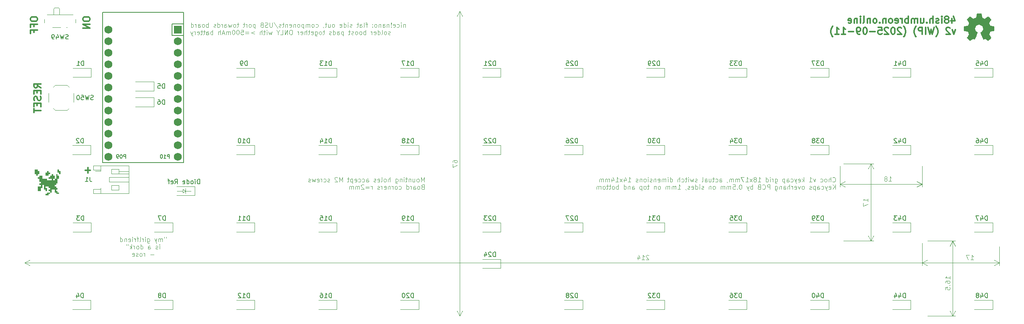
<source format=gbr>
%TF.GenerationSoftware,KiCad,Pcbnew,9.0.3-1.fc42*%
%TF.CreationDate,2025-09-11T11:22:30-04:00*%
%TF.ProjectId,48ish_soldered,34386973-685f-4736-9f6c-64657265642e,v1.0.0*%
%TF.SameCoordinates,Original*%
%TF.FileFunction,Legend,Bot*%
%TF.FilePolarity,Positive*%
%FSLAX46Y46*%
G04 Gerber Fmt 4.6, Leading zero omitted, Abs format (unit mm)*
G04 Created by KiCad (PCBNEW 9.0.3-1.fc42) date 2025-09-11 11:22:30*
%MOMM*%
%LPD*%
G01*
G04 APERTURE LIST*
%ADD10C,0.300000*%
%ADD11C,0.100000*%
%ADD12C,0.150000*%
%ADD13C,0.000000*%
%ADD14C,0.120000*%
%ADD15C,0.010000*%
%ADD16R,1.752600X1.752600*%
%ADD17C,1.752600*%
G04 APERTURE END LIST*
D10*
X121305828Y-104590225D02*
X121305828Y-104875939D01*
X121305828Y-104875939D02*
X121377257Y-105018796D01*
X121377257Y-105018796D02*
X121520114Y-105161653D01*
X121520114Y-105161653D02*
X121805828Y-105233082D01*
X121805828Y-105233082D02*
X122305828Y-105233082D01*
X122305828Y-105233082D02*
X122591542Y-105161653D01*
X122591542Y-105161653D02*
X122734400Y-105018796D01*
X122734400Y-105018796D02*
X122805828Y-104875939D01*
X122805828Y-104875939D02*
X122805828Y-104590225D01*
X122805828Y-104590225D02*
X122734400Y-104447368D01*
X122734400Y-104447368D02*
X122591542Y-104304510D01*
X122591542Y-104304510D02*
X122305828Y-104233082D01*
X122305828Y-104233082D02*
X121805828Y-104233082D01*
X121805828Y-104233082D02*
X121520114Y-104304510D01*
X121520114Y-104304510D02*
X121377257Y-104447368D01*
X121377257Y-104447368D02*
X121305828Y-104590225D01*
X122805828Y-105875939D02*
X121305828Y-105875939D01*
X121305828Y-105875939D02*
X122805828Y-106733082D01*
X122805828Y-106733082D02*
X121305828Y-106733082D01*
X312052632Y-104635912D02*
X312052632Y-105635912D01*
X312409774Y-104064484D02*
X312766917Y-105135912D01*
X312766917Y-105135912D02*
X311838346Y-105135912D01*
X311052632Y-104778769D02*
X311195489Y-104707341D01*
X311195489Y-104707341D02*
X311266918Y-104635912D01*
X311266918Y-104635912D02*
X311338346Y-104493055D01*
X311338346Y-104493055D02*
X311338346Y-104421626D01*
X311338346Y-104421626D02*
X311266918Y-104278769D01*
X311266918Y-104278769D02*
X311195489Y-104207341D01*
X311195489Y-104207341D02*
X311052632Y-104135912D01*
X311052632Y-104135912D02*
X310766918Y-104135912D01*
X310766918Y-104135912D02*
X310624061Y-104207341D01*
X310624061Y-104207341D02*
X310552632Y-104278769D01*
X310552632Y-104278769D02*
X310481203Y-104421626D01*
X310481203Y-104421626D02*
X310481203Y-104493055D01*
X310481203Y-104493055D02*
X310552632Y-104635912D01*
X310552632Y-104635912D02*
X310624061Y-104707341D01*
X310624061Y-104707341D02*
X310766918Y-104778769D01*
X310766918Y-104778769D02*
X311052632Y-104778769D01*
X311052632Y-104778769D02*
X311195489Y-104850198D01*
X311195489Y-104850198D02*
X311266918Y-104921626D01*
X311266918Y-104921626D02*
X311338346Y-105064484D01*
X311338346Y-105064484D02*
X311338346Y-105350198D01*
X311338346Y-105350198D02*
X311266918Y-105493055D01*
X311266918Y-105493055D02*
X311195489Y-105564484D01*
X311195489Y-105564484D02*
X311052632Y-105635912D01*
X311052632Y-105635912D02*
X310766918Y-105635912D01*
X310766918Y-105635912D02*
X310624061Y-105564484D01*
X310624061Y-105564484D02*
X310552632Y-105493055D01*
X310552632Y-105493055D02*
X310481203Y-105350198D01*
X310481203Y-105350198D02*
X310481203Y-105064484D01*
X310481203Y-105064484D02*
X310552632Y-104921626D01*
X310552632Y-104921626D02*
X310624061Y-104850198D01*
X310624061Y-104850198D02*
X310766918Y-104778769D01*
X309838347Y-105635912D02*
X309838347Y-104635912D01*
X309838347Y-104135912D02*
X309909775Y-104207341D01*
X309909775Y-104207341D02*
X309838347Y-104278769D01*
X309838347Y-104278769D02*
X309766918Y-104207341D01*
X309766918Y-104207341D02*
X309838347Y-104135912D01*
X309838347Y-104135912D02*
X309838347Y-104278769D01*
X309195489Y-105564484D02*
X309052632Y-105635912D01*
X309052632Y-105635912D02*
X308766918Y-105635912D01*
X308766918Y-105635912D02*
X308624061Y-105564484D01*
X308624061Y-105564484D02*
X308552632Y-105421626D01*
X308552632Y-105421626D02*
X308552632Y-105350198D01*
X308552632Y-105350198D02*
X308624061Y-105207341D01*
X308624061Y-105207341D02*
X308766918Y-105135912D01*
X308766918Y-105135912D02*
X308981204Y-105135912D01*
X308981204Y-105135912D02*
X309124061Y-105064484D01*
X309124061Y-105064484D02*
X309195489Y-104921626D01*
X309195489Y-104921626D02*
X309195489Y-104850198D01*
X309195489Y-104850198D02*
X309124061Y-104707341D01*
X309124061Y-104707341D02*
X308981204Y-104635912D01*
X308981204Y-104635912D02*
X308766918Y-104635912D01*
X308766918Y-104635912D02*
X308624061Y-104707341D01*
X307909775Y-105635912D02*
X307909775Y-104135912D01*
X307266918Y-105635912D02*
X307266918Y-104850198D01*
X307266918Y-104850198D02*
X307338346Y-104707341D01*
X307338346Y-104707341D02*
X307481203Y-104635912D01*
X307481203Y-104635912D02*
X307695489Y-104635912D01*
X307695489Y-104635912D02*
X307838346Y-104707341D01*
X307838346Y-104707341D02*
X307909775Y-104778769D01*
X306552632Y-105493055D02*
X306481203Y-105564484D01*
X306481203Y-105564484D02*
X306552632Y-105635912D01*
X306552632Y-105635912D02*
X306624060Y-105564484D01*
X306624060Y-105564484D02*
X306552632Y-105493055D01*
X306552632Y-105493055D02*
X306552632Y-105635912D01*
X305195489Y-104635912D02*
X305195489Y-105635912D01*
X305838346Y-104635912D02*
X305838346Y-105421626D01*
X305838346Y-105421626D02*
X305766917Y-105564484D01*
X305766917Y-105564484D02*
X305624060Y-105635912D01*
X305624060Y-105635912D02*
X305409774Y-105635912D01*
X305409774Y-105635912D02*
X305266917Y-105564484D01*
X305266917Y-105564484D02*
X305195489Y-105493055D01*
X304481203Y-105635912D02*
X304481203Y-104635912D01*
X304481203Y-104778769D02*
X304409774Y-104707341D01*
X304409774Y-104707341D02*
X304266917Y-104635912D01*
X304266917Y-104635912D02*
X304052631Y-104635912D01*
X304052631Y-104635912D02*
X303909774Y-104707341D01*
X303909774Y-104707341D02*
X303838346Y-104850198D01*
X303838346Y-104850198D02*
X303838346Y-105635912D01*
X303838346Y-104850198D02*
X303766917Y-104707341D01*
X303766917Y-104707341D02*
X303624060Y-104635912D01*
X303624060Y-104635912D02*
X303409774Y-104635912D01*
X303409774Y-104635912D02*
X303266917Y-104707341D01*
X303266917Y-104707341D02*
X303195488Y-104850198D01*
X303195488Y-104850198D02*
X303195488Y-105635912D01*
X302481203Y-105635912D02*
X302481203Y-104135912D01*
X302481203Y-104707341D02*
X302338346Y-104635912D01*
X302338346Y-104635912D02*
X302052631Y-104635912D01*
X302052631Y-104635912D02*
X301909774Y-104707341D01*
X301909774Y-104707341D02*
X301838346Y-104778769D01*
X301838346Y-104778769D02*
X301766917Y-104921626D01*
X301766917Y-104921626D02*
X301766917Y-105350198D01*
X301766917Y-105350198D02*
X301838346Y-105493055D01*
X301838346Y-105493055D02*
X301909774Y-105564484D01*
X301909774Y-105564484D02*
X302052631Y-105635912D01*
X302052631Y-105635912D02*
X302338346Y-105635912D01*
X302338346Y-105635912D02*
X302481203Y-105564484D01*
X301124060Y-105635912D02*
X301124060Y-104635912D01*
X301124060Y-104921626D02*
X301052631Y-104778769D01*
X301052631Y-104778769D02*
X300981203Y-104707341D01*
X300981203Y-104707341D02*
X300838345Y-104635912D01*
X300838345Y-104635912D02*
X300695488Y-104635912D01*
X299624060Y-105564484D02*
X299766917Y-105635912D01*
X299766917Y-105635912D02*
X300052632Y-105635912D01*
X300052632Y-105635912D02*
X300195489Y-105564484D01*
X300195489Y-105564484D02*
X300266917Y-105421626D01*
X300266917Y-105421626D02*
X300266917Y-104850198D01*
X300266917Y-104850198D02*
X300195489Y-104707341D01*
X300195489Y-104707341D02*
X300052632Y-104635912D01*
X300052632Y-104635912D02*
X299766917Y-104635912D01*
X299766917Y-104635912D02*
X299624060Y-104707341D01*
X299624060Y-104707341D02*
X299552632Y-104850198D01*
X299552632Y-104850198D02*
X299552632Y-104993055D01*
X299552632Y-104993055D02*
X300266917Y-105135912D01*
X298695489Y-105635912D02*
X298838346Y-105564484D01*
X298838346Y-105564484D02*
X298909775Y-105493055D01*
X298909775Y-105493055D02*
X298981203Y-105350198D01*
X298981203Y-105350198D02*
X298981203Y-104921626D01*
X298981203Y-104921626D02*
X298909775Y-104778769D01*
X298909775Y-104778769D02*
X298838346Y-104707341D01*
X298838346Y-104707341D02*
X298695489Y-104635912D01*
X298695489Y-104635912D02*
X298481203Y-104635912D01*
X298481203Y-104635912D02*
X298338346Y-104707341D01*
X298338346Y-104707341D02*
X298266918Y-104778769D01*
X298266918Y-104778769D02*
X298195489Y-104921626D01*
X298195489Y-104921626D02*
X298195489Y-105350198D01*
X298195489Y-105350198D02*
X298266918Y-105493055D01*
X298266918Y-105493055D02*
X298338346Y-105564484D01*
X298338346Y-105564484D02*
X298481203Y-105635912D01*
X298481203Y-105635912D02*
X298695489Y-105635912D01*
X297552632Y-104635912D02*
X297552632Y-105635912D01*
X297552632Y-104778769D02*
X297481203Y-104707341D01*
X297481203Y-104707341D02*
X297338346Y-104635912D01*
X297338346Y-104635912D02*
X297124060Y-104635912D01*
X297124060Y-104635912D02*
X296981203Y-104707341D01*
X296981203Y-104707341D02*
X296909775Y-104850198D01*
X296909775Y-104850198D02*
X296909775Y-105635912D01*
X296195489Y-105493055D02*
X296124060Y-105564484D01*
X296124060Y-105564484D02*
X296195489Y-105635912D01*
X296195489Y-105635912D02*
X296266917Y-105564484D01*
X296266917Y-105564484D02*
X296195489Y-105493055D01*
X296195489Y-105493055D02*
X296195489Y-105635912D01*
X295266917Y-105635912D02*
X295409774Y-105564484D01*
X295409774Y-105564484D02*
X295481203Y-105493055D01*
X295481203Y-105493055D02*
X295552631Y-105350198D01*
X295552631Y-105350198D02*
X295552631Y-104921626D01*
X295552631Y-104921626D02*
X295481203Y-104778769D01*
X295481203Y-104778769D02*
X295409774Y-104707341D01*
X295409774Y-104707341D02*
X295266917Y-104635912D01*
X295266917Y-104635912D02*
X295052631Y-104635912D01*
X295052631Y-104635912D02*
X294909774Y-104707341D01*
X294909774Y-104707341D02*
X294838346Y-104778769D01*
X294838346Y-104778769D02*
X294766917Y-104921626D01*
X294766917Y-104921626D02*
X294766917Y-105350198D01*
X294766917Y-105350198D02*
X294838346Y-105493055D01*
X294838346Y-105493055D02*
X294909774Y-105564484D01*
X294909774Y-105564484D02*
X295052631Y-105635912D01*
X295052631Y-105635912D02*
X295266917Y-105635912D01*
X294124060Y-104635912D02*
X294124060Y-105635912D01*
X294124060Y-104778769D02*
X294052631Y-104707341D01*
X294052631Y-104707341D02*
X293909774Y-104635912D01*
X293909774Y-104635912D02*
X293695488Y-104635912D01*
X293695488Y-104635912D02*
X293552631Y-104707341D01*
X293552631Y-104707341D02*
X293481203Y-104850198D01*
X293481203Y-104850198D02*
X293481203Y-105635912D01*
X292552631Y-105635912D02*
X292695488Y-105564484D01*
X292695488Y-105564484D02*
X292766917Y-105421626D01*
X292766917Y-105421626D02*
X292766917Y-104135912D01*
X291981203Y-105635912D02*
X291981203Y-104635912D01*
X291981203Y-104135912D02*
X292052631Y-104207341D01*
X292052631Y-104207341D02*
X291981203Y-104278769D01*
X291981203Y-104278769D02*
X291909774Y-104207341D01*
X291909774Y-104207341D02*
X291981203Y-104135912D01*
X291981203Y-104135912D02*
X291981203Y-104278769D01*
X291266917Y-104635912D02*
X291266917Y-105635912D01*
X291266917Y-104778769D02*
X291195488Y-104707341D01*
X291195488Y-104707341D02*
X291052631Y-104635912D01*
X291052631Y-104635912D02*
X290838345Y-104635912D01*
X290838345Y-104635912D02*
X290695488Y-104707341D01*
X290695488Y-104707341D02*
X290624060Y-104850198D01*
X290624060Y-104850198D02*
X290624060Y-105635912D01*
X289338345Y-105564484D02*
X289481202Y-105635912D01*
X289481202Y-105635912D02*
X289766917Y-105635912D01*
X289766917Y-105635912D02*
X289909774Y-105564484D01*
X289909774Y-105564484D02*
X289981202Y-105421626D01*
X289981202Y-105421626D02*
X289981202Y-104850198D01*
X289981202Y-104850198D02*
X289909774Y-104707341D01*
X289909774Y-104707341D02*
X289766917Y-104635912D01*
X289766917Y-104635912D02*
X289481202Y-104635912D01*
X289481202Y-104635912D02*
X289338345Y-104707341D01*
X289338345Y-104707341D02*
X289266917Y-104850198D01*
X289266917Y-104850198D02*
X289266917Y-104993055D01*
X289266917Y-104993055D02*
X289981202Y-105135912D01*
X312838346Y-107050828D02*
X312481203Y-108050828D01*
X312481203Y-108050828D02*
X312124060Y-107050828D01*
X311624060Y-106693685D02*
X311552632Y-106622257D01*
X311552632Y-106622257D02*
X311409775Y-106550828D01*
X311409775Y-106550828D02*
X311052632Y-106550828D01*
X311052632Y-106550828D02*
X310909775Y-106622257D01*
X310909775Y-106622257D02*
X310838346Y-106693685D01*
X310838346Y-106693685D02*
X310766917Y-106836542D01*
X310766917Y-106836542D02*
X310766917Y-106979400D01*
X310766917Y-106979400D02*
X310838346Y-107193685D01*
X310838346Y-107193685D02*
X311695489Y-108050828D01*
X311695489Y-108050828D02*
X310766917Y-108050828D01*
X308552632Y-108622257D02*
X308624061Y-108550828D01*
X308624061Y-108550828D02*
X308766918Y-108336542D01*
X308766918Y-108336542D02*
X308838347Y-108193685D01*
X308838347Y-108193685D02*
X308909775Y-107979400D01*
X308909775Y-107979400D02*
X308981204Y-107622257D01*
X308981204Y-107622257D02*
X308981204Y-107336542D01*
X308981204Y-107336542D02*
X308909775Y-106979400D01*
X308909775Y-106979400D02*
X308838347Y-106765114D01*
X308838347Y-106765114D02*
X308766918Y-106622257D01*
X308766918Y-106622257D02*
X308624061Y-106407971D01*
X308624061Y-106407971D02*
X308552632Y-106336542D01*
X308124061Y-106550828D02*
X307766918Y-108050828D01*
X307766918Y-108050828D02*
X307481204Y-106979400D01*
X307481204Y-106979400D02*
X307195489Y-108050828D01*
X307195489Y-108050828D02*
X306838347Y-106550828D01*
X306266918Y-108050828D02*
X306266918Y-106550828D01*
X305552632Y-108050828D02*
X305552632Y-106550828D01*
X305552632Y-106550828D02*
X304981203Y-106550828D01*
X304981203Y-106550828D02*
X304838346Y-106622257D01*
X304838346Y-106622257D02*
X304766917Y-106693685D01*
X304766917Y-106693685D02*
X304695489Y-106836542D01*
X304695489Y-106836542D02*
X304695489Y-107050828D01*
X304695489Y-107050828D02*
X304766917Y-107193685D01*
X304766917Y-107193685D02*
X304838346Y-107265114D01*
X304838346Y-107265114D02*
X304981203Y-107336542D01*
X304981203Y-107336542D02*
X305552632Y-107336542D01*
X304195489Y-108622257D02*
X304124060Y-108550828D01*
X304124060Y-108550828D02*
X303981203Y-108336542D01*
X303981203Y-108336542D02*
X303909775Y-108193685D01*
X303909775Y-108193685D02*
X303838346Y-107979400D01*
X303838346Y-107979400D02*
X303766917Y-107622257D01*
X303766917Y-107622257D02*
X303766917Y-107336542D01*
X303766917Y-107336542D02*
X303838346Y-106979400D01*
X303838346Y-106979400D02*
X303909775Y-106765114D01*
X303909775Y-106765114D02*
X303981203Y-106622257D01*
X303981203Y-106622257D02*
X304124060Y-106407971D01*
X304124060Y-106407971D02*
X304195489Y-106336542D01*
X301481203Y-108622257D02*
X301552632Y-108550828D01*
X301552632Y-108550828D02*
X301695489Y-108336542D01*
X301695489Y-108336542D02*
X301766918Y-108193685D01*
X301766918Y-108193685D02*
X301838346Y-107979400D01*
X301838346Y-107979400D02*
X301909775Y-107622257D01*
X301909775Y-107622257D02*
X301909775Y-107336542D01*
X301909775Y-107336542D02*
X301838346Y-106979400D01*
X301838346Y-106979400D02*
X301766918Y-106765114D01*
X301766918Y-106765114D02*
X301695489Y-106622257D01*
X301695489Y-106622257D02*
X301552632Y-106407971D01*
X301552632Y-106407971D02*
X301481203Y-106336542D01*
X300981203Y-106693685D02*
X300909775Y-106622257D01*
X300909775Y-106622257D02*
X300766918Y-106550828D01*
X300766918Y-106550828D02*
X300409775Y-106550828D01*
X300409775Y-106550828D02*
X300266918Y-106622257D01*
X300266918Y-106622257D02*
X300195489Y-106693685D01*
X300195489Y-106693685D02*
X300124060Y-106836542D01*
X300124060Y-106836542D02*
X300124060Y-106979400D01*
X300124060Y-106979400D02*
X300195489Y-107193685D01*
X300195489Y-107193685D02*
X301052632Y-108050828D01*
X301052632Y-108050828D02*
X300124060Y-108050828D01*
X299195489Y-106550828D02*
X299052632Y-106550828D01*
X299052632Y-106550828D02*
X298909775Y-106622257D01*
X298909775Y-106622257D02*
X298838347Y-106693685D01*
X298838347Y-106693685D02*
X298766918Y-106836542D01*
X298766918Y-106836542D02*
X298695489Y-107122257D01*
X298695489Y-107122257D02*
X298695489Y-107479400D01*
X298695489Y-107479400D02*
X298766918Y-107765114D01*
X298766918Y-107765114D02*
X298838347Y-107907971D01*
X298838347Y-107907971D02*
X298909775Y-107979400D01*
X298909775Y-107979400D02*
X299052632Y-108050828D01*
X299052632Y-108050828D02*
X299195489Y-108050828D01*
X299195489Y-108050828D02*
X299338347Y-107979400D01*
X299338347Y-107979400D02*
X299409775Y-107907971D01*
X299409775Y-107907971D02*
X299481204Y-107765114D01*
X299481204Y-107765114D02*
X299552632Y-107479400D01*
X299552632Y-107479400D02*
X299552632Y-107122257D01*
X299552632Y-107122257D02*
X299481204Y-106836542D01*
X299481204Y-106836542D02*
X299409775Y-106693685D01*
X299409775Y-106693685D02*
X299338347Y-106622257D01*
X299338347Y-106622257D02*
X299195489Y-106550828D01*
X298124061Y-106693685D02*
X298052633Y-106622257D01*
X298052633Y-106622257D02*
X297909776Y-106550828D01*
X297909776Y-106550828D02*
X297552633Y-106550828D01*
X297552633Y-106550828D02*
X297409776Y-106622257D01*
X297409776Y-106622257D02*
X297338347Y-106693685D01*
X297338347Y-106693685D02*
X297266918Y-106836542D01*
X297266918Y-106836542D02*
X297266918Y-106979400D01*
X297266918Y-106979400D02*
X297338347Y-107193685D01*
X297338347Y-107193685D02*
X298195490Y-108050828D01*
X298195490Y-108050828D02*
X297266918Y-108050828D01*
X295909776Y-106550828D02*
X296624062Y-106550828D01*
X296624062Y-106550828D02*
X296695490Y-107265114D01*
X296695490Y-107265114D02*
X296624062Y-107193685D01*
X296624062Y-107193685D02*
X296481205Y-107122257D01*
X296481205Y-107122257D02*
X296124062Y-107122257D01*
X296124062Y-107122257D02*
X295981205Y-107193685D01*
X295981205Y-107193685D02*
X295909776Y-107265114D01*
X295909776Y-107265114D02*
X295838347Y-107407971D01*
X295838347Y-107407971D02*
X295838347Y-107765114D01*
X295838347Y-107765114D02*
X295909776Y-107907971D01*
X295909776Y-107907971D02*
X295981205Y-107979400D01*
X295981205Y-107979400D02*
X296124062Y-108050828D01*
X296124062Y-108050828D02*
X296481205Y-108050828D01*
X296481205Y-108050828D02*
X296624062Y-107979400D01*
X296624062Y-107979400D02*
X296695490Y-107907971D01*
X295195491Y-107479400D02*
X294052634Y-107479400D01*
X293052633Y-106550828D02*
X292909776Y-106550828D01*
X292909776Y-106550828D02*
X292766919Y-106622257D01*
X292766919Y-106622257D02*
X292695491Y-106693685D01*
X292695491Y-106693685D02*
X292624062Y-106836542D01*
X292624062Y-106836542D02*
X292552633Y-107122257D01*
X292552633Y-107122257D02*
X292552633Y-107479400D01*
X292552633Y-107479400D02*
X292624062Y-107765114D01*
X292624062Y-107765114D02*
X292695491Y-107907971D01*
X292695491Y-107907971D02*
X292766919Y-107979400D01*
X292766919Y-107979400D02*
X292909776Y-108050828D01*
X292909776Y-108050828D02*
X293052633Y-108050828D01*
X293052633Y-108050828D02*
X293195491Y-107979400D01*
X293195491Y-107979400D02*
X293266919Y-107907971D01*
X293266919Y-107907971D02*
X293338348Y-107765114D01*
X293338348Y-107765114D02*
X293409776Y-107479400D01*
X293409776Y-107479400D02*
X293409776Y-107122257D01*
X293409776Y-107122257D02*
X293338348Y-106836542D01*
X293338348Y-106836542D02*
X293266919Y-106693685D01*
X293266919Y-106693685D02*
X293195491Y-106622257D01*
X293195491Y-106622257D02*
X293052633Y-106550828D01*
X291838348Y-108050828D02*
X291552634Y-108050828D01*
X291552634Y-108050828D02*
X291409777Y-107979400D01*
X291409777Y-107979400D02*
X291338348Y-107907971D01*
X291338348Y-107907971D02*
X291195491Y-107693685D01*
X291195491Y-107693685D02*
X291124062Y-107407971D01*
X291124062Y-107407971D02*
X291124062Y-106836542D01*
X291124062Y-106836542D02*
X291195491Y-106693685D01*
X291195491Y-106693685D02*
X291266920Y-106622257D01*
X291266920Y-106622257D02*
X291409777Y-106550828D01*
X291409777Y-106550828D02*
X291695491Y-106550828D01*
X291695491Y-106550828D02*
X291838348Y-106622257D01*
X291838348Y-106622257D02*
X291909777Y-106693685D01*
X291909777Y-106693685D02*
X291981205Y-106836542D01*
X291981205Y-106836542D02*
X291981205Y-107193685D01*
X291981205Y-107193685D02*
X291909777Y-107336542D01*
X291909777Y-107336542D02*
X291838348Y-107407971D01*
X291838348Y-107407971D02*
X291695491Y-107479400D01*
X291695491Y-107479400D02*
X291409777Y-107479400D01*
X291409777Y-107479400D02*
X291266920Y-107407971D01*
X291266920Y-107407971D02*
X291195491Y-107336542D01*
X291195491Y-107336542D02*
X291124062Y-107193685D01*
X290481206Y-107479400D02*
X289338349Y-107479400D01*
X287838348Y-108050828D02*
X288695491Y-108050828D01*
X288266920Y-108050828D02*
X288266920Y-106550828D01*
X288266920Y-106550828D02*
X288409777Y-106765114D01*
X288409777Y-106765114D02*
X288552634Y-106907971D01*
X288552634Y-106907971D02*
X288695491Y-106979400D01*
X286409777Y-108050828D02*
X287266920Y-108050828D01*
X286838349Y-108050828D02*
X286838349Y-106550828D01*
X286838349Y-106550828D02*
X286981206Y-106765114D01*
X286981206Y-106765114D02*
X287124063Y-106907971D01*
X287124063Y-106907971D02*
X287266920Y-106979400D01*
X285909778Y-108622257D02*
X285838349Y-108550828D01*
X285838349Y-108550828D02*
X285695492Y-108336542D01*
X285695492Y-108336542D02*
X285624064Y-108193685D01*
X285624064Y-108193685D02*
X285552635Y-107979400D01*
X285552635Y-107979400D02*
X285481206Y-107622257D01*
X285481206Y-107622257D02*
X285481206Y-107336542D01*
X285481206Y-107336542D02*
X285552635Y-106979400D01*
X285552635Y-106979400D02*
X285624064Y-106765114D01*
X285624064Y-106765114D02*
X285695492Y-106622257D01*
X285695492Y-106622257D02*
X285838349Y-106407971D01*
X285838349Y-106407971D02*
X285909778Y-106336542D01*
D11*
X285874687Y-140417236D02*
X285922306Y-140464856D01*
X285922306Y-140464856D02*
X286065163Y-140512475D01*
X286065163Y-140512475D02*
X286160401Y-140512475D01*
X286160401Y-140512475D02*
X286303258Y-140464856D01*
X286303258Y-140464856D02*
X286398496Y-140369617D01*
X286398496Y-140369617D02*
X286446115Y-140274379D01*
X286446115Y-140274379D02*
X286493734Y-140083903D01*
X286493734Y-140083903D02*
X286493734Y-139941046D01*
X286493734Y-139941046D02*
X286446115Y-139750570D01*
X286446115Y-139750570D02*
X286398496Y-139655332D01*
X286398496Y-139655332D02*
X286303258Y-139560094D01*
X286303258Y-139560094D02*
X286160401Y-139512475D01*
X286160401Y-139512475D02*
X286065163Y-139512475D01*
X286065163Y-139512475D02*
X285922306Y-139560094D01*
X285922306Y-139560094D02*
X285874687Y-139607713D01*
X285446115Y-140512475D02*
X285446115Y-139512475D01*
X285017544Y-140512475D02*
X285017544Y-139988665D01*
X285017544Y-139988665D02*
X285065163Y-139893427D01*
X285065163Y-139893427D02*
X285160401Y-139845808D01*
X285160401Y-139845808D02*
X285303258Y-139845808D01*
X285303258Y-139845808D02*
X285398496Y-139893427D01*
X285398496Y-139893427D02*
X285446115Y-139941046D01*
X284398496Y-140512475D02*
X284493734Y-140464856D01*
X284493734Y-140464856D02*
X284541353Y-140417236D01*
X284541353Y-140417236D02*
X284588972Y-140321998D01*
X284588972Y-140321998D02*
X284588972Y-140036284D01*
X284588972Y-140036284D02*
X284541353Y-139941046D01*
X284541353Y-139941046D02*
X284493734Y-139893427D01*
X284493734Y-139893427D02*
X284398496Y-139845808D01*
X284398496Y-139845808D02*
X284255639Y-139845808D01*
X284255639Y-139845808D02*
X284160401Y-139893427D01*
X284160401Y-139893427D02*
X284112782Y-139941046D01*
X284112782Y-139941046D02*
X284065163Y-140036284D01*
X284065163Y-140036284D02*
X284065163Y-140321998D01*
X284065163Y-140321998D02*
X284112782Y-140417236D01*
X284112782Y-140417236D02*
X284160401Y-140464856D01*
X284160401Y-140464856D02*
X284255639Y-140512475D01*
X284255639Y-140512475D02*
X284398496Y-140512475D01*
X283208020Y-140464856D02*
X283303258Y-140512475D01*
X283303258Y-140512475D02*
X283493734Y-140512475D01*
X283493734Y-140512475D02*
X283588972Y-140464856D01*
X283588972Y-140464856D02*
X283636591Y-140417236D01*
X283636591Y-140417236D02*
X283684210Y-140321998D01*
X283684210Y-140321998D02*
X283684210Y-140036284D01*
X283684210Y-140036284D02*
X283636591Y-139941046D01*
X283636591Y-139941046D02*
X283588972Y-139893427D01*
X283588972Y-139893427D02*
X283493734Y-139845808D01*
X283493734Y-139845808D02*
X283303258Y-139845808D01*
X283303258Y-139845808D02*
X283208020Y-139893427D01*
X282112781Y-139845808D02*
X281874686Y-140512475D01*
X281874686Y-140512475D02*
X281636591Y-139845808D01*
X280731829Y-140512475D02*
X281303257Y-140512475D01*
X281017543Y-140512475D02*
X281017543Y-139512475D01*
X281017543Y-139512475D02*
X281112781Y-139655332D01*
X281112781Y-139655332D02*
X281208019Y-139750570D01*
X281208019Y-139750570D02*
X281303257Y-139798189D01*
X279541352Y-140512475D02*
X279541352Y-139512475D01*
X279446114Y-140131522D02*
X279160400Y-140512475D01*
X279160400Y-139845808D02*
X279541352Y-140226760D01*
X278350876Y-140464856D02*
X278446114Y-140512475D01*
X278446114Y-140512475D02*
X278636590Y-140512475D01*
X278636590Y-140512475D02*
X278731828Y-140464856D01*
X278731828Y-140464856D02*
X278779447Y-140369617D01*
X278779447Y-140369617D02*
X278779447Y-139988665D01*
X278779447Y-139988665D02*
X278731828Y-139893427D01*
X278731828Y-139893427D02*
X278636590Y-139845808D01*
X278636590Y-139845808D02*
X278446114Y-139845808D01*
X278446114Y-139845808D02*
X278350876Y-139893427D01*
X278350876Y-139893427D02*
X278303257Y-139988665D01*
X278303257Y-139988665D02*
X278303257Y-140083903D01*
X278303257Y-140083903D02*
X278779447Y-140179141D01*
X277969923Y-139845808D02*
X277731828Y-140512475D01*
X277493733Y-139845808D02*
X277731828Y-140512475D01*
X277731828Y-140512475D02*
X277827066Y-140750570D01*
X277827066Y-140750570D02*
X277874685Y-140798189D01*
X277874685Y-140798189D02*
X277969923Y-140845808D01*
X276684209Y-140464856D02*
X276779447Y-140512475D01*
X276779447Y-140512475D02*
X276969923Y-140512475D01*
X276969923Y-140512475D02*
X277065161Y-140464856D01*
X277065161Y-140464856D02*
X277112780Y-140417236D01*
X277112780Y-140417236D02*
X277160399Y-140321998D01*
X277160399Y-140321998D02*
X277160399Y-140036284D01*
X277160399Y-140036284D02*
X277112780Y-139941046D01*
X277112780Y-139941046D02*
X277065161Y-139893427D01*
X277065161Y-139893427D02*
X276969923Y-139845808D01*
X276969923Y-139845808D02*
X276779447Y-139845808D01*
X276779447Y-139845808D02*
X276684209Y-139893427D01*
X275827066Y-140512475D02*
X275827066Y-139988665D01*
X275827066Y-139988665D02*
X275874685Y-139893427D01*
X275874685Y-139893427D02*
X275969923Y-139845808D01*
X275969923Y-139845808D02*
X276160399Y-139845808D01*
X276160399Y-139845808D02*
X276255637Y-139893427D01*
X275827066Y-140464856D02*
X275922304Y-140512475D01*
X275922304Y-140512475D02*
X276160399Y-140512475D01*
X276160399Y-140512475D02*
X276255637Y-140464856D01*
X276255637Y-140464856D02*
X276303256Y-140369617D01*
X276303256Y-140369617D02*
X276303256Y-140274379D01*
X276303256Y-140274379D02*
X276255637Y-140179141D01*
X276255637Y-140179141D02*
X276160399Y-140131522D01*
X276160399Y-140131522D02*
X275922304Y-140131522D01*
X275922304Y-140131522D02*
X275827066Y-140083903D01*
X275350875Y-139845808D02*
X275350875Y-140845808D01*
X275350875Y-139893427D02*
X275255637Y-139845808D01*
X275255637Y-139845808D02*
X275065161Y-139845808D01*
X275065161Y-139845808D02*
X274969923Y-139893427D01*
X274969923Y-139893427D02*
X274922304Y-139941046D01*
X274922304Y-139941046D02*
X274874685Y-140036284D01*
X274874685Y-140036284D02*
X274874685Y-140321998D01*
X274874685Y-140321998D02*
X274922304Y-140417236D01*
X274922304Y-140417236D02*
X274969923Y-140464856D01*
X274969923Y-140464856D02*
X275065161Y-140512475D01*
X275065161Y-140512475D02*
X275255637Y-140512475D01*
X275255637Y-140512475D02*
X275350875Y-140464856D01*
X273255637Y-139845808D02*
X273255637Y-140655332D01*
X273255637Y-140655332D02*
X273303256Y-140750570D01*
X273303256Y-140750570D02*
X273350875Y-140798189D01*
X273350875Y-140798189D02*
X273446113Y-140845808D01*
X273446113Y-140845808D02*
X273588970Y-140845808D01*
X273588970Y-140845808D02*
X273684208Y-140798189D01*
X273255637Y-140464856D02*
X273350875Y-140512475D01*
X273350875Y-140512475D02*
X273541351Y-140512475D01*
X273541351Y-140512475D02*
X273636589Y-140464856D01*
X273636589Y-140464856D02*
X273684208Y-140417236D01*
X273684208Y-140417236D02*
X273731827Y-140321998D01*
X273731827Y-140321998D02*
X273731827Y-140036284D01*
X273731827Y-140036284D02*
X273684208Y-139941046D01*
X273684208Y-139941046D02*
X273636589Y-139893427D01*
X273636589Y-139893427D02*
X273541351Y-139845808D01*
X273541351Y-139845808D02*
X273350875Y-139845808D01*
X273350875Y-139845808D02*
X273255637Y-139893427D01*
X272779446Y-140512475D02*
X272779446Y-139845808D01*
X272779446Y-140036284D02*
X272731827Y-139941046D01*
X272731827Y-139941046D02*
X272684208Y-139893427D01*
X272684208Y-139893427D02*
X272588970Y-139845808D01*
X272588970Y-139845808D02*
X272493732Y-139845808D01*
X272160398Y-140512475D02*
X272160398Y-139845808D01*
X272160398Y-139512475D02*
X272208017Y-139560094D01*
X272208017Y-139560094D02*
X272160398Y-139607713D01*
X272160398Y-139607713D02*
X272112779Y-139560094D01*
X272112779Y-139560094D02*
X272160398Y-139512475D01*
X272160398Y-139512475D02*
X272160398Y-139607713D01*
X271255637Y-140512475D02*
X271255637Y-139512475D01*
X271255637Y-140464856D02*
X271350875Y-140512475D01*
X271350875Y-140512475D02*
X271541351Y-140512475D01*
X271541351Y-140512475D02*
X271636589Y-140464856D01*
X271636589Y-140464856D02*
X271684208Y-140417236D01*
X271684208Y-140417236D02*
X271731827Y-140321998D01*
X271731827Y-140321998D02*
X271731827Y-140036284D01*
X271731827Y-140036284D02*
X271684208Y-139941046D01*
X271684208Y-139941046D02*
X271636589Y-139893427D01*
X271636589Y-139893427D02*
X271541351Y-139845808D01*
X271541351Y-139845808D02*
X271350875Y-139845808D01*
X271350875Y-139845808D02*
X271255637Y-139893427D01*
X269493732Y-140512475D02*
X270065160Y-140512475D01*
X269779446Y-140512475D02*
X269779446Y-139512475D01*
X269779446Y-139512475D02*
X269874684Y-139655332D01*
X269874684Y-139655332D02*
X269969922Y-139750570D01*
X269969922Y-139750570D02*
X270065160Y-139798189D01*
X268922303Y-139941046D02*
X269017541Y-139893427D01*
X269017541Y-139893427D02*
X269065160Y-139845808D01*
X269065160Y-139845808D02*
X269112779Y-139750570D01*
X269112779Y-139750570D02*
X269112779Y-139702951D01*
X269112779Y-139702951D02*
X269065160Y-139607713D01*
X269065160Y-139607713D02*
X269017541Y-139560094D01*
X269017541Y-139560094D02*
X268922303Y-139512475D01*
X268922303Y-139512475D02*
X268731827Y-139512475D01*
X268731827Y-139512475D02*
X268636589Y-139560094D01*
X268636589Y-139560094D02*
X268588970Y-139607713D01*
X268588970Y-139607713D02*
X268541351Y-139702951D01*
X268541351Y-139702951D02*
X268541351Y-139750570D01*
X268541351Y-139750570D02*
X268588970Y-139845808D01*
X268588970Y-139845808D02*
X268636589Y-139893427D01*
X268636589Y-139893427D02*
X268731827Y-139941046D01*
X268731827Y-139941046D02*
X268922303Y-139941046D01*
X268922303Y-139941046D02*
X269017541Y-139988665D01*
X269017541Y-139988665D02*
X269065160Y-140036284D01*
X269065160Y-140036284D02*
X269112779Y-140131522D01*
X269112779Y-140131522D02*
X269112779Y-140321998D01*
X269112779Y-140321998D02*
X269065160Y-140417236D01*
X269065160Y-140417236D02*
X269017541Y-140464856D01*
X269017541Y-140464856D02*
X268922303Y-140512475D01*
X268922303Y-140512475D02*
X268731827Y-140512475D01*
X268731827Y-140512475D02*
X268636589Y-140464856D01*
X268636589Y-140464856D02*
X268588970Y-140417236D01*
X268588970Y-140417236D02*
X268541351Y-140321998D01*
X268541351Y-140321998D02*
X268541351Y-140131522D01*
X268541351Y-140131522D02*
X268588970Y-140036284D01*
X268588970Y-140036284D02*
X268636589Y-139988665D01*
X268636589Y-139988665D02*
X268731827Y-139941046D01*
X268208017Y-140512475D02*
X267684208Y-139845808D01*
X268208017Y-139845808D02*
X267684208Y-140512475D01*
X266779446Y-140512475D02*
X267350874Y-140512475D01*
X267065160Y-140512475D02*
X267065160Y-139512475D01*
X267065160Y-139512475D02*
X267160398Y-139655332D01*
X267160398Y-139655332D02*
X267255636Y-139750570D01*
X267255636Y-139750570D02*
X267350874Y-139798189D01*
X266446112Y-139512475D02*
X265779446Y-139512475D01*
X265779446Y-139512475D02*
X266208017Y-140512475D01*
X265398493Y-140512475D02*
X265398493Y-139845808D01*
X265398493Y-139941046D02*
X265350874Y-139893427D01*
X265350874Y-139893427D02*
X265255636Y-139845808D01*
X265255636Y-139845808D02*
X265112779Y-139845808D01*
X265112779Y-139845808D02*
X265017541Y-139893427D01*
X265017541Y-139893427D02*
X264969922Y-139988665D01*
X264969922Y-139988665D02*
X264969922Y-140512475D01*
X264969922Y-139988665D02*
X264922303Y-139893427D01*
X264922303Y-139893427D02*
X264827065Y-139845808D01*
X264827065Y-139845808D02*
X264684208Y-139845808D01*
X264684208Y-139845808D02*
X264588969Y-139893427D01*
X264588969Y-139893427D02*
X264541350Y-139988665D01*
X264541350Y-139988665D02*
X264541350Y-140512475D01*
X264065160Y-140512475D02*
X264065160Y-139845808D01*
X264065160Y-139941046D02*
X264017541Y-139893427D01*
X264017541Y-139893427D02*
X263922303Y-139845808D01*
X263922303Y-139845808D02*
X263779446Y-139845808D01*
X263779446Y-139845808D02*
X263684208Y-139893427D01*
X263684208Y-139893427D02*
X263636589Y-139988665D01*
X263636589Y-139988665D02*
X263636589Y-140512475D01*
X263636589Y-139988665D02*
X263588970Y-139893427D01*
X263588970Y-139893427D02*
X263493732Y-139845808D01*
X263493732Y-139845808D02*
X263350875Y-139845808D01*
X263350875Y-139845808D02*
X263255636Y-139893427D01*
X263255636Y-139893427D02*
X263208017Y-139988665D01*
X263208017Y-139988665D02*
X263208017Y-140512475D01*
X262684208Y-140464856D02*
X262684208Y-140512475D01*
X262684208Y-140512475D02*
X262731827Y-140607713D01*
X262731827Y-140607713D02*
X262779446Y-140655332D01*
X261065161Y-140512475D02*
X261065161Y-139988665D01*
X261065161Y-139988665D02*
X261112780Y-139893427D01*
X261112780Y-139893427D02*
X261208018Y-139845808D01*
X261208018Y-139845808D02*
X261398494Y-139845808D01*
X261398494Y-139845808D02*
X261493732Y-139893427D01*
X261065161Y-140464856D02*
X261160399Y-140512475D01*
X261160399Y-140512475D02*
X261398494Y-140512475D01*
X261398494Y-140512475D02*
X261493732Y-140464856D01*
X261493732Y-140464856D02*
X261541351Y-140369617D01*
X261541351Y-140369617D02*
X261541351Y-140274379D01*
X261541351Y-140274379D02*
X261493732Y-140179141D01*
X261493732Y-140179141D02*
X261398494Y-140131522D01*
X261398494Y-140131522D02*
X261160399Y-140131522D01*
X261160399Y-140131522D02*
X261065161Y-140083903D01*
X260160399Y-140464856D02*
X260255637Y-140512475D01*
X260255637Y-140512475D02*
X260446113Y-140512475D01*
X260446113Y-140512475D02*
X260541351Y-140464856D01*
X260541351Y-140464856D02*
X260588970Y-140417236D01*
X260588970Y-140417236D02*
X260636589Y-140321998D01*
X260636589Y-140321998D02*
X260636589Y-140036284D01*
X260636589Y-140036284D02*
X260588970Y-139941046D01*
X260588970Y-139941046D02*
X260541351Y-139893427D01*
X260541351Y-139893427D02*
X260446113Y-139845808D01*
X260446113Y-139845808D02*
X260255637Y-139845808D01*
X260255637Y-139845808D02*
X260160399Y-139893427D01*
X259874684Y-139845808D02*
X259493732Y-139845808D01*
X259731827Y-139512475D02*
X259731827Y-140369617D01*
X259731827Y-140369617D02*
X259684208Y-140464856D01*
X259684208Y-140464856D02*
X259588970Y-140512475D01*
X259588970Y-140512475D02*
X259493732Y-140512475D01*
X258731827Y-139845808D02*
X258731827Y-140512475D01*
X259160398Y-139845808D02*
X259160398Y-140369617D01*
X259160398Y-140369617D02*
X259112779Y-140464856D01*
X259112779Y-140464856D02*
X259017541Y-140512475D01*
X259017541Y-140512475D02*
X258874684Y-140512475D01*
X258874684Y-140512475D02*
X258779446Y-140464856D01*
X258779446Y-140464856D02*
X258731827Y-140417236D01*
X257827065Y-140512475D02*
X257827065Y-139988665D01*
X257827065Y-139988665D02*
X257874684Y-139893427D01*
X257874684Y-139893427D02*
X257969922Y-139845808D01*
X257969922Y-139845808D02*
X258160398Y-139845808D01*
X258160398Y-139845808D02*
X258255636Y-139893427D01*
X257827065Y-140464856D02*
X257922303Y-140512475D01*
X257922303Y-140512475D02*
X258160398Y-140512475D01*
X258160398Y-140512475D02*
X258255636Y-140464856D01*
X258255636Y-140464856D02*
X258303255Y-140369617D01*
X258303255Y-140369617D02*
X258303255Y-140274379D01*
X258303255Y-140274379D02*
X258255636Y-140179141D01*
X258255636Y-140179141D02*
X258160398Y-140131522D01*
X258160398Y-140131522D02*
X257922303Y-140131522D01*
X257922303Y-140131522D02*
X257827065Y-140083903D01*
X257208017Y-140512475D02*
X257303255Y-140464856D01*
X257303255Y-140464856D02*
X257350874Y-140369617D01*
X257350874Y-140369617D02*
X257350874Y-139512475D01*
X256112778Y-140464856D02*
X256017540Y-140512475D01*
X256017540Y-140512475D02*
X255827064Y-140512475D01*
X255827064Y-140512475D02*
X255731826Y-140464856D01*
X255731826Y-140464856D02*
X255684207Y-140369617D01*
X255684207Y-140369617D02*
X255684207Y-140321998D01*
X255684207Y-140321998D02*
X255731826Y-140226760D01*
X255731826Y-140226760D02*
X255827064Y-140179141D01*
X255827064Y-140179141D02*
X255969921Y-140179141D01*
X255969921Y-140179141D02*
X256065159Y-140131522D01*
X256065159Y-140131522D02*
X256112778Y-140036284D01*
X256112778Y-140036284D02*
X256112778Y-139988665D01*
X256112778Y-139988665D02*
X256065159Y-139893427D01*
X256065159Y-139893427D02*
X255969921Y-139845808D01*
X255969921Y-139845808D02*
X255827064Y-139845808D01*
X255827064Y-139845808D02*
X255731826Y-139893427D01*
X255350873Y-139845808D02*
X255160397Y-140512475D01*
X255160397Y-140512475D02*
X254969921Y-140036284D01*
X254969921Y-140036284D02*
X254779445Y-140512475D01*
X254779445Y-140512475D02*
X254588969Y-139845808D01*
X254208016Y-140512475D02*
X254208016Y-139845808D01*
X254208016Y-139512475D02*
X254255635Y-139560094D01*
X254255635Y-139560094D02*
X254208016Y-139607713D01*
X254208016Y-139607713D02*
X254160397Y-139560094D01*
X254160397Y-139560094D02*
X254208016Y-139512475D01*
X254208016Y-139512475D02*
X254208016Y-139607713D01*
X253874683Y-139845808D02*
X253493731Y-139845808D01*
X253731826Y-139512475D02*
X253731826Y-140369617D01*
X253731826Y-140369617D02*
X253684207Y-140464856D01*
X253684207Y-140464856D02*
X253588969Y-140512475D01*
X253588969Y-140512475D02*
X253493731Y-140512475D01*
X252731826Y-140464856D02*
X252827064Y-140512475D01*
X252827064Y-140512475D02*
X253017540Y-140512475D01*
X253017540Y-140512475D02*
X253112778Y-140464856D01*
X253112778Y-140464856D02*
X253160397Y-140417236D01*
X253160397Y-140417236D02*
X253208016Y-140321998D01*
X253208016Y-140321998D02*
X253208016Y-140036284D01*
X253208016Y-140036284D02*
X253160397Y-139941046D01*
X253160397Y-139941046D02*
X253112778Y-139893427D01*
X253112778Y-139893427D02*
X253017540Y-139845808D01*
X253017540Y-139845808D02*
X252827064Y-139845808D01*
X252827064Y-139845808D02*
X252731826Y-139893427D01*
X252303254Y-140512475D02*
X252303254Y-139512475D01*
X251874683Y-140512475D02*
X251874683Y-139988665D01*
X251874683Y-139988665D02*
X251922302Y-139893427D01*
X251922302Y-139893427D02*
X252017540Y-139845808D01*
X252017540Y-139845808D02*
X252160397Y-139845808D01*
X252160397Y-139845808D02*
X252255635Y-139893427D01*
X252255635Y-139893427D02*
X252303254Y-139941046D01*
X250208016Y-140512475D02*
X250208016Y-139512475D01*
X250208016Y-140464856D02*
X250303254Y-140512475D01*
X250303254Y-140512475D02*
X250493730Y-140512475D01*
X250493730Y-140512475D02*
X250588968Y-140464856D01*
X250588968Y-140464856D02*
X250636587Y-140417236D01*
X250636587Y-140417236D02*
X250684206Y-140321998D01*
X250684206Y-140321998D02*
X250684206Y-140036284D01*
X250684206Y-140036284D02*
X250636587Y-139941046D01*
X250636587Y-139941046D02*
X250588968Y-139893427D01*
X250588968Y-139893427D02*
X250493730Y-139845808D01*
X250493730Y-139845808D02*
X250303254Y-139845808D01*
X250303254Y-139845808D02*
X250208016Y-139893427D01*
X249731825Y-140512475D02*
X249731825Y-139845808D01*
X249731825Y-139512475D02*
X249779444Y-139560094D01*
X249779444Y-139560094D02*
X249731825Y-139607713D01*
X249731825Y-139607713D02*
X249684206Y-139560094D01*
X249684206Y-139560094D02*
X249731825Y-139512475D01*
X249731825Y-139512475D02*
X249731825Y-139607713D01*
X249255635Y-140512475D02*
X249255635Y-139845808D01*
X249255635Y-139941046D02*
X249208016Y-139893427D01*
X249208016Y-139893427D02*
X249112778Y-139845808D01*
X249112778Y-139845808D02*
X248969921Y-139845808D01*
X248969921Y-139845808D02*
X248874683Y-139893427D01*
X248874683Y-139893427D02*
X248827064Y-139988665D01*
X248827064Y-139988665D02*
X248827064Y-140512475D01*
X248827064Y-139988665D02*
X248779445Y-139893427D01*
X248779445Y-139893427D02*
X248684207Y-139845808D01*
X248684207Y-139845808D02*
X248541350Y-139845808D01*
X248541350Y-139845808D02*
X248446111Y-139893427D01*
X248446111Y-139893427D02*
X248398492Y-139988665D01*
X248398492Y-139988665D02*
X248398492Y-140512475D01*
X247541350Y-140464856D02*
X247636588Y-140512475D01*
X247636588Y-140512475D02*
X247827064Y-140512475D01*
X247827064Y-140512475D02*
X247922302Y-140464856D01*
X247922302Y-140464856D02*
X247969921Y-140369617D01*
X247969921Y-140369617D02*
X247969921Y-139988665D01*
X247969921Y-139988665D02*
X247922302Y-139893427D01*
X247922302Y-139893427D02*
X247827064Y-139845808D01*
X247827064Y-139845808D02*
X247636588Y-139845808D01*
X247636588Y-139845808D02*
X247541350Y-139893427D01*
X247541350Y-139893427D02*
X247493731Y-139988665D01*
X247493731Y-139988665D02*
X247493731Y-140083903D01*
X247493731Y-140083903D02*
X247969921Y-140179141D01*
X247065159Y-139845808D02*
X247065159Y-140512475D01*
X247065159Y-139941046D02*
X247017540Y-139893427D01*
X247017540Y-139893427D02*
X246922302Y-139845808D01*
X246922302Y-139845808D02*
X246779445Y-139845808D01*
X246779445Y-139845808D02*
X246684207Y-139893427D01*
X246684207Y-139893427D02*
X246636588Y-139988665D01*
X246636588Y-139988665D02*
X246636588Y-140512475D01*
X246208016Y-140464856D02*
X246112778Y-140512475D01*
X246112778Y-140512475D02*
X245922302Y-140512475D01*
X245922302Y-140512475D02*
X245827064Y-140464856D01*
X245827064Y-140464856D02*
X245779445Y-140369617D01*
X245779445Y-140369617D02*
X245779445Y-140321998D01*
X245779445Y-140321998D02*
X245827064Y-140226760D01*
X245827064Y-140226760D02*
X245922302Y-140179141D01*
X245922302Y-140179141D02*
X246065159Y-140179141D01*
X246065159Y-140179141D02*
X246160397Y-140131522D01*
X246160397Y-140131522D02*
X246208016Y-140036284D01*
X246208016Y-140036284D02*
X246208016Y-139988665D01*
X246208016Y-139988665D02*
X246160397Y-139893427D01*
X246160397Y-139893427D02*
X246065159Y-139845808D01*
X246065159Y-139845808D02*
X245922302Y-139845808D01*
X245922302Y-139845808D02*
X245827064Y-139893427D01*
X245350873Y-140512475D02*
X245350873Y-139845808D01*
X245350873Y-139512475D02*
X245398492Y-139560094D01*
X245398492Y-139560094D02*
X245350873Y-139607713D01*
X245350873Y-139607713D02*
X245303254Y-139560094D01*
X245303254Y-139560094D02*
X245350873Y-139512475D01*
X245350873Y-139512475D02*
X245350873Y-139607713D01*
X244731826Y-140512475D02*
X244827064Y-140464856D01*
X244827064Y-140464856D02*
X244874683Y-140417236D01*
X244874683Y-140417236D02*
X244922302Y-140321998D01*
X244922302Y-140321998D02*
X244922302Y-140036284D01*
X244922302Y-140036284D02*
X244874683Y-139941046D01*
X244874683Y-139941046D02*
X244827064Y-139893427D01*
X244827064Y-139893427D02*
X244731826Y-139845808D01*
X244731826Y-139845808D02*
X244588969Y-139845808D01*
X244588969Y-139845808D02*
X244493731Y-139893427D01*
X244493731Y-139893427D02*
X244446112Y-139941046D01*
X244446112Y-139941046D02*
X244398493Y-140036284D01*
X244398493Y-140036284D02*
X244398493Y-140321998D01*
X244398493Y-140321998D02*
X244446112Y-140417236D01*
X244446112Y-140417236D02*
X244493731Y-140464856D01*
X244493731Y-140464856D02*
X244588969Y-140512475D01*
X244588969Y-140512475D02*
X244731826Y-140512475D01*
X243969921Y-139845808D02*
X243969921Y-140512475D01*
X243969921Y-139941046D02*
X243922302Y-139893427D01*
X243922302Y-139893427D02*
X243827064Y-139845808D01*
X243827064Y-139845808D02*
X243684207Y-139845808D01*
X243684207Y-139845808D02*
X243588969Y-139893427D01*
X243588969Y-139893427D02*
X243541350Y-139988665D01*
X243541350Y-139988665D02*
X243541350Y-140512475D01*
X243112778Y-140464856D02*
X243017540Y-140512475D01*
X243017540Y-140512475D02*
X242827064Y-140512475D01*
X242827064Y-140512475D02*
X242731826Y-140464856D01*
X242731826Y-140464856D02*
X242684207Y-140369617D01*
X242684207Y-140369617D02*
X242684207Y-140321998D01*
X242684207Y-140321998D02*
X242731826Y-140226760D01*
X242731826Y-140226760D02*
X242827064Y-140179141D01*
X242827064Y-140179141D02*
X242969921Y-140179141D01*
X242969921Y-140179141D02*
X243065159Y-140131522D01*
X243065159Y-140131522D02*
X243112778Y-140036284D01*
X243112778Y-140036284D02*
X243112778Y-139988665D01*
X243112778Y-139988665D02*
X243065159Y-139893427D01*
X243065159Y-139893427D02*
X242969921Y-139845808D01*
X242969921Y-139845808D02*
X242827064Y-139845808D01*
X242827064Y-139845808D02*
X242731826Y-139893427D01*
X240969921Y-140512475D02*
X241541349Y-140512475D01*
X241255635Y-140512475D02*
X241255635Y-139512475D01*
X241255635Y-139512475D02*
X241350873Y-139655332D01*
X241350873Y-139655332D02*
X241446111Y-139750570D01*
X241446111Y-139750570D02*
X241541349Y-139798189D01*
X240112778Y-139845808D02*
X240112778Y-140512475D01*
X240350873Y-139464856D02*
X240588968Y-140179141D01*
X240588968Y-140179141D02*
X239969921Y-140179141D01*
X239684206Y-140512475D02*
X239160397Y-139845808D01*
X239684206Y-139845808D02*
X239160397Y-140512475D01*
X238255635Y-140512475D02*
X238827063Y-140512475D01*
X238541349Y-140512475D02*
X238541349Y-139512475D01*
X238541349Y-139512475D02*
X238636587Y-139655332D01*
X238636587Y-139655332D02*
X238731825Y-139750570D01*
X238731825Y-139750570D02*
X238827063Y-139798189D01*
X237398492Y-139845808D02*
X237398492Y-140512475D01*
X237636587Y-139464856D02*
X237874682Y-140179141D01*
X237874682Y-140179141D02*
X237255635Y-140179141D01*
X236874682Y-140512475D02*
X236874682Y-139845808D01*
X236874682Y-139941046D02*
X236827063Y-139893427D01*
X236827063Y-139893427D02*
X236731825Y-139845808D01*
X236731825Y-139845808D02*
X236588968Y-139845808D01*
X236588968Y-139845808D02*
X236493730Y-139893427D01*
X236493730Y-139893427D02*
X236446111Y-139988665D01*
X236446111Y-139988665D02*
X236446111Y-140512475D01*
X236446111Y-139988665D02*
X236398492Y-139893427D01*
X236398492Y-139893427D02*
X236303254Y-139845808D01*
X236303254Y-139845808D02*
X236160397Y-139845808D01*
X236160397Y-139845808D02*
X236065158Y-139893427D01*
X236065158Y-139893427D02*
X236017539Y-139988665D01*
X236017539Y-139988665D02*
X236017539Y-140512475D01*
X235541349Y-140512475D02*
X235541349Y-139845808D01*
X235541349Y-139941046D02*
X235493730Y-139893427D01*
X235493730Y-139893427D02*
X235398492Y-139845808D01*
X235398492Y-139845808D02*
X235255635Y-139845808D01*
X235255635Y-139845808D02*
X235160397Y-139893427D01*
X235160397Y-139893427D02*
X235112778Y-139988665D01*
X235112778Y-139988665D02*
X235112778Y-140512475D01*
X235112778Y-139988665D02*
X235065159Y-139893427D01*
X235065159Y-139893427D02*
X234969921Y-139845808D01*
X234969921Y-139845808D02*
X234827064Y-139845808D01*
X234827064Y-139845808D02*
X234731825Y-139893427D01*
X234731825Y-139893427D02*
X234684206Y-139988665D01*
X234684206Y-139988665D02*
X234684206Y-140512475D01*
X286446115Y-142122419D02*
X286446115Y-141122419D01*
X285874687Y-142122419D02*
X286303258Y-141550990D01*
X285874687Y-141122419D02*
X286446115Y-141693847D01*
X285065163Y-142074800D02*
X285160401Y-142122419D01*
X285160401Y-142122419D02*
X285350877Y-142122419D01*
X285350877Y-142122419D02*
X285446115Y-142074800D01*
X285446115Y-142074800D02*
X285493734Y-141979561D01*
X285493734Y-141979561D02*
X285493734Y-141598609D01*
X285493734Y-141598609D02*
X285446115Y-141503371D01*
X285446115Y-141503371D02*
X285350877Y-141455752D01*
X285350877Y-141455752D02*
X285160401Y-141455752D01*
X285160401Y-141455752D02*
X285065163Y-141503371D01*
X285065163Y-141503371D02*
X285017544Y-141598609D01*
X285017544Y-141598609D02*
X285017544Y-141693847D01*
X285017544Y-141693847D02*
X285493734Y-141789085D01*
X284684210Y-141455752D02*
X284446115Y-142122419D01*
X284208020Y-141455752D02*
X284446115Y-142122419D01*
X284446115Y-142122419D02*
X284541353Y-142360514D01*
X284541353Y-142360514D02*
X284588972Y-142408133D01*
X284588972Y-142408133D02*
X284684210Y-142455752D01*
X283398496Y-142074800D02*
X283493734Y-142122419D01*
X283493734Y-142122419D02*
X283684210Y-142122419D01*
X283684210Y-142122419D02*
X283779448Y-142074800D01*
X283779448Y-142074800D02*
X283827067Y-142027180D01*
X283827067Y-142027180D02*
X283874686Y-141931942D01*
X283874686Y-141931942D02*
X283874686Y-141646228D01*
X283874686Y-141646228D02*
X283827067Y-141550990D01*
X283827067Y-141550990D02*
X283779448Y-141503371D01*
X283779448Y-141503371D02*
X283684210Y-141455752D01*
X283684210Y-141455752D02*
X283493734Y-141455752D01*
X283493734Y-141455752D02*
X283398496Y-141503371D01*
X282541353Y-142122419D02*
X282541353Y-141598609D01*
X282541353Y-141598609D02*
X282588972Y-141503371D01*
X282588972Y-141503371D02*
X282684210Y-141455752D01*
X282684210Y-141455752D02*
X282874686Y-141455752D01*
X282874686Y-141455752D02*
X282969924Y-141503371D01*
X282541353Y-142074800D02*
X282636591Y-142122419D01*
X282636591Y-142122419D02*
X282874686Y-142122419D01*
X282874686Y-142122419D02*
X282969924Y-142074800D01*
X282969924Y-142074800D02*
X283017543Y-141979561D01*
X283017543Y-141979561D02*
X283017543Y-141884323D01*
X283017543Y-141884323D02*
X282969924Y-141789085D01*
X282969924Y-141789085D02*
X282874686Y-141741466D01*
X282874686Y-141741466D02*
X282636591Y-141741466D01*
X282636591Y-141741466D02*
X282541353Y-141693847D01*
X282065162Y-141455752D02*
X282065162Y-142455752D01*
X282065162Y-141503371D02*
X281969924Y-141455752D01*
X281969924Y-141455752D02*
X281779448Y-141455752D01*
X281779448Y-141455752D02*
X281684210Y-141503371D01*
X281684210Y-141503371D02*
X281636591Y-141550990D01*
X281636591Y-141550990D02*
X281588972Y-141646228D01*
X281588972Y-141646228D02*
X281588972Y-141931942D01*
X281588972Y-141931942D02*
X281636591Y-142027180D01*
X281636591Y-142027180D02*
X281684210Y-142074800D01*
X281684210Y-142074800D02*
X281779448Y-142122419D01*
X281779448Y-142122419D02*
X281969924Y-142122419D01*
X281969924Y-142122419D02*
X282065162Y-142074800D01*
X281208019Y-142074800D02*
X281112781Y-142122419D01*
X281112781Y-142122419D02*
X280922305Y-142122419D01*
X280922305Y-142122419D02*
X280827067Y-142074800D01*
X280827067Y-142074800D02*
X280779448Y-141979561D01*
X280779448Y-141979561D02*
X280779448Y-141931942D01*
X280779448Y-141931942D02*
X280827067Y-141836704D01*
X280827067Y-141836704D02*
X280922305Y-141789085D01*
X280922305Y-141789085D02*
X281065162Y-141789085D01*
X281065162Y-141789085D02*
X281160400Y-141741466D01*
X281160400Y-141741466D02*
X281208019Y-141646228D01*
X281208019Y-141646228D02*
X281208019Y-141598609D01*
X281208019Y-141598609D02*
X281160400Y-141503371D01*
X281160400Y-141503371D02*
X281065162Y-141455752D01*
X281065162Y-141455752D02*
X280922305Y-141455752D01*
X280922305Y-141455752D02*
X280827067Y-141503371D01*
X279446114Y-142122419D02*
X279541352Y-142074800D01*
X279541352Y-142074800D02*
X279588971Y-142027180D01*
X279588971Y-142027180D02*
X279636590Y-141931942D01*
X279636590Y-141931942D02*
X279636590Y-141646228D01*
X279636590Y-141646228D02*
X279588971Y-141550990D01*
X279588971Y-141550990D02*
X279541352Y-141503371D01*
X279541352Y-141503371D02*
X279446114Y-141455752D01*
X279446114Y-141455752D02*
X279303257Y-141455752D01*
X279303257Y-141455752D02*
X279208019Y-141503371D01*
X279208019Y-141503371D02*
X279160400Y-141550990D01*
X279160400Y-141550990D02*
X279112781Y-141646228D01*
X279112781Y-141646228D02*
X279112781Y-141931942D01*
X279112781Y-141931942D02*
X279160400Y-142027180D01*
X279160400Y-142027180D02*
X279208019Y-142074800D01*
X279208019Y-142074800D02*
X279303257Y-142122419D01*
X279303257Y-142122419D02*
X279446114Y-142122419D01*
X278779447Y-141455752D02*
X278541352Y-142122419D01*
X278541352Y-142122419D02*
X278303257Y-141455752D01*
X277541352Y-142074800D02*
X277636590Y-142122419D01*
X277636590Y-142122419D02*
X277827066Y-142122419D01*
X277827066Y-142122419D02*
X277922304Y-142074800D01*
X277922304Y-142074800D02*
X277969923Y-141979561D01*
X277969923Y-141979561D02*
X277969923Y-141598609D01*
X277969923Y-141598609D02*
X277922304Y-141503371D01*
X277922304Y-141503371D02*
X277827066Y-141455752D01*
X277827066Y-141455752D02*
X277636590Y-141455752D01*
X277636590Y-141455752D02*
X277541352Y-141503371D01*
X277541352Y-141503371D02*
X277493733Y-141598609D01*
X277493733Y-141598609D02*
X277493733Y-141693847D01*
X277493733Y-141693847D02*
X277969923Y-141789085D01*
X277065161Y-142122419D02*
X277065161Y-141455752D01*
X277065161Y-141646228D02*
X277017542Y-141550990D01*
X277017542Y-141550990D02*
X276969923Y-141503371D01*
X276969923Y-141503371D02*
X276874685Y-141455752D01*
X276874685Y-141455752D02*
X276779447Y-141455752D01*
X276446113Y-142122419D02*
X276446113Y-141122419D01*
X276017542Y-142122419D02*
X276017542Y-141598609D01*
X276017542Y-141598609D02*
X276065161Y-141503371D01*
X276065161Y-141503371D02*
X276160399Y-141455752D01*
X276160399Y-141455752D02*
X276303256Y-141455752D01*
X276303256Y-141455752D02*
X276398494Y-141503371D01*
X276398494Y-141503371D02*
X276446113Y-141550990D01*
X275112780Y-142122419D02*
X275112780Y-141598609D01*
X275112780Y-141598609D02*
X275160399Y-141503371D01*
X275160399Y-141503371D02*
X275255637Y-141455752D01*
X275255637Y-141455752D02*
X275446113Y-141455752D01*
X275446113Y-141455752D02*
X275541351Y-141503371D01*
X275112780Y-142074800D02*
X275208018Y-142122419D01*
X275208018Y-142122419D02*
X275446113Y-142122419D01*
X275446113Y-142122419D02*
X275541351Y-142074800D01*
X275541351Y-142074800D02*
X275588970Y-141979561D01*
X275588970Y-141979561D02*
X275588970Y-141884323D01*
X275588970Y-141884323D02*
X275541351Y-141789085D01*
X275541351Y-141789085D02*
X275446113Y-141741466D01*
X275446113Y-141741466D02*
X275208018Y-141741466D01*
X275208018Y-141741466D02*
X275112780Y-141693847D01*
X274636589Y-141455752D02*
X274636589Y-142122419D01*
X274636589Y-141550990D02*
X274588970Y-141503371D01*
X274588970Y-141503371D02*
X274493732Y-141455752D01*
X274493732Y-141455752D02*
X274350875Y-141455752D01*
X274350875Y-141455752D02*
X274255637Y-141503371D01*
X274255637Y-141503371D02*
X274208018Y-141598609D01*
X274208018Y-141598609D02*
X274208018Y-142122419D01*
X273303256Y-141455752D02*
X273303256Y-142265276D01*
X273303256Y-142265276D02*
X273350875Y-142360514D01*
X273350875Y-142360514D02*
X273398494Y-142408133D01*
X273398494Y-142408133D02*
X273493732Y-142455752D01*
X273493732Y-142455752D02*
X273636589Y-142455752D01*
X273636589Y-142455752D02*
X273731827Y-142408133D01*
X273303256Y-142074800D02*
X273398494Y-142122419D01*
X273398494Y-142122419D02*
X273588970Y-142122419D01*
X273588970Y-142122419D02*
X273684208Y-142074800D01*
X273684208Y-142074800D02*
X273731827Y-142027180D01*
X273731827Y-142027180D02*
X273779446Y-141931942D01*
X273779446Y-141931942D02*
X273779446Y-141646228D01*
X273779446Y-141646228D02*
X273731827Y-141550990D01*
X273731827Y-141550990D02*
X273684208Y-141503371D01*
X273684208Y-141503371D02*
X273588970Y-141455752D01*
X273588970Y-141455752D02*
X273398494Y-141455752D01*
X273398494Y-141455752D02*
X273303256Y-141503371D01*
X272065160Y-142122419D02*
X272065160Y-141122419D01*
X272065160Y-141122419D02*
X271684208Y-141122419D01*
X271684208Y-141122419D02*
X271588970Y-141170038D01*
X271588970Y-141170038D02*
X271541351Y-141217657D01*
X271541351Y-141217657D02*
X271493732Y-141312895D01*
X271493732Y-141312895D02*
X271493732Y-141455752D01*
X271493732Y-141455752D02*
X271541351Y-141550990D01*
X271541351Y-141550990D02*
X271588970Y-141598609D01*
X271588970Y-141598609D02*
X271684208Y-141646228D01*
X271684208Y-141646228D02*
X272065160Y-141646228D01*
X270493732Y-142027180D02*
X270541351Y-142074800D01*
X270541351Y-142074800D02*
X270684208Y-142122419D01*
X270684208Y-142122419D02*
X270779446Y-142122419D01*
X270779446Y-142122419D02*
X270922303Y-142074800D01*
X270922303Y-142074800D02*
X271017541Y-141979561D01*
X271017541Y-141979561D02*
X271065160Y-141884323D01*
X271065160Y-141884323D02*
X271112779Y-141693847D01*
X271112779Y-141693847D02*
X271112779Y-141550990D01*
X271112779Y-141550990D02*
X271065160Y-141360514D01*
X271065160Y-141360514D02*
X271017541Y-141265276D01*
X271017541Y-141265276D02*
X270922303Y-141170038D01*
X270922303Y-141170038D02*
X270779446Y-141122419D01*
X270779446Y-141122419D02*
X270684208Y-141122419D01*
X270684208Y-141122419D02*
X270541351Y-141170038D01*
X270541351Y-141170038D02*
X270493732Y-141217657D01*
X269731827Y-141598609D02*
X269588970Y-141646228D01*
X269588970Y-141646228D02*
X269541351Y-141693847D01*
X269541351Y-141693847D02*
X269493732Y-141789085D01*
X269493732Y-141789085D02*
X269493732Y-141931942D01*
X269493732Y-141931942D02*
X269541351Y-142027180D01*
X269541351Y-142027180D02*
X269588970Y-142074800D01*
X269588970Y-142074800D02*
X269684208Y-142122419D01*
X269684208Y-142122419D02*
X270065160Y-142122419D01*
X270065160Y-142122419D02*
X270065160Y-141122419D01*
X270065160Y-141122419D02*
X269731827Y-141122419D01*
X269731827Y-141122419D02*
X269636589Y-141170038D01*
X269636589Y-141170038D02*
X269588970Y-141217657D01*
X269588970Y-141217657D02*
X269541351Y-141312895D01*
X269541351Y-141312895D02*
X269541351Y-141408133D01*
X269541351Y-141408133D02*
X269588970Y-141503371D01*
X269588970Y-141503371D02*
X269636589Y-141550990D01*
X269636589Y-141550990D02*
X269731827Y-141598609D01*
X269731827Y-141598609D02*
X270065160Y-141598609D01*
X268303255Y-142122419D02*
X268303255Y-141122419D01*
X268303255Y-141503371D02*
X268208017Y-141455752D01*
X268208017Y-141455752D02*
X268017541Y-141455752D01*
X268017541Y-141455752D02*
X267922303Y-141503371D01*
X267922303Y-141503371D02*
X267874684Y-141550990D01*
X267874684Y-141550990D02*
X267827065Y-141646228D01*
X267827065Y-141646228D02*
X267827065Y-141931942D01*
X267827065Y-141931942D02*
X267874684Y-142027180D01*
X267874684Y-142027180D02*
X267922303Y-142074800D01*
X267922303Y-142074800D02*
X268017541Y-142122419D01*
X268017541Y-142122419D02*
X268208017Y-142122419D01*
X268208017Y-142122419D02*
X268303255Y-142074800D01*
X267493731Y-141455752D02*
X267255636Y-142122419D01*
X267017541Y-141455752D02*
X267255636Y-142122419D01*
X267255636Y-142122419D02*
X267350874Y-142360514D01*
X267350874Y-142360514D02*
X267398493Y-142408133D01*
X267398493Y-142408133D02*
X267493731Y-142455752D01*
X265684207Y-141122419D02*
X265588969Y-141122419D01*
X265588969Y-141122419D02*
X265493731Y-141170038D01*
X265493731Y-141170038D02*
X265446112Y-141217657D01*
X265446112Y-141217657D02*
X265398493Y-141312895D01*
X265398493Y-141312895D02*
X265350874Y-141503371D01*
X265350874Y-141503371D02*
X265350874Y-141741466D01*
X265350874Y-141741466D02*
X265398493Y-141931942D01*
X265398493Y-141931942D02*
X265446112Y-142027180D01*
X265446112Y-142027180D02*
X265493731Y-142074800D01*
X265493731Y-142074800D02*
X265588969Y-142122419D01*
X265588969Y-142122419D02*
X265684207Y-142122419D01*
X265684207Y-142122419D02*
X265779445Y-142074800D01*
X265779445Y-142074800D02*
X265827064Y-142027180D01*
X265827064Y-142027180D02*
X265874683Y-141931942D01*
X265874683Y-141931942D02*
X265922302Y-141741466D01*
X265922302Y-141741466D02*
X265922302Y-141503371D01*
X265922302Y-141503371D02*
X265874683Y-141312895D01*
X265874683Y-141312895D02*
X265827064Y-141217657D01*
X265827064Y-141217657D02*
X265779445Y-141170038D01*
X265779445Y-141170038D02*
X265684207Y-141122419D01*
X264922302Y-142027180D02*
X264874683Y-142074800D01*
X264874683Y-142074800D02*
X264922302Y-142122419D01*
X264922302Y-142122419D02*
X264969921Y-142074800D01*
X264969921Y-142074800D02*
X264922302Y-142027180D01*
X264922302Y-142027180D02*
X264922302Y-142122419D01*
X263969922Y-141122419D02*
X264446112Y-141122419D01*
X264446112Y-141122419D02*
X264493731Y-141598609D01*
X264493731Y-141598609D02*
X264446112Y-141550990D01*
X264446112Y-141550990D02*
X264350874Y-141503371D01*
X264350874Y-141503371D02*
X264112779Y-141503371D01*
X264112779Y-141503371D02*
X264017541Y-141550990D01*
X264017541Y-141550990D02*
X263969922Y-141598609D01*
X263969922Y-141598609D02*
X263922303Y-141693847D01*
X263922303Y-141693847D02*
X263922303Y-141931942D01*
X263922303Y-141931942D02*
X263969922Y-142027180D01*
X263969922Y-142027180D02*
X264017541Y-142074800D01*
X264017541Y-142074800D02*
X264112779Y-142122419D01*
X264112779Y-142122419D02*
X264350874Y-142122419D01*
X264350874Y-142122419D02*
X264446112Y-142074800D01*
X264446112Y-142074800D02*
X264493731Y-142027180D01*
X263493731Y-142122419D02*
X263493731Y-141455752D01*
X263493731Y-141550990D02*
X263446112Y-141503371D01*
X263446112Y-141503371D02*
X263350874Y-141455752D01*
X263350874Y-141455752D02*
X263208017Y-141455752D01*
X263208017Y-141455752D02*
X263112779Y-141503371D01*
X263112779Y-141503371D02*
X263065160Y-141598609D01*
X263065160Y-141598609D02*
X263065160Y-142122419D01*
X263065160Y-141598609D02*
X263017541Y-141503371D01*
X263017541Y-141503371D02*
X262922303Y-141455752D01*
X262922303Y-141455752D02*
X262779446Y-141455752D01*
X262779446Y-141455752D02*
X262684207Y-141503371D01*
X262684207Y-141503371D02*
X262636588Y-141598609D01*
X262636588Y-141598609D02*
X262636588Y-142122419D01*
X262160398Y-142122419D02*
X262160398Y-141455752D01*
X262160398Y-141550990D02*
X262112779Y-141503371D01*
X262112779Y-141503371D02*
X262017541Y-141455752D01*
X262017541Y-141455752D02*
X261874684Y-141455752D01*
X261874684Y-141455752D02*
X261779446Y-141503371D01*
X261779446Y-141503371D02*
X261731827Y-141598609D01*
X261731827Y-141598609D02*
X261731827Y-142122419D01*
X261731827Y-141598609D02*
X261684208Y-141503371D01*
X261684208Y-141503371D02*
X261588970Y-141455752D01*
X261588970Y-141455752D02*
X261446113Y-141455752D01*
X261446113Y-141455752D02*
X261350874Y-141503371D01*
X261350874Y-141503371D02*
X261303255Y-141598609D01*
X261303255Y-141598609D02*
X261303255Y-142122419D01*
X259922303Y-142122419D02*
X260017541Y-142074800D01*
X260017541Y-142074800D02*
X260065160Y-142027180D01*
X260065160Y-142027180D02*
X260112779Y-141931942D01*
X260112779Y-141931942D02*
X260112779Y-141646228D01*
X260112779Y-141646228D02*
X260065160Y-141550990D01*
X260065160Y-141550990D02*
X260017541Y-141503371D01*
X260017541Y-141503371D02*
X259922303Y-141455752D01*
X259922303Y-141455752D02*
X259779446Y-141455752D01*
X259779446Y-141455752D02*
X259684208Y-141503371D01*
X259684208Y-141503371D02*
X259636589Y-141550990D01*
X259636589Y-141550990D02*
X259588970Y-141646228D01*
X259588970Y-141646228D02*
X259588970Y-141931942D01*
X259588970Y-141931942D02*
X259636589Y-142027180D01*
X259636589Y-142027180D02*
X259684208Y-142074800D01*
X259684208Y-142074800D02*
X259779446Y-142122419D01*
X259779446Y-142122419D02*
X259922303Y-142122419D01*
X259160398Y-141455752D02*
X259160398Y-142122419D01*
X259160398Y-141550990D02*
X259112779Y-141503371D01*
X259112779Y-141503371D02*
X259017541Y-141455752D01*
X259017541Y-141455752D02*
X258874684Y-141455752D01*
X258874684Y-141455752D02*
X258779446Y-141503371D01*
X258779446Y-141503371D02*
X258731827Y-141598609D01*
X258731827Y-141598609D02*
X258731827Y-142122419D01*
X257541350Y-142074800D02*
X257446112Y-142122419D01*
X257446112Y-142122419D02*
X257255636Y-142122419D01*
X257255636Y-142122419D02*
X257160398Y-142074800D01*
X257160398Y-142074800D02*
X257112779Y-141979561D01*
X257112779Y-141979561D02*
X257112779Y-141931942D01*
X257112779Y-141931942D02*
X257160398Y-141836704D01*
X257160398Y-141836704D02*
X257255636Y-141789085D01*
X257255636Y-141789085D02*
X257398493Y-141789085D01*
X257398493Y-141789085D02*
X257493731Y-141741466D01*
X257493731Y-141741466D02*
X257541350Y-141646228D01*
X257541350Y-141646228D02*
X257541350Y-141598609D01*
X257541350Y-141598609D02*
X257493731Y-141503371D01*
X257493731Y-141503371D02*
X257398493Y-141455752D01*
X257398493Y-141455752D02*
X257255636Y-141455752D01*
X257255636Y-141455752D02*
X257160398Y-141503371D01*
X256684207Y-142122419D02*
X256684207Y-141455752D01*
X256684207Y-141122419D02*
X256731826Y-141170038D01*
X256731826Y-141170038D02*
X256684207Y-141217657D01*
X256684207Y-141217657D02*
X256636588Y-141170038D01*
X256636588Y-141170038D02*
X256684207Y-141122419D01*
X256684207Y-141122419D02*
X256684207Y-141217657D01*
X255779446Y-142122419D02*
X255779446Y-141122419D01*
X255779446Y-142074800D02*
X255874684Y-142122419D01*
X255874684Y-142122419D02*
X256065160Y-142122419D01*
X256065160Y-142122419D02*
X256160398Y-142074800D01*
X256160398Y-142074800D02*
X256208017Y-142027180D01*
X256208017Y-142027180D02*
X256255636Y-141931942D01*
X256255636Y-141931942D02*
X256255636Y-141646228D01*
X256255636Y-141646228D02*
X256208017Y-141550990D01*
X256208017Y-141550990D02*
X256160398Y-141503371D01*
X256160398Y-141503371D02*
X256065160Y-141455752D01*
X256065160Y-141455752D02*
X255874684Y-141455752D01*
X255874684Y-141455752D02*
X255779446Y-141503371D01*
X254922303Y-142074800D02*
X255017541Y-142122419D01*
X255017541Y-142122419D02*
X255208017Y-142122419D01*
X255208017Y-142122419D02*
X255303255Y-142074800D01*
X255303255Y-142074800D02*
X255350874Y-141979561D01*
X255350874Y-141979561D02*
X255350874Y-141598609D01*
X255350874Y-141598609D02*
X255303255Y-141503371D01*
X255303255Y-141503371D02*
X255208017Y-141455752D01*
X255208017Y-141455752D02*
X255017541Y-141455752D01*
X255017541Y-141455752D02*
X254922303Y-141503371D01*
X254922303Y-141503371D02*
X254874684Y-141598609D01*
X254874684Y-141598609D02*
X254874684Y-141693847D01*
X254874684Y-141693847D02*
X255350874Y-141789085D01*
X254493731Y-142074800D02*
X254398493Y-142122419D01*
X254398493Y-142122419D02*
X254208017Y-142122419D01*
X254208017Y-142122419D02*
X254112779Y-142074800D01*
X254112779Y-142074800D02*
X254065160Y-141979561D01*
X254065160Y-141979561D02*
X254065160Y-141931942D01*
X254065160Y-141931942D02*
X254112779Y-141836704D01*
X254112779Y-141836704D02*
X254208017Y-141789085D01*
X254208017Y-141789085D02*
X254350874Y-141789085D01*
X254350874Y-141789085D02*
X254446112Y-141741466D01*
X254446112Y-141741466D02*
X254493731Y-141646228D01*
X254493731Y-141646228D02*
X254493731Y-141598609D01*
X254493731Y-141598609D02*
X254446112Y-141503371D01*
X254446112Y-141503371D02*
X254350874Y-141455752D01*
X254350874Y-141455752D02*
X254208017Y-141455752D01*
X254208017Y-141455752D02*
X254112779Y-141503371D01*
X253588969Y-142074800D02*
X253588969Y-142122419D01*
X253588969Y-142122419D02*
X253636588Y-142217657D01*
X253636588Y-142217657D02*
X253684207Y-142265276D01*
X251874684Y-142122419D02*
X252446112Y-142122419D01*
X252160398Y-142122419D02*
X252160398Y-141122419D01*
X252160398Y-141122419D02*
X252255636Y-141265276D01*
X252255636Y-141265276D02*
X252350874Y-141360514D01*
X252350874Y-141360514D02*
X252446112Y-141408133D01*
X251446112Y-142122419D02*
X251446112Y-141455752D01*
X251446112Y-141550990D02*
X251398493Y-141503371D01*
X251398493Y-141503371D02*
X251303255Y-141455752D01*
X251303255Y-141455752D02*
X251160398Y-141455752D01*
X251160398Y-141455752D02*
X251065160Y-141503371D01*
X251065160Y-141503371D02*
X251017541Y-141598609D01*
X251017541Y-141598609D02*
X251017541Y-142122419D01*
X251017541Y-141598609D02*
X250969922Y-141503371D01*
X250969922Y-141503371D02*
X250874684Y-141455752D01*
X250874684Y-141455752D02*
X250731827Y-141455752D01*
X250731827Y-141455752D02*
X250636588Y-141503371D01*
X250636588Y-141503371D02*
X250588969Y-141598609D01*
X250588969Y-141598609D02*
X250588969Y-142122419D01*
X250112779Y-142122419D02*
X250112779Y-141455752D01*
X250112779Y-141550990D02*
X250065160Y-141503371D01*
X250065160Y-141503371D02*
X249969922Y-141455752D01*
X249969922Y-141455752D02*
X249827065Y-141455752D01*
X249827065Y-141455752D02*
X249731827Y-141503371D01*
X249731827Y-141503371D02*
X249684208Y-141598609D01*
X249684208Y-141598609D02*
X249684208Y-142122419D01*
X249684208Y-141598609D02*
X249636589Y-141503371D01*
X249636589Y-141503371D02*
X249541351Y-141455752D01*
X249541351Y-141455752D02*
X249398494Y-141455752D01*
X249398494Y-141455752D02*
X249303255Y-141503371D01*
X249303255Y-141503371D02*
X249255636Y-141598609D01*
X249255636Y-141598609D02*
X249255636Y-142122419D01*
X247874684Y-142122419D02*
X247969922Y-142074800D01*
X247969922Y-142074800D02*
X248017541Y-142027180D01*
X248017541Y-142027180D02*
X248065160Y-141931942D01*
X248065160Y-141931942D02*
X248065160Y-141646228D01*
X248065160Y-141646228D02*
X248017541Y-141550990D01*
X248017541Y-141550990D02*
X247969922Y-141503371D01*
X247969922Y-141503371D02*
X247874684Y-141455752D01*
X247874684Y-141455752D02*
X247731827Y-141455752D01*
X247731827Y-141455752D02*
X247636589Y-141503371D01*
X247636589Y-141503371D02*
X247588970Y-141550990D01*
X247588970Y-141550990D02*
X247541351Y-141646228D01*
X247541351Y-141646228D02*
X247541351Y-141931942D01*
X247541351Y-141931942D02*
X247588970Y-142027180D01*
X247588970Y-142027180D02*
X247636589Y-142074800D01*
X247636589Y-142074800D02*
X247731827Y-142122419D01*
X247731827Y-142122419D02*
X247874684Y-142122419D01*
X247112779Y-141455752D02*
X247112779Y-142122419D01*
X247112779Y-141550990D02*
X247065160Y-141503371D01*
X247065160Y-141503371D02*
X246969922Y-141455752D01*
X246969922Y-141455752D02*
X246827065Y-141455752D01*
X246827065Y-141455752D02*
X246731827Y-141503371D01*
X246731827Y-141503371D02*
X246684208Y-141598609D01*
X246684208Y-141598609D02*
X246684208Y-142122419D01*
X245588969Y-141455752D02*
X245208017Y-141455752D01*
X245446112Y-141122419D02*
X245446112Y-141979561D01*
X245446112Y-141979561D02*
X245398493Y-142074800D01*
X245398493Y-142074800D02*
X245303255Y-142122419D01*
X245303255Y-142122419D02*
X245208017Y-142122419D01*
X244731826Y-142122419D02*
X244827064Y-142074800D01*
X244827064Y-142074800D02*
X244874683Y-142027180D01*
X244874683Y-142027180D02*
X244922302Y-141931942D01*
X244922302Y-141931942D02*
X244922302Y-141646228D01*
X244922302Y-141646228D02*
X244874683Y-141550990D01*
X244874683Y-141550990D02*
X244827064Y-141503371D01*
X244827064Y-141503371D02*
X244731826Y-141455752D01*
X244731826Y-141455752D02*
X244588969Y-141455752D01*
X244588969Y-141455752D02*
X244493731Y-141503371D01*
X244493731Y-141503371D02*
X244446112Y-141550990D01*
X244446112Y-141550990D02*
X244398493Y-141646228D01*
X244398493Y-141646228D02*
X244398493Y-141931942D01*
X244398493Y-141931942D02*
X244446112Y-142027180D01*
X244446112Y-142027180D02*
X244493731Y-142074800D01*
X244493731Y-142074800D02*
X244588969Y-142122419D01*
X244588969Y-142122419D02*
X244731826Y-142122419D01*
X243969921Y-141455752D02*
X243969921Y-142455752D01*
X243969921Y-141503371D02*
X243874683Y-141455752D01*
X243874683Y-141455752D02*
X243684207Y-141455752D01*
X243684207Y-141455752D02*
X243588969Y-141503371D01*
X243588969Y-141503371D02*
X243541350Y-141550990D01*
X243541350Y-141550990D02*
X243493731Y-141646228D01*
X243493731Y-141646228D02*
X243493731Y-141931942D01*
X243493731Y-141931942D02*
X243541350Y-142027180D01*
X243541350Y-142027180D02*
X243588969Y-142074800D01*
X243588969Y-142074800D02*
X243684207Y-142122419D01*
X243684207Y-142122419D02*
X243874683Y-142122419D01*
X243874683Y-142122419D02*
X243969921Y-142074800D01*
X241874683Y-142122419D02*
X241874683Y-141598609D01*
X241874683Y-141598609D02*
X241922302Y-141503371D01*
X241922302Y-141503371D02*
X242017540Y-141455752D01*
X242017540Y-141455752D02*
X242208016Y-141455752D01*
X242208016Y-141455752D02*
X242303254Y-141503371D01*
X241874683Y-142074800D02*
X241969921Y-142122419D01*
X241969921Y-142122419D02*
X242208016Y-142122419D01*
X242208016Y-142122419D02*
X242303254Y-142074800D01*
X242303254Y-142074800D02*
X242350873Y-141979561D01*
X242350873Y-141979561D02*
X242350873Y-141884323D01*
X242350873Y-141884323D02*
X242303254Y-141789085D01*
X242303254Y-141789085D02*
X242208016Y-141741466D01*
X242208016Y-141741466D02*
X241969921Y-141741466D01*
X241969921Y-141741466D02*
X241874683Y-141693847D01*
X241398492Y-141455752D02*
X241398492Y-142122419D01*
X241398492Y-141550990D02*
X241350873Y-141503371D01*
X241350873Y-141503371D02*
X241255635Y-141455752D01*
X241255635Y-141455752D02*
X241112778Y-141455752D01*
X241112778Y-141455752D02*
X241017540Y-141503371D01*
X241017540Y-141503371D02*
X240969921Y-141598609D01*
X240969921Y-141598609D02*
X240969921Y-142122419D01*
X240065159Y-142122419D02*
X240065159Y-141122419D01*
X240065159Y-142074800D02*
X240160397Y-142122419D01*
X240160397Y-142122419D02*
X240350873Y-142122419D01*
X240350873Y-142122419D02*
X240446111Y-142074800D01*
X240446111Y-142074800D02*
X240493730Y-142027180D01*
X240493730Y-142027180D02*
X240541349Y-141931942D01*
X240541349Y-141931942D02*
X240541349Y-141646228D01*
X240541349Y-141646228D02*
X240493730Y-141550990D01*
X240493730Y-141550990D02*
X240446111Y-141503371D01*
X240446111Y-141503371D02*
X240350873Y-141455752D01*
X240350873Y-141455752D02*
X240160397Y-141455752D01*
X240160397Y-141455752D02*
X240065159Y-141503371D01*
X238827063Y-142122419D02*
X238827063Y-141122419D01*
X238827063Y-141503371D02*
X238731825Y-141455752D01*
X238731825Y-141455752D02*
X238541349Y-141455752D01*
X238541349Y-141455752D02*
X238446111Y-141503371D01*
X238446111Y-141503371D02*
X238398492Y-141550990D01*
X238398492Y-141550990D02*
X238350873Y-141646228D01*
X238350873Y-141646228D02*
X238350873Y-141931942D01*
X238350873Y-141931942D02*
X238398492Y-142027180D01*
X238398492Y-142027180D02*
X238446111Y-142074800D01*
X238446111Y-142074800D02*
X238541349Y-142122419D01*
X238541349Y-142122419D02*
X238731825Y-142122419D01*
X238731825Y-142122419D02*
X238827063Y-142074800D01*
X237779444Y-142122419D02*
X237874682Y-142074800D01*
X237874682Y-142074800D02*
X237922301Y-142027180D01*
X237922301Y-142027180D02*
X237969920Y-141931942D01*
X237969920Y-141931942D02*
X237969920Y-141646228D01*
X237969920Y-141646228D02*
X237922301Y-141550990D01*
X237922301Y-141550990D02*
X237874682Y-141503371D01*
X237874682Y-141503371D02*
X237779444Y-141455752D01*
X237779444Y-141455752D02*
X237636587Y-141455752D01*
X237636587Y-141455752D02*
X237541349Y-141503371D01*
X237541349Y-141503371D02*
X237493730Y-141550990D01*
X237493730Y-141550990D02*
X237446111Y-141646228D01*
X237446111Y-141646228D02*
X237446111Y-141931942D01*
X237446111Y-141931942D02*
X237493730Y-142027180D01*
X237493730Y-142027180D02*
X237541349Y-142074800D01*
X237541349Y-142074800D02*
X237636587Y-142122419D01*
X237636587Y-142122419D02*
X237779444Y-142122419D01*
X237160396Y-141455752D02*
X236779444Y-141455752D01*
X237017539Y-141122419D02*
X237017539Y-141979561D01*
X237017539Y-141979561D02*
X236969920Y-142074800D01*
X236969920Y-142074800D02*
X236874682Y-142122419D01*
X236874682Y-142122419D02*
X236779444Y-142122419D01*
X236588967Y-141455752D02*
X236208015Y-141455752D01*
X236446110Y-141122419D02*
X236446110Y-141979561D01*
X236446110Y-141979561D02*
X236398491Y-142074800D01*
X236398491Y-142074800D02*
X236303253Y-142122419D01*
X236303253Y-142122419D02*
X236208015Y-142122419D01*
X235731824Y-142122419D02*
X235827062Y-142074800D01*
X235827062Y-142074800D02*
X235874681Y-142027180D01*
X235874681Y-142027180D02*
X235922300Y-141931942D01*
X235922300Y-141931942D02*
X235922300Y-141646228D01*
X235922300Y-141646228D02*
X235874681Y-141550990D01*
X235874681Y-141550990D02*
X235827062Y-141503371D01*
X235827062Y-141503371D02*
X235731824Y-141455752D01*
X235731824Y-141455752D02*
X235588967Y-141455752D01*
X235588967Y-141455752D02*
X235493729Y-141503371D01*
X235493729Y-141503371D02*
X235446110Y-141550990D01*
X235446110Y-141550990D02*
X235398491Y-141646228D01*
X235398491Y-141646228D02*
X235398491Y-141931942D01*
X235398491Y-141931942D02*
X235446110Y-142027180D01*
X235446110Y-142027180D02*
X235493729Y-142074800D01*
X235493729Y-142074800D02*
X235588967Y-142122419D01*
X235588967Y-142122419D02*
X235731824Y-142122419D01*
X234969919Y-142122419D02*
X234969919Y-141455752D01*
X234969919Y-141550990D02*
X234922300Y-141503371D01*
X234922300Y-141503371D02*
X234827062Y-141455752D01*
X234827062Y-141455752D02*
X234684205Y-141455752D01*
X234684205Y-141455752D02*
X234588967Y-141503371D01*
X234588967Y-141503371D02*
X234541348Y-141598609D01*
X234541348Y-141598609D02*
X234541348Y-142122419D01*
X234541348Y-141598609D02*
X234493729Y-141503371D01*
X234493729Y-141503371D02*
X234398491Y-141455752D01*
X234398491Y-141455752D02*
X234255634Y-141455752D01*
X234255634Y-141455752D02*
X234160395Y-141503371D01*
X234160395Y-141503371D02*
X234112776Y-141598609D01*
X234112776Y-141598609D02*
X234112776Y-142122419D01*
X196196115Y-140512475D02*
X196196115Y-139512475D01*
X196196115Y-139512475D02*
X195862782Y-140226760D01*
X195862782Y-140226760D02*
X195529449Y-139512475D01*
X195529449Y-139512475D02*
X195529449Y-140512475D01*
X194910401Y-140512475D02*
X195005639Y-140464856D01*
X195005639Y-140464856D02*
X195053258Y-140417236D01*
X195053258Y-140417236D02*
X195100877Y-140321998D01*
X195100877Y-140321998D02*
X195100877Y-140036284D01*
X195100877Y-140036284D02*
X195053258Y-139941046D01*
X195053258Y-139941046D02*
X195005639Y-139893427D01*
X195005639Y-139893427D02*
X194910401Y-139845808D01*
X194910401Y-139845808D02*
X194767544Y-139845808D01*
X194767544Y-139845808D02*
X194672306Y-139893427D01*
X194672306Y-139893427D02*
X194624687Y-139941046D01*
X194624687Y-139941046D02*
X194577068Y-140036284D01*
X194577068Y-140036284D02*
X194577068Y-140321998D01*
X194577068Y-140321998D02*
X194624687Y-140417236D01*
X194624687Y-140417236D02*
X194672306Y-140464856D01*
X194672306Y-140464856D02*
X194767544Y-140512475D01*
X194767544Y-140512475D02*
X194910401Y-140512475D01*
X193719925Y-139845808D02*
X193719925Y-140512475D01*
X194148496Y-139845808D02*
X194148496Y-140369617D01*
X194148496Y-140369617D02*
X194100877Y-140464856D01*
X194100877Y-140464856D02*
X194005639Y-140512475D01*
X194005639Y-140512475D02*
X193862782Y-140512475D01*
X193862782Y-140512475D02*
X193767544Y-140464856D01*
X193767544Y-140464856D02*
X193719925Y-140417236D01*
X193243734Y-139845808D02*
X193243734Y-140512475D01*
X193243734Y-139941046D02*
X193196115Y-139893427D01*
X193196115Y-139893427D02*
X193100877Y-139845808D01*
X193100877Y-139845808D02*
X192958020Y-139845808D01*
X192958020Y-139845808D02*
X192862782Y-139893427D01*
X192862782Y-139893427D02*
X192815163Y-139988665D01*
X192815163Y-139988665D02*
X192815163Y-140512475D01*
X192481829Y-139845808D02*
X192100877Y-139845808D01*
X192338972Y-139512475D02*
X192338972Y-140369617D01*
X192338972Y-140369617D02*
X192291353Y-140464856D01*
X192291353Y-140464856D02*
X192196115Y-140512475D01*
X192196115Y-140512475D02*
X192100877Y-140512475D01*
X191767543Y-140512475D02*
X191767543Y-139845808D01*
X191767543Y-139512475D02*
X191815162Y-139560094D01*
X191815162Y-139560094D02*
X191767543Y-139607713D01*
X191767543Y-139607713D02*
X191719924Y-139560094D01*
X191719924Y-139560094D02*
X191767543Y-139512475D01*
X191767543Y-139512475D02*
X191767543Y-139607713D01*
X191291353Y-139845808D02*
X191291353Y-140512475D01*
X191291353Y-139941046D02*
X191243734Y-139893427D01*
X191243734Y-139893427D02*
X191148496Y-139845808D01*
X191148496Y-139845808D02*
X191005639Y-139845808D01*
X191005639Y-139845808D02*
X190910401Y-139893427D01*
X190910401Y-139893427D02*
X190862782Y-139988665D01*
X190862782Y-139988665D02*
X190862782Y-140512475D01*
X189958020Y-139845808D02*
X189958020Y-140655332D01*
X189958020Y-140655332D02*
X190005639Y-140750570D01*
X190005639Y-140750570D02*
X190053258Y-140798189D01*
X190053258Y-140798189D02*
X190148496Y-140845808D01*
X190148496Y-140845808D02*
X190291353Y-140845808D01*
X190291353Y-140845808D02*
X190386591Y-140798189D01*
X189958020Y-140464856D02*
X190053258Y-140512475D01*
X190053258Y-140512475D02*
X190243734Y-140512475D01*
X190243734Y-140512475D02*
X190338972Y-140464856D01*
X190338972Y-140464856D02*
X190386591Y-140417236D01*
X190386591Y-140417236D02*
X190434210Y-140321998D01*
X190434210Y-140321998D02*
X190434210Y-140036284D01*
X190434210Y-140036284D02*
X190386591Y-139941046D01*
X190386591Y-139941046D02*
X190338972Y-139893427D01*
X190338972Y-139893427D02*
X190243734Y-139845808D01*
X190243734Y-139845808D02*
X190053258Y-139845808D01*
X190053258Y-139845808D02*
X189958020Y-139893427D01*
X188719924Y-140512475D02*
X188719924Y-139512475D01*
X188291353Y-140512475D02*
X188291353Y-139988665D01*
X188291353Y-139988665D02*
X188338972Y-139893427D01*
X188338972Y-139893427D02*
X188434210Y-139845808D01*
X188434210Y-139845808D02*
X188577067Y-139845808D01*
X188577067Y-139845808D02*
X188672305Y-139893427D01*
X188672305Y-139893427D02*
X188719924Y-139941046D01*
X187672305Y-140512475D02*
X187767543Y-140464856D01*
X187767543Y-140464856D02*
X187815162Y-140417236D01*
X187815162Y-140417236D02*
X187862781Y-140321998D01*
X187862781Y-140321998D02*
X187862781Y-140036284D01*
X187862781Y-140036284D02*
X187815162Y-139941046D01*
X187815162Y-139941046D02*
X187767543Y-139893427D01*
X187767543Y-139893427D02*
X187672305Y-139845808D01*
X187672305Y-139845808D02*
X187529448Y-139845808D01*
X187529448Y-139845808D02*
X187434210Y-139893427D01*
X187434210Y-139893427D02*
X187386591Y-139941046D01*
X187386591Y-139941046D02*
X187338972Y-140036284D01*
X187338972Y-140036284D02*
X187338972Y-140321998D01*
X187338972Y-140321998D02*
X187386591Y-140417236D01*
X187386591Y-140417236D02*
X187434210Y-140464856D01*
X187434210Y-140464856D02*
X187529448Y-140512475D01*
X187529448Y-140512475D02*
X187672305Y-140512475D01*
X186767543Y-140512475D02*
X186862781Y-140464856D01*
X186862781Y-140464856D02*
X186910400Y-140369617D01*
X186910400Y-140369617D02*
X186910400Y-139512475D01*
X186005638Y-140464856D02*
X186100876Y-140512475D01*
X186100876Y-140512475D02*
X186291352Y-140512475D01*
X186291352Y-140512475D02*
X186386590Y-140464856D01*
X186386590Y-140464856D02*
X186434209Y-140369617D01*
X186434209Y-140369617D02*
X186434209Y-139988665D01*
X186434209Y-139988665D02*
X186386590Y-139893427D01*
X186386590Y-139893427D02*
X186291352Y-139845808D01*
X186291352Y-139845808D02*
X186100876Y-139845808D01*
X186100876Y-139845808D02*
X186005638Y-139893427D01*
X186005638Y-139893427D02*
X185958019Y-139988665D01*
X185958019Y-139988665D02*
X185958019Y-140083903D01*
X185958019Y-140083903D02*
X186434209Y-140179141D01*
X185577066Y-140464856D02*
X185481828Y-140512475D01*
X185481828Y-140512475D02*
X185291352Y-140512475D01*
X185291352Y-140512475D02*
X185196114Y-140464856D01*
X185196114Y-140464856D02*
X185148495Y-140369617D01*
X185148495Y-140369617D02*
X185148495Y-140321998D01*
X185148495Y-140321998D02*
X185196114Y-140226760D01*
X185196114Y-140226760D02*
X185291352Y-140179141D01*
X185291352Y-140179141D02*
X185434209Y-140179141D01*
X185434209Y-140179141D02*
X185529447Y-140131522D01*
X185529447Y-140131522D02*
X185577066Y-140036284D01*
X185577066Y-140036284D02*
X185577066Y-139988665D01*
X185577066Y-139988665D02*
X185529447Y-139893427D01*
X185529447Y-139893427D02*
X185434209Y-139845808D01*
X185434209Y-139845808D02*
X185291352Y-139845808D01*
X185291352Y-139845808D02*
X185196114Y-139893427D01*
X183529447Y-140512475D02*
X183529447Y-139988665D01*
X183529447Y-139988665D02*
X183577066Y-139893427D01*
X183577066Y-139893427D02*
X183672304Y-139845808D01*
X183672304Y-139845808D02*
X183862780Y-139845808D01*
X183862780Y-139845808D02*
X183958018Y-139893427D01*
X183529447Y-140464856D02*
X183624685Y-140512475D01*
X183624685Y-140512475D02*
X183862780Y-140512475D01*
X183862780Y-140512475D02*
X183958018Y-140464856D01*
X183958018Y-140464856D02*
X184005637Y-140369617D01*
X184005637Y-140369617D02*
X184005637Y-140274379D01*
X184005637Y-140274379D02*
X183958018Y-140179141D01*
X183958018Y-140179141D02*
X183862780Y-140131522D01*
X183862780Y-140131522D02*
X183624685Y-140131522D01*
X183624685Y-140131522D02*
X183529447Y-140083903D01*
X182624685Y-140464856D02*
X182719923Y-140512475D01*
X182719923Y-140512475D02*
X182910399Y-140512475D01*
X182910399Y-140512475D02*
X183005637Y-140464856D01*
X183005637Y-140464856D02*
X183053256Y-140417236D01*
X183053256Y-140417236D02*
X183100875Y-140321998D01*
X183100875Y-140321998D02*
X183100875Y-140036284D01*
X183100875Y-140036284D02*
X183053256Y-139941046D01*
X183053256Y-139941046D02*
X183005637Y-139893427D01*
X183005637Y-139893427D02*
X182910399Y-139845808D01*
X182910399Y-139845808D02*
X182719923Y-139845808D01*
X182719923Y-139845808D02*
X182624685Y-139893427D01*
X181767542Y-140464856D02*
X181862780Y-140512475D01*
X181862780Y-140512475D02*
X182053256Y-140512475D01*
X182053256Y-140512475D02*
X182148494Y-140464856D01*
X182148494Y-140464856D02*
X182196113Y-140417236D01*
X182196113Y-140417236D02*
X182243732Y-140321998D01*
X182243732Y-140321998D02*
X182243732Y-140036284D01*
X182243732Y-140036284D02*
X182196113Y-139941046D01*
X182196113Y-139941046D02*
X182148494Y-139893427D01*
X182148494Y-139893427D02*
X182053256Y-139845808D01*
X182053256Y-139845808D02*
X181862780Y-139845808D01*
X181862780Y-139845808D02*
X181767542Y-139893427D01*
X180958018Y-140464856D02*
X181053256Y-140512475D01*
X181053256Y-140512475D02*
X181243732Y-140512475D01*
X181243732Y-140512475D02*
X181338970Y-140464856D01*
X181338970Y-140464856D02*
X181386589Y-140369617D01*
X181386589Y-140369617D02*
X181386589Y-139988665D01*
X181386589Y-139988665D02*
X181338970Y-139893427D01*
X181338970Y-139893427D02*
X181243732Y-139845808D01*
X181243732Y-139845808D02*
X181053256Y-139845808D01*
X181053256Y-139845808D02*
X180958018Y-139893427D01*
X180958018Y-139893427D02*
X180910399Y-139988665D01*
X180910399Y-139988665D02*
X180910399Y-140083903D01*
X180910399Y-140083903D02*
X181386589Y-140179141D01*
X180481827Y-139845808D02*
X180481827Y-140845808D01*
X180481827Y-139893427D02*
X180386589Y-139845808D01*
X180386589Y-139845808D02*
X180196113Y-139845808D01*
X180196113Y-139845808D02*
X180100875Y-139893427D01*
X180100875Y-139893427D02*
X180053256Y-139941046D01*
X180053256Y-139941046D02*
X180005637Y-140036284D01*
X180005637Y-140036284D02*
X180005637Y-140321998D01*
X180005637Y-140321998D02*
X180053256Y-140417236D01*
X180053256Y-140417236D02*
X180100875Y-140464856D01*
X180100875Y-140464856D02*
X180196113Y-140512475D01*
X180196113Y-140512475D02*
X180386589Y-140512475D01*
X180386589Y-140512475D02*
X180481827Y-140464856D01*
X179719922Y-139845808D02*
X179338970Y-139845808D01*
X179577065Y-139512475D02*
X179577065Y-140369617D01*
X179577065Y-140369617D02*
X179529446Y-140464856D01*
X179529446Y-140464856D02*
X179434208Y-140512475D01*
X179434208Y-140512475D02*
X179338970Y-140512475D01*
X178243731Y-140512475D02*
X178243731Y-139512475D01*
X178243731Y-139512475D02*
X177910398Y-140226760D01*
X177910398Y-140226760D02*
X177577065Y-139512475D01*
X177577065Y-139512475D02*
X177577065Y-140512475D01*
X177148493Y-139607713D02*
X177100874Y-139560094D01*
X177100874Y-139560094D02*
X177005636Y-139512475D01*
X177005636Y-139512475D02*
X176767541Y-139512475D01*
X176767541Y-139512475D02*
X176672303Y-139560094D01*
X176672303Y-139560094D02*
X176624684Y-139607713D01*
X176624684Y-139607713D02*
X176577065Y-139702951D01*
X176577065Y-139702951D02*
X176577065Y-139798189D01*
X176577065Y-139798189D02*
X176624684Y-139941046D01*
X176624684Y-139941046D02*
X177196112Y-140512475D01*
X177196112Y-140512475D02*
X176577065Y-140512475D01*
X175434207Y-140464856D02*
X175338969Y-140512475D01*
X175338969Y-140512475D02*
X175148493Y-140512475D01*
X175148493Y-140512475D02*
X175053255Y-140464856D01*
X175053255Y-140464856D02*
X175005636Y-140369617D01*
X175005636Y-140369617D02*
X175005636Y-140321998D01*
X175005636Y-140321998D02*
X175053255Y-140226760D01*
X175053255Y-140226760D02*
X175148493Y-140179141D01*
X175148493Y-140179141D02*
X175291350Y-140179141D01*
X175291350Y-140179141D02*
X175386588Y-140131522D01*
X175386588Y-140131522D02*
X175434207Y-140036284D01*
X175434207Y-140036284D02*
X175434207Y-139988665D01*
X175434207Y-139988665D02*
X175386588Y-139893427D01*
X175386588Y-139893427D02*
X175291350Y-139845808D01*
X175291350Y-139845808D02*
X175148493Y-139845808D01*
X175148493Y-139845808D02*
X175053255Y-139893427D01*
X174148493Y-140464856D02*
X174243731Y-140512475D01*
X174243731Y-140512475D02*
X174434207Y-140512475D01*
X174434207Y-140512475D02*
X174529445Y-140464856D01*
X174529445Y-140464856D02*
X174577064Y-140417236D01*
X174577064Y-140417236D02*
X174624683Y-140321998D01*
X174624683Y-140321998D02*
X174624683Y-140036284D01*
X174624683Y-140036284D02*
X174577064Y-139941046D01*
X174577064Y-139941046D02*
X174529445Y-139893427D01*
X174529445Y-139893427D02*
X174434207Y-139845808D01*
X174434207Y-139845808D02*
X174243731Y-139845808D01*
X174243731Y-139845808D02*
X174148493Y-139893427D01*
X173719921Y-140512475D02*
X173719921Y-139845808D01*
X173719921Y-140036284D02*
X173672302Y-139941046D01*
X173672302Y-139941046D02*
X173624683Y-139893427D01*
X173624683Y-139893427D02*
X173529445Y-139845808D01*
X173529445Y-139845808D02*
X173434207Y-139845808D01*
X172719921Y-140464856D02*
X172815159Y-140512475D01*
X172815159Y-140512475D02*
X173005635Y-140512475D01*
X173005635Y-140512475D02*
X173100873Y-140464856D01*
X173100873Y-140464856D02*
X173148492Y-140369617D01*
X173148492Y-140369617D02*
X173148492Y-139988665D01*
X173148492Y-139988665D02*
X173100873Y-139893427D01*
X173100873Y-139893427D02*
X173005635Y-139845808D01*
X173005635Y-139845808D02*
X172815159Y-139845808D01*
X172815159Y-139845808D02*
X172719921Y-139893427D01*
X172719921Y-139893427D02*
X172672302Y-139988665D01*
X172672302Y-139988665D02*
X172672302Y-140083903D01*
X172672302Y-140083903D02*
X173148492Y-140179141D01*
X172338968Y-139845808D02*
X172148492Y-140512475D01*
X172148492Y-140512475D02*
X171958016Y-140036284D01*
X171958016Y-140036284D02*
X171767540Y-140512475D01*
X171767540Y-140512475D02*
X171577064Y-139845808D01*
X171243730Y-140464856D02*
X171148492Y-140512475D01*
X171148492Y-140512475D02*
X170958016Y-140512475D01*
X170958016Y-140512475D02*
X170862778Y-140464856D01*
X170862778Y-140464856D02*
X170815159Y-140369617D01*
X170815159Y-140369617D02*
X170815159Y-140321998D01*
X170815159Y-140321998D02*
X170862778Y-140226760D01*
X170862778Y-140226760D02*
X170958016Y-140179141D01*
X170958016Y-140179141D02*
X171100873Y-140179141D01*
X171100873Y-140179141D02*
X171196111Y-140131522D01*
X171196111Y-140131522D02*
X171243730Y-140036284D01*
X171243730Y-140036284D02*
X171243730Y-139988665D01*
X171243730Y-139988665D02*
X171196111Y-139893427D01*
X171196111Y-139893427D02*
X171100873Y-139845808D01*
X171100873Y-139845808D02*
X170958016Y-139845808D01*
X170958016Y-139845808D02*
X170862778Y-139893427D01*
X195862782Y-141598609D02*
X195719925Y-141646228D01*
X195719925Y-141646228D02*
X195672306Y-141693847D01*
X195672306Y-141693847D02*
X195624687Y-141789085D01*
X195624687Y-141789085D02*
X195624687Y-141931942D01*
X195624687Y-141931942D02*
X195672306Y-142027180D01*
X195672306Y-142027180D02*
X195719925Y-142074800D01*
X195719925Y-142074800D02*
X195815163Y-142122419D01*
X195815163Y-142122419D02*
X196196115Y-142122419D01*
X196196115Y-142122419D02*
X196196115Y-141122419D01*
X196196115Y-141122419D02*
X195862782Y-141122419D01*
X195862782Y-141122419D02*
X195767544Y-141170038D01*
X195767544Y-141170038D02*
X195719925Y-141217657D01*
X195719925Y-141217657D02*
X195672306Y-141312895D01*
X195672306Y-141312895D02*
X195672306Y-141408133D01*
X195672306Y-141408133D02*
X195719925Y-141503371D01*
X195719925Y-141503371D02*
X195767544Y-141550990D01*
X195767544Y-141550990D02*
X195862782Y-141598609D01*
X195862782Y-141598609D02*
X196196115Y-141598609D01*
X195053258Y-142122419D02*
X195148496Y-142074800D01*
X195148496Y-142074800D02*
X195196115Y-142027180D01*
X195196115Y-142027180D02*
X195243734Y-141931942D01*
X195243734Y-141931942D02*
X195243734Y-141646228D01*
X195243734Y-141646228D02*
X195196115Y-141550990D01*
X195196115Y-141550990D02*
X195148496Y-141503371D01*
X195148496Y-141503371D02*
X195053258Y-141455752D01*
X195053258Y-141455752D02*
X194910401Y-141455752D01*
X194910401Y-141455752D02*
X194815163Y-141503371D01*
X194815163Y-141503371D02*
X194767544Y-141550990D01*
X194767544Y-141550990D02*
X194719925Y-141646228D01*
X194719925Y-141646228D02*
X194719925Y-141931942D01*
X194719925Y-141931942D02*
X194767544Y-142027180D01*
X194767544Y-142027180D02*
X194815163Y-142074800D01*
X194815163Y-142074800D02*
X194910401Y-142122419D01*
X194910401Y-142122419D02*
X195053258Y-142122419D01*
X193862782Y-142122419D02*
X193862782Y-141598609D01*
X193862782Y-141598609D02*
X193910401Y-141503371D01*
X193910401Y-141503371D02*
X194005639Y-141455752D01*
X194005639Y-141455752D02*
X194196115Y-141455752D01*
X194196115Y-141455752D02*
X194291353Y-141503371D01*
X193862782Y-142074800D02*
X193958020Y-142122419D01*
X193958020Y-142122419D02*
X194196115Y-142122419D01*
X194196115Y-142122419D02*
X194291353Y-142074800D01*
X194291353Y-142074800D02*
X194338972Y-141979561D01*
X194338972Y-141979561D02*
X194338972Y-141884323D01*
X194338972Y-141884323D02*
X194291353Y-141789085D01*
X194291353Y-141789085D02*
X194196115Y-141741466D01*
X194196115Y-141741466D02*
X193958020Y-141741466D01*
X193958020Y-141741466D02*
X193862782Y-141693847D01*
X193386591Y-142122419D02*
X193386591Y-141455752D01*
X193386591Y-141646228D02*
X193338972Y-141550990D01*
X193338972Y-141550990D02*
X193291353Y-141503371D01*
X193291353Y-141503371D02*
X193196115Y-141455752D01*
X193196115Y-141455752D02*
X193100877Y-141455752D01*
X192338972Y-142122419D02*
X192338972Y-141122419D01*
X192338972Y-142074800D02*
X192434210Y-142122419D01*
X192434210Y-142122419D02*
X192624686Y-142122419D01*
X192624686Y-142122419D02*
X192719924Y-142074800D01*
X192719924Y-142074800D02*
X192767543Y-142027180D01*
X192767543Y-142027180D02*
X192815162Y-141931942D01*
X192815162Y-141931942D02*
X192815162Y-141646228D01*
X192815162Y-141646228D02*
X192767543Y-141550990D01*
X192767543Y-141550990D02*
X192719924Y-141503371D01*
X192719924Y-141503371D02*
X192624686Y-141455752D01*
X192624686Y-141455752D02*
X192434210Y-141455752D01*
X192434210Y-141455752D02*
X192338972Y-141503371D01*
X190672305Y-142074800D02*
X190767543Y-142122419D01*
X190767543Y-142122419D02*
X190958019Y-142122419D01*
X190958019Y-142122419D02*
X191053257Y-142074800D01*
X191053257Y-142074800D02*
X191100876Y-142027180D01*
X191100876Y-142027180D02*
X191148495Y-141931942D01*
X191148495Y-141931942D02*
X191148495Y-141646228D01*
X191148495Y-141646228D02*
X191100876Y-141550990D01*
X191100876Y-141550990D02*
X191053257Y-141503371D01*
X191053257Y-141503371D02*
X190958019Y-141455752D01*
X190958019Y-141455752D02*
X190767543Y-141455752D01*
X190767543Y-141455752D02*
X190672305Y-141503371D01*
X190100876Y-142122419D02*
X190196114Y-142074800D01*
X190196114Y-142074800D02*
X190243733Y-142027180D01*
X190243733Y-142027180D02*
X190291352Y-141931942D01*
X190291352Y-141931942D02*
X190291352Y-141646228D01*
X190291352Y-141646228D02*
X190243733Y-141550990D01*
X190243733Y-141550990D02*
X190196114Y-141503371D01*
X190196114Y-141503371D02*
X190100876Y-141455752D01*
X190100876Y-141455752D02*
X189958019Y-141455752D01*
X189958019Y-141455752D02*
X189862781Y-141503371D01*
X189862781Y-141503371D02*
X189815162Y-141550990D01*
X189815162Y-141550990D02*
X189767543Y-141646228D01*
X189767543Y-141646228D02*
X189767543Y-141931942D01*
X189767543Y-141931942D02*
X189815162Y-142027180D01*
X189815162Y-142027180D02*
X189862781Y-142074800D01*
X189862781Y-142074800D02*
X189958019Y-142122419D01*
X189958019Y-142122419D02*
X190100876Y-142122419D01*
X189338971Y-142122419D02*
X189338971Y-141455752D01*
X189338971Y-141646228D02*
X189291352Y-141550990D01*
X189291352Y-141550990D02*
X189243733Y-141503371D01*
X189243733Y-141503371D02*
X189148495Y-141455752D01*
X189148495Y-141455752D02*
X189053257Y-141455752D01*
X188719923Y-141455752D02*
X188719923Y-142122419D01*
X188719923Y-141550990D02*
X188672304Y-141503371D01*
X188672304Y-141503371D02*
X188577066Y-141455752D01*
X188577066Y-141455752D02*
X188434209Y-141455752D01*
X188434209Y-141455752D02*
X188338971Y-141503371D01*
X188338971Y-141503371D02*
X188291352Y-141598609D01*
X188291352Y-141598609D02*
X188291352Y-142122419D01*
X187434209Y-142074800D02*
X187529447Y-142122419D01*
X187529447Y-142122419D02*
X187719923Y-142122419D01*
X187719923Y-142122419D02*
X187815161Y-142074800D01*
X187815161Y-142074800D02*
X187862780Y-141979561D01*
X187862780Y-141979561D02*
X187862780Y-141598609D01*
X187862780Y-141598609D02*
X187815161Y-141503371D01*
X187815161Y-141503371D02*
X187719923Y-141455752D01*
X187719923Y-141455752D02*
X187529447Y-141455752D01*
X187529447Y-141455752D02*
X187434209Y-141503371D01*
X187434209Y-141503371D02*
X187386590Y-141598609D01*
X187386590Y-141598609D02*
X187386590Y-141693847D01*
X187386590Y-141693847D02*
X187862780Y-141789085D01*
X186958018Y-142122419D02*
X186958018Y-141455752D01*
X186958018Y-141646228D02*
X186910399Y-141550990D01*
X186910399Y-141550990D02*
X186862780Y-141503371D01*
X186862780Y-141503371D02*
X186767542Y-141455752D01*
X186767542Y-141455752D02*
X186672304Y-141455752D01*
X186386589Y-142074800D02*
X186291351Y-142122419D01*
X186291351Y-142122419D02*
X186100875Y-142122419D01*
X186100875Y-142122419D02*
X186005637Y-142074800D01*
X186005637Y-142074800D02*
X185958018Y-141979561D01*
X185958018Y-141979561D02*
X185958018Y-141931942D01*
X185958018Y-141931942D02*
X186005637Y-141836704D01*
X186005637Y-141836704D02*
X186100875Y-141789085D01*
X186100875Y-141789085D02*
X186243732Y-141789085D01*
X186243732Y-141789085D02*
X186338970Y-141741466D01*
X186338970Y-141741466D02*
X186386589Y-141646228D01*
X186386589Y-141646228D02*
X186386589Y-141598609D01*
X186386589Y-141598609D02*
X186338970Y-141503371D01*
X186338970Y-141503371D02*
X186243732Y-141455752D01*
X186243732Y-141455752D02*
X186100875Y-141455752D01*
X186100875Y-141455752D02*
X186005637Y-141503371D01*
X184767541Y-142122419D02*
X184767541Y-141455752D01*
X184767541Y-141646228D02*
X184719922Y-141550990D01*
X184719922Y-141550990D02*
X184672303Y-141503371D01*
X184672303Y-141503371D02*
X184577065Y-141455752D01*
X184577065Y-141455752D02*
X184481827Y-141455752D01*
X184148493Y-141598609D02*
X183386589Y-141598609D01*
X183386589Y-141884323D02*
X184148493Y-141884323D01*
X182958017Y-141217657D02*
X182910398Y-141170038D01*
X182910398Y-141170038D02*
X182815160Y-141122419D01*
X182815160Y-141122419D02*
X182577065Y-141122419D01*
X182577065Y-141122419D02*
X182481827Y-141170038D01*
X182481827Y-141170038D02*
X182434208Y-141217657D01*
X182434208Y-141217657D02*
X182386589Y-141312895D01*
X182386589Y-141312895D02*
X182386589Y-141408133D01*
X182386589Y-141408133D02*
X182434208Y-141550990D01*
X182434208Y-141550990D02*
X183005636Y-142122419D01*
X183005636Y-142122419D02*
X182386589Y-142122419D01*
X181958017Y-142122419D02*
X181958017Y-141455752D01*
X181958017Y-141550990D02*
X181910398Y-141503371D01*
X181910398Y-141503371D02*
X181815160Y-141455752D01*
X181815160Y-141455752D02*
X181672303Y-141455752D01*
X181672303Y-141455752D02*
X181577065Y-141503371D01*
X181577065Y-141503371D02*
X181529446Y-141598609D01*
X181529446Y-141598609D02*
X181529446Y-142122419D01*
X181529446Y-141598609D02*
X181481827Y-141503371D01*
X181481827Y-141503371D02*
X181386589Y-141455752D01*
X181386589Y-141455752D02*
X181243732Y-141455752D01*
X181243732Y-141455752D02*
X181148493Y-141503371D01*
X181148493Y-141503371D02*
X181100874Y-141598609D01*
X181100874Y-141598609D02*
X181100874Y-142122419D01*
X180624684Y-142122419D02*
X180624684Y-141455752D01*
X180624684Y-141550990D02*
X180577065Y-141503371D01*
X180577065Y-141503371D02*
X180481827Y-141455752D01*
X180481827Y-141455752D02*
X180338970Y-141455752D01*
X180338970Y-141455752D02*
X180243732Y-141503371D01*
X180243732Y-141503371D02*
X180196113Y-141598609D01*
X180196113Y-141598609D02*
X180196113Y-142122419D01*
X180196113Y-141598609D02*
X180148494Y-141503371D01*
X180148494Y-141503371D02*
X180053256Y-141455752D01*
X180053256Y-141455752D02*
X179910399Y-141455752D01*
X179910399Y-141455752D02*
X179815160Y-141503371D01*
X179815160Y-141503371D02*
X179767541Y-141598609D01*
X179767541Y-141598609D02*
X179767541Y-142122419D01*
D10*
X109800828Y-104590225D02*
X109800828Y-104875939D01*
X109800828Y-104875939D02*
X109872257Y-105018796D01*
X109872257Y-105018796D02*
X110015114Y-105161653D01*
X110015114Y-105161653D02*
X110300828Y-105233082D01*
X110300828Y-105233082D02*
X110800828Y-105233082D01*
X110800828Y-105233082D02*
X111086542Y-105161653D01*
X111086542Y-105161653D02*
X111229400Y-105018796D01*
X111229400Y-105018796D02*
X111300828Y-104875939D01*
X111300828Y-104875939D02*
X111300828Y-104590225D01*
X111300828Y-104590225D02*
X111229400Y-104447368D01*
X111229400Y-104447368D02*
X111086542Y-104304510D01*
X111086542Y-104304510D02*
X110800828Y-104233082D01*
X110800828Y-104233082D02*
X110300828Y-104233082D01*
X110300828Y-104233082D02*
X110015114Y-104304510D01*
X110015114Y-104304510D02*
X109872257Y-104447368D01*
X109872257Y-104447368D02*
X109800828Y-104590225D01*
X110515114Y-106375939D02*
X110515114Y-105875939D01*
X111300828Y-105875939D02*
X109800828Y-105875939D01*
X109800828Y-105875939D02*
X109800828Y-106590225D01*
X110515114Y-107661653D02*
X110515114Y-107161653D01*
X111300828Y-107161653D02*
X109800828Y-107161653D01*
X109800828Y-107161653D02*
X109800828Y-107875939D01*
D11*
X192053890Y-105845808D02*
X192053890Y-106512475D01*
X192053890Y-105941046D02*
X192006271Y-105893427D01*
X192006271Y-105893427D02*
X191911033Y-105845808D01*
X191911033Y-105845808D02*
X191768176Y-105845808D01*
X191768176Y-105845808D02*
X191672938Y-105893427D01*
X191672938Y-105893427D02*
X191625319Y-105988665D01*
X191625319Y-105988665D02*
X191625319Y-106512475D01*
X191149128Y-106512475D02*
X191149128Y-105845808D01*
X191149128Y-105512475D02*
X191196747Y-105560094D01*
X191196747Y-105560094D02*
X191149128Y-105607713D01*
X191149128Y-105607713D02*
X191101509Y-105560094D01*
X191101509Y-105560094D02*
X191149128Y-105512475D01*
X191149128Y-105512475D02*
X191149128Y-105607713D01*
X190244367Y-106464856D02*
X190339605Y-106512475D01*
X190339605Y-106512475D02*
X190530081Y-106512475D01*
X190530081Y-106512475D02*
X190625319Y-106464856D01*
X190625319Y-106464856D02*
X190672938Y-106417236D01*
X190672938Y-106417236D02*
X190720557Y-106321998D01*
X190720557Y-106321998D02*
X190720557Y-106036284D01*
X190720557Y-106036284D02*
X190672938Y-105941046D01*
X190672938Y-105941046D02*
X190625319Y-105893427D01*
X190625319Y-105893427D02*
X190530081Y-105845808D01*
X190530081Y-105845808D02*
X190339605Y-105845808D01*
X190339605Y-105845808D02*
X190244367Y-105893427D01*
X189434843Y-106464856D02*
X189530081Y-106512475D01*
X189530081Y-106512475D02*
X189720557Y-106512475D01*
X189720557Y-106512475D02*
X189815795Y-106464856D01*
X189815795Y-106464856D02*
X189863414Y-106369617D01*
X189863414Y-106369617D02*
X189863414Y-105988665D01*
X189863414Y-105988665D02*
X189815795Y-105893427D01*
X189815795Y-105893427D02*
X189720557Y-105845808D01*
X189720557Y-105845808D02*
X189530081Y-105845808D01*
X189530081Y-105845808D02*
X189434843Y-105893427D01*
X189434843Y-105893427D02*
X189387224Y-105988665D01*
X189387224Y-105988665D02*
X189387224Y-106083903D01*
X189387224Y-106083903D02*
X189863414Y-106179141D01*
X188958652Y-106417236D02*
X188911033Y-106464856D01*
X188911033Y-106464856D02*
X188958652Y-106512475D01*
X188958652Y-106512475D02*
X189006271Y-106464856D01*
X189006271Y-106464856D02*
X188958652Y-106417236D01*
X188958652Y-106417236D02*
X188958652Y-106512475D01*
X188958652Y-106131522D02*
X189006271Y-105560094D01*
X189006271Y-105560094D02*
X188958652Y-105512475D01*
X188958652Y-105512475D02*
X188911033Y-105560094D01*
X188911033Y-105560094D02*
X188958652Y-106131522D01*
X188958652Y-106131522D02*
X188958652Y-105512475D01*
X188482462Y-105845808D02*
X188482462Y-106512475D01*
X188482462Y-105941046D02*
X188434843Y-105893427D01*
X188434843Y-105893427D02*
X188339605Y-105845808D01*
X188339605Y-105845808D02*
X188196748Y-105845808D01*
X188196748Y-105845808D02*
X188101510Y-105893427D01*
X188101510Y-105893427D02*
X188053891Y-105988665D01*
X188053891Y-105988665D02*
X188053891Y-106512475D01*
X187149129Y-106512475D02*
X187149129Y-105988665D01*
X187149129Y-105988665D02*
X187196748Y-105893427D01*
X187196748Y-105893427D02*
X187291986Y-105845808D01*
X187291986Y-105845808D02*
X187482462Y-105845808D01*
X187482462Y-105845808D02*
X187577700Y-105893427D01*
X187149129Y-106464856D02*
X187244367Y-106512475D01*
X187244367Y-106512475D02*
X187482462Y-106512475D01*
X187482462Y-106512475D02*
X187577700Y-106464856D01*
X187577700Y-106464856D02*
X187625319Y-106369617D01*
X187625319Y-106369617D02*
X187625319Y-106274379D01*
X187625319Y-106274379D02*
X187577700Y-106179141D01*
X187577700Y-106179141D02*
X187482462Y-106131522D01*
X187482462Y-106131522D02*
X187244367Y-106131522D01*
X187244367Y-106131522D02*
X187149129Y-106083903D01*
X186672938Y-105845808D02*
X186672938Y-106512475D01*
X186672938Y-105941046D02*
X186625319Y-105893427D01*
X186625319Y-105893427D02*
X186530081Y-105845808D01*
X186530081Y-105845808D02*
X186387224Y-105845808D01*
X186387224Y-105845808D02*
X186291986Y-105893427D01*
X186291986Y-105893427D02*
X186244367Y-105988665D01*
X186244367Y-105988665D02*
X186244367Y-106512475D01*
X185625319Y-106512475D02*
X185720557Y-106464856D01*
X185720557Y-106464856D02*
X185768176Y-106417236D01*
X185768176Y-106417236D02*
X185815795Y-106321998D01*
X185815795Y-106321998D02*
X185815795Y-106036284D01*
X185815795Y-106036284D02*
X185768176Y-105941046D01*
X185768176Y-105941046D02*
X185720557Y-105893427D01*
X185720557Y-105893427D02*
X185625319Y-105845808D01*
X185625319Y-105845808D02*
X185482462Y-105845808D01*
X185482462Y-105845808D02*
X185387224Y-105893427D01*
X185387224Y-105893427D02*
X185339605Y-105941046D01*
X185339605Y-105941046D02*
X185291986Y-106036284D01*
X185291986Y-106036284D02*
X185291986Y-106321998D01*
X185291986Y-106321998D02*
X185339605Y-106417236D01*
X185339605Y-106417236D02*
X185387224Y-106464856D01*
X185387224Y-106464856D02*
X185482462Y-106512475D01*
X185482462Y-106512475D02*
X185625319Y-106512475D01*
X184863414Y-106417236D02*
X184815795Y-106464856D01*
X184815795Y-106464856D02*
X184863414Y-106512475D01*
X184863414Y-106512475D02*
X184911033Y-106464856D01*
X184911033Y-106464856D02*
X184863414Y-106417236D01*
X184863414Y-106417236D02*
X184863414Y-106512475D01*
X184863414Y-105893427D02*
X184815795Y-105941046D01*
X184815795Y-105941046D02*
X184863414Y-105988665D01*
X184863414Y-105988665D02*
X184911033Y-105941046D01*
X184911033Y-105941046D02*
X184863414Y-105893427D01*
X184863414Y-105893427D02*
X184863414Y-105988665D01*
X183768176Y-105845808D02*
X183387224Y-105845808D01*
X183625319Y-106512475D02*
X183625319Y-105655332D01*
X183625319Y-105655332D02*
X183577700Y-105560094D01*
X183577700Y-105560094D02*
X183482462Y-105512475D01*
X183482462Y-105512475D02*
X183387224Y-105512475D01*
X182911033Y-106512475D02*
X183006271Y-106464856D01*
X183006271Y-106464856D02*
X183053890Y-106369617D01*
X183053890Y-106369617D02*
X183053890Y-105512475D01*
X182101509Y-106512475D02*
X182101509Y-105988665D01*
X182101509Y-105988665D02*
X182149128Y-105893427D01*
X182149128Y-105893427D02*
X182244366Y-105845808D01*
X182244366Y-105845808D02*
X182434842Y-105845808D01*
X182434842Y-105845808D02*
X182530080Y-105893427D01*
X182101509Y-106464856D02*
X182196747Y-106512475D01*
X182196747Y-106512475D02*
X182434842Y-106512475D01*
X182434842Y-106512475D02*
X182530080Y-106464856D01*
X182530080Y-106464856D02*
X182577699Y-106369617D01*
X182577699Y-106369617D02*
X182577699Y-106274379D01*
X182577699Y-106274379D02*
X182530080Y-106179141D01*
X182530080Y-106179141D02*
X182434842Y-106131522D01*
X182434842Y-106131522D02*
X182196747Y-106131522D01*
X182196747Y-106131522D02*
X182101509Y-106083903D01*
X181768175Y-105845808D02*
X181387223Y-105845808D01*
X181625318Y-105512475D02*
X181625318Y-106369617D01*
X181625318Y-106369617D02*
X181577699Y-106464856D01*
X181577699Y-106464856D02*
X181482461Y-106512475D01*
X181482461Y-106512475D02*
X181387223Y-106512475D01*
X180339603Y-106464856D02*
X180244365Y-106512475D01*
X180244365Y-106512475D02*
X180053889Y-106512475D01*
X180053889Y-106512475D02*
X179958651Y-106464856D01*
X179958651Y-106464856D02*
X179911032Y-106369617D01*
X179911032Y-106369617D02*
X179911032Y-106321998D01*
X179911032Y-106321998D02*
X179958651Y-106226760D01*
X179958651Y-106226760D02*
X180053889Y-106179141D01*
X180053889Y-106179141D02*
X180196746Y-106179141D01*
X180196746Y-106179141D02*
X180291984Y-106131522D01*
X180291984Y-106131522D02*
X180339603Y-106036284D01*
X180339603Y-106036284D02*
X180339603Y-105988665D01*
X180339603Y-105988665D02*
X180291984Y-105893427D01*
X180291984Y-105893427D02*
X180196746Y-105845808D01*
X180196746Y-105845808D02*
X180053889Y-105845808D01*
X180053889Y-105845808D02*
X179958651Y-105893427D01*
X179482460Y-106512475D02*
X179482460Y-105845808D01*
X179482460Y-105512475D02*
X179530079Y-105560094D01*
X179530079Y-105560094D02*
X179482460Y-105607713D01*
X179482460Y-105607713D02*
X179434841Y-105560094D01*
X179434841Y-105560094D02*
X179482460Y-105512475D01*
X179482460Y-105512475D02*
X179482460Y-105607713D01*
X178577699Y-106512475D02*
X178577699Y-105512475D01*
X178577699Y-106464856D02*
X178672937Y-106512475D01*
X178672937Y-106512475D02*
X178863413Y-106512475D01*
X178863413Y-106512475D02*
X178958651Y-106464856D01*
X178958651Y-106464856D02*
X179006270Y-106417236D01*
X179006270Y-106417236D02*
X179053889Y-106321998D01*
X179053889Y-106321998D02*
X179053889Y-106036284D01*
X179053889Y-106036284D02*
X179006270Y-105941046D01*
X179006270Y-105941046D02*
X178958651Y-105893427D01*
X178958651Y-105893427D02*
X178863413Y-105845808D01*
X178863413Y-105845808D02*
X178672937Y-105845808D01*
X178672937Y-105845808D02*
X178577699Y-105893427D01*
X177720556Y-106464856D02*
X177815794Y-106512475D01*
X177815794Y-106512475D02*
X178006270Y-106512475D01*
X178006270Y-106512475D02*
X178101508Y-106464856D01*
X178101508Y-106464856D02*
X178149127Y-106369617D01*
X178149127Y-106369617D02*
X178149127Y-105988665D01*
X178149127Y-105988665D02*
X178101508Y-105893427D01*
X178101508Y-105893427D02*
X178006270Y-105845808D01*
X178006270Y-105845808D02*
X177815794Y-105845808D01*
X177815794Y-105845808D02*
X177720556Y-105893427D01*
X177720556Y-105893427D02*
X177672937Y-105988665D01*
X177672937Y-105988665D02*
X177672937Y-106083903D01*
X177672937Y-106083903D02*
X178149127Y-106179141D01*
X176339603Y-106512475D02*
X176434841Y-106464856D01*
X176434841Y-106464856D02*
X176482460Y-106417236D01*
X176482460Y-106417236D02*
X176530079Y-106321998D01*
X176530079Y-106321998D02*
X176530079Y-106036284D01*
X176530079Y-106036284D02*
X176482460Y-105941046D01*
X176482460Y-105941046D02*
X176434841Y-105893427D01*
X176434841Y-105893427D02*
X176339603Y-105845808D01*
X176339603Y-105845808D02*
X176196746Y-105845808D01*
X176196746Y-105845808D02*
X176101508Y-105893427D01*
X176101508Y-105893427D02*
X176053889Y-105941046D01*
X176053889Y-105941046D02*
X176006270Y-106036284D01*
X176006270Y-106036284D02*
X176006270Y-106321998D01*
X176006270Y-106321998D02*
X176053889Y-106417236D01*
X176053889Y-106417236D02*
X176101508Y-106464856D01*
X176101508Y-106464856D02*
X176196746Y-106512475D01*
X176196746Y-106512475D02*
X176339603Y-106512475D01*
X175149127Y-105845808D02*
X175149127Y-106512475D01*
X175577698Y-105845808D02*
X175577698Y-106369617D01*
X175577698Y-106369617D02*
X175530079Y-106464856D01*
X175530079Y-106464856D02*
X175434841Y-106512475D01*
X175434841Y-106512475D02*
X175291984Y-106512475D01*
X175291984Y-106512475D02*
X175196746Y-106464856D01*
X175196746Y-106464856D02*
X175149127Y-106417236D01*
X174815793Y-105845808D02*
X174434841Y-105845808D01*
X174672936Y-105512475D02*
X174672936Y-106369617D01*
X174672936Y-106369617D02*
X174625317Y-106464856D01*
X174625317Y-106464856D02*
X174530079Y-106512475D01*
X174530079Y-106512475D02*
X174434841Y-106512475D01*
X174053888Y-106464856D02*
X174053888Y-106512475D01*
X174053888Y-106512475D02*
X174101507Y-106607713D01*
X174101507Y-106607713D02*
X174149126Y-106655332D01*
X172434841Y-106464856D02*
X172530079Y-106512475D01*
X172530079Y-106512475D02*
X172720555Y-106512475D01*
X172720555Y-106512475D02*
X172815793Y-106464856D01*
X172815793Y-106464856D02*
X172863412Y-106417236D01*
X172863412Y-106417236D02*
X172911031Y-106321998D01*
X172911031Y-106321998D02*
X172911031Y-106036284D01*
X172911031Y-106036284D02*
X172863412Y-105941046D01*
X172863412Y-105941046D02*
X172815793Y-105893427D01*
X172815793Y-105893427D02*
X172720555Y-105845808D01*
X172720555Y-105845808D02*
X172530079Y-105845808D01*
X172530079Y-105845808D02*
X172434841Y-105893427D01*
X171863412Y-106512475D02*
X171958650Y-106464856D01*
X171958650Y-106464856D02*
X172006269Y-106417236D01*
X172006269Y-106417236D02*
X172053888Y-106321998D01*
X172053888Y-106321998D02*
X172053888Y-106036284D01*
X172053888Y-106036284D02*
X172006269Y-105941046D01*
X172006269Y-105941046D02*
X171958650Y-105893427D01*
X171958650Y-105893427D02*
X171863412Y-105845808D01*
X171863412Y-105845808D02*
X171720555Y-105845808D01*
X171720555Y-105845808D02*
X171625317Y-105893427D01*
X171625317Y-105893427D02*
X171577698Y-105941046D01*
X171577698Y-105941046D02*
X171530079Y-106036284D01*
X171530079Y-106036284D02*
X171530079Y-106321998D01*
X171530079Y-106321998D02*
X171577698Y-106417236D01*
X171577698Y-106417236D02*
X171625317Y-106464856D01*
X171625317Y-106464856D02*
X171720555Y-106512475D01*
X171720555Y-106512475D02*
X171863412Y-106512475D01*
X171101507Y-106512475D02*
X171101507Y-105845808D01*
X171101507Y-105941046D02*
X171053888Y-105893427D01*
X171053888Y-105893427D02*
X170958650Y-105845808D01*
X170958650Y-105845808D02*
X170815793Y-105845808D01*
X170815793Y-105845808D02*
X170720555Y-105893427D01*
X170720555Y-105893427D02*
X170672936Y-105988665D01*
X170672936Y-105988665D02*
X170672936Y-106512475D01*
X170672936Y-105988665D02*
X170625317Y-105893427D01*
X170625317Y-105893427D02*
X170530079Y-105845808D01*
X170530079Y-105845808D02*
X170387222Y-105845808D01*
X170387222Y-105845808D02*
X170291983Y-105893427D01*
X170291983Y-105893427D02*
X170244364Y-105988665D01*
X170244364Y-105988665D02*
X170244364Y-106512475D01*
X169768174Y-105845808D02*
X169768174Y-106845808D01*
X169768174Y-105893427D02*
X169672936Y-105845808D01*
X169672936Y-105845808D02*
X169482460Y-105845808D01*
X169482460Y-105845808D02*
X169387222Y-105893427D01*
X169387222Y-105893427D02*
X169339603Y-105941046D01*
X169339603Y-105941046D02*
X169291984Y-106036284D01*
X169291984Y-106036284D02*
X169291984Y-106321998D01*
X169291984Y-106321998D02*
X169339603Y-106417236D01*
X169339603Y-106417236D02*
X169387222Y-106464856D01*
X169387222Y-106464856D02*
X169482460Y-106512475D01*
X169482460Y-106512475D02*
X169672936Y-106512475D01*
X169672936Y-106512475D02*
X169768174Y-106464856D01*
X168720555Y-106512475D02*
X168815793Y-106464856D01*
X168815793Y-106464856D02*
X168863412Y-106417236D01*
X168863412Y-106417236D02*
X168911031Y-106321998D01*
X168911031Y-106321998D02*
X168911031Y-106036284D01*
X168911031Y-106036284D02*
X168863412Y-105941046D01*
X168863412Y-105941046D02*
X168815793Y-105893427D01*
X168815793Y-105893427D02*
X168720555Y-105845808D01*
X168720555Y-105845808D02*
X168577698Y-105845808D01*
X168577698Y-105845808D02*
X168482460Y-105893427D01*
X168482460Y-105893427D02*
X168434841Y-105941046D01*
X168434841Y-105941046D02*
X168387222Y-106036284D01*
X168387222Y-106036284D02*
X168387222Y-106321998D01*
X168387222Y-106321998D02*
X168434841Y-106417236D01*
X168434841Y-106417236D02*
X168482460Y-106464856D01*
X168482460Y-106464856D02*
X168577698Y-106512475D01*
X168577698Y-106512475D02*
X168720555Y-106512475D01*
X167958650Y-105845808D02*
X167958650Y-106512475D01*
X167958650Y-105941046D02*
X167911031Y-105893427D01*
X167911031Y-105893427D02*
X167815793Y-105845808D01*
X167815793Y-105845808D02*
X167672936Y-105845808D01*
X167672936Y-105845808D02*
X167577698Y-105893427D01*
X167577698Y-105893427D02*
X167530079Y-105988665D01*
X167530079Y-105988665D02*
X167530079Y-106512475D01*
X166672936Y-106464856D02*
X166768174Y-106512475D01*
X166768174Y-106512475D02*
X166958650Y-106512475D01*
X166958650Y-106512475D02*
X167053888Y-106464856D01*
X167053888Y-106464856D02*
X167101507Y-106369617D01*
X167101507Y-106369617D02*
X167101507Y-105988665D01*
X167101507Y-105988665D02*
X167053888Y-105893427D01*
X167053888Y-105893427D02*
X166958650Y-105845808D01*
X166958650Y-105845808D02*
X166768174Y-105845808D01*
X166768174Y-105845808D02*
X166672936Y-105893427D01*
X166672936Y-105893427D02*
X166625317Y-105988665D01*
X166625317Y-105988665D02*
X166625317Y-106083903D01*
X166625317Y-106083903D02*
X167101507Y-106179141D01*
X166196745Y-105845808D02*
X166196745Y-106512475D01*
X166196745Y-105941046D02*
X166149126Y-105893427D01*
X166149126Y-105893427D02*
X166053888Y-105845808D01*
X166053888Y-105845808D02*
X165911031Y-105845808D01*
X165911031Y-105845808D02*
X165815793Y-105893427D01*
X165815793Y-105893427D02*
X165768174Y-105988665D01*
X165768174Y-105988665D02*
X165768174Y-106512475D01*
X165434840Y-105845808D02*
X165053888Y-105845808D01*
X165291983Y-105512475D02*
X165291983Y-106369617D01*
X165291983Y-106369617D02*
X165244364Y-106464856D01*
X165244364Y-106464856D02*
X165149126Y-106512475D01*
X165149126Y-106512475D02*
X165053888Y-106512475D01*
X164768173Y-106464856D02*
X164672935Y-106512475D01*
X164672935Y-106512475D02*
X164482459Y-106512475D01*
X164482459Y-106512475D02*
X164387221Y-106464856D01*
X164387221Y-106464856D02*
X164339602Y-106369617D01*
X164339602Y-106369617D02*
X164339602Y-106321998D01*
X164339602Y-106321998D02*
X164387221Y-106226760D01*
X164387221Y-106226760D02*
X164482459Y-106179141D01*
X164482459Y-106179141D02*
X164625316Y-106179141D01*
X164625316Y-106179141D02*
X164720554Y-106131522D01*
X164720554Y-106131522D02*
X164768173Y-106036284D01*
X164768173Y-106036284D02*
X164768173Y-105988665D01*
X164768173Y-105988665D02*
X164720554Y-105893427D01*
X164720554Y-105893427D02*
X164625316Y-105845808D01*
X164625316Y-105845808D02*
X164482459Y-105845808D01*
X164482459Y-105845808D02*
X164387221Y-105893427D01*
X163196745Y-105464856D02*
X164053887Y-106750570D01*
X162863411Y-105512475D02*
X162863411Y-106321998D01*
X162863411Y-106321998D02*
X162815792Y-106417236D01*
X162815792Y-106417236D02*
X162768173Y-106464856D01*
X162768173Y-106464856D02*
X162672935Y-106512475D01*
X162672935Y-106512475D02*
X162482459Y-106512475D01*
X162482459Y-106512475D02*
X162387221Y-106464856D01*
X162387221Y-106464856D02*
X162339602Y-106417236D01*
X162339602Y-106417236D02*
X162291983Y-106321998D01*
X162291983Y-106321998D02*
X162291983Y-105512475D01*
X161863411Y-106464856D02*
X161720554Y-106512475D01*
X161720554Y-106512475D02*
X161482459Y-106512475D01*
X161482459Y-106512475D02*
X161387221Y-106464856D01*
X161387221Y-106464856D02*
X161339602Y-106417236D01*
X161339602Y-106417236D02*
X161291983Y-106321998D01*
X161291983Y-106321998D02*
X161291983Y-106226760D01*
X161291983Y-106226760D02*
X161339602Y-106131522D01*
X161339602Y-106131522D02*
X161387221Y-106083903D01*
X161387221Y-106083903D02*
X161482459Y-106036284D01*
X161482459Y-106036284D02*
X161672935Y-105988665D01*
X161672935Y-105988665D02*
X161768173Y-105941046D01*
X161768173Y-105941046D02*
X161815792Y-105893427D01*
X161815792Y-105893427D02*
X161863411Y-105798189D01*
X161863411Y-105798189D02*
X161863411Y-105702951D01*
X161863411Y-105702951D02*
X161815792Y-105607713D01*
X161815792Y-105607713D02*
X161768173Y-105560094D01*
X161768173Y-105560094D02*
X161672935Y-105512475D01*
X161672935Y-105512475D02*
X161434840Y-105512475D01*
X161434840Y-105512475D02*
X161291983Y-105560094D01*
X160530078Y-105988665D02*
X160387221Y-106036284D01*
X160387221Y-106036284D02*
X160339602Y-106083903D01*
X160339602Y-106083903D02*
X160291983Y-106179141D01*
X160291983Y-106179141D02*
X160291983Y-106321998D01*
X160291983Y-106321998D02*
X160339602Y-106417236D01*
X160339602Y-106417236D02*
X160387221Y-106464856D01*
X160387221Y-106464856D02*
X160482459Y-106512475D01*
X160482459Y-106512475D02*
X160863411Y-106512475D01*
X160863411Y-106512475D02*
X160863411Y-105512475D01*
X160863411Y-105512475D02*
X160530078Y-105512475D01*
X160530078Y-105512475D02*
X160434840Y-105560094D01*
X160434840Y-105560094D02*
X160387221Y-105607713D01*
X160387221Y-105607713D02*
X160339602Y-105702951D01*
X160339602Y-105702951D02*
X160339602Y-105798189D01*
X160339602Y-105798189D02*
X160387221Y-105893427D01*
X160387221Y-105893427D02*
X160434840Y-105941046D01*
X160434840Y-105941046D02*
X160530078Y-105988665D01*
X160530078Y-105988665D02*
X160863411Y-105988665D01*
X159101506Y-105845808D02*
X159101506Y-106845808D01*
X159101506Y-105893427D02*
X159006268Y-105845808D01*
X159006268Y-105845808D02*
X158815792Y-105845808D01*
X158815792Y-105845808D02*
X158720554Y-105893427D01*
X158720554Y-105893427D02*
X158672935Y-105941046D01*
X158672935Y-105941046D02*
X158625316Y-106036284D01*
X158625316Y-106036284D02*
X158625316Y-106321998D01*
X158625316Y-106321998D02*
X158672935Y-106417236D01*
X158672935Y-106417236D02*
X158720554Y-106464856D01*
X158720554Y-106464856D02*
X158815792Y-106512475D01*
X158815792Y-106512475D02*
X159006268Y-106512475D01*
X159006268Y-106512475D02*
X159101506Y-106464856D01*
X158053887Y-106512475D02*
X158149125Y-106464856D01*
X158149125Y-106464856D02*
X158196744Y-106417236D01*
X158196744Y-106417236D02*
X158244363Y-106321998D01*
X158244363Y-106321998D02*
X158244363Y-106036284D01*
X158244363Y-106036284D02*
X158196744Y-105941046D01*
X158196744Y-105941046D02*
X158149125Y-105893427D01*
X158149125Y-105893427D02*
X158053887Y-105845808D01*
X158053887Y-105845808D02*
X157911030Y-105845808D01*
X157911030Y-105845808D02*
X157815792Y-105893427D01*
X157815792Y-105893427D02*
X157768173Y-105941046D01*
X157768173Y-105941046D02*
X157720554Y-106036284D01*
X157720554Y-106036284D02*
X157720554Y-106321998D01*
X157720554Y-106321998D02*
X157768173Y-106417236D01*
X157768173Y-106417236D02*
X157815792Y-106464856D01*
X157815792Y-106464856D02*
X157911030Y-106512475D01*
X157911030Y-106512475D02*
X158053887Y-106512475D01*
X157291982Y-106512475D02*
X157291982Y-105845808D01*
X157291982Y-106036284D02*
X157244363Y-105941046D01*
X157244363Y-105941046D02*
X157196744Y-105893427D01*
X157196744Y-105893427D02*
X157101506Y-105845808D01*
X157101506Y-105845808D02*
X157006268Y-105845808D01*
X156815791Y-105845808D02*
X156434839Y-105845808D01*
X156672934Y-105512475D02*
X156672934Y-106369617D01*
X156672934Y-106369617D02*
X156625315Y-106464856D01*
X156625315Y-106464856D02*
X156530077Y-106512475D01*
X156530077Y-106512475D02*
X156434839Y-106512475D01*
X155482457Y-105845808D02*
X155101505Y-105845808D01*
X155339600Y-105512475D02*
X155339600Y-106369617D01*
X155339600Y-106369617D02*
X155291981Y-106464856D01*
X155291981Y-106464856D02*
X155196743Y-106512475D01*
X155196743Y-106512475D02*
X155101505Y-106512475D01*
X154625314Y-106512475D02*
X154720552Y-106464856D01*
X154720552Y-106464856D02*
X154768171Y-106417236D01*
X154768171Y-106417236D02*
X154815790Y-106321998D01*
X154815790Y-106321998D02*
X154815790Y-106036284D01*
X154815790Y-106036284D02*
X154768171Y-105941046D01*
X154768171Y-105941046D02*
X154720552Y-105893427D01*
X154720552Y-105893427D02*
X154625314Y-105845808D01*
X154625314Y-105845808D02*
X154482457Y-105845808D01*
X154482457Y-105845808D02*
X154387219Y-105893427D01*
X154387219Y-105893427D02*
X154339600Y-105941046D01*
X154339600Y-105941046D02*
X154291981Y-106036284D01*
X154291981Y-106036284D02*
X154291981Y-106321998D01*
X154291981Y-106321998D02*
X154339600Y-106417236D01*
X154339600Y-106417236D02*
X154387219Y-106464856D01*
X154387219Y-106464856D02*
X154482457Y-106512475D01*
X154482457Y-106512475D02*
X154625314Y-106512475D01*
X153958647Y-105845808D02*
X153768171Y-106512475D01*
X153768171Y-106512475D02*
X153577695Y-106036284D01*
X153577695Y-106036284D02*
X153387219Y-106512475D01*
X153387219Y-106512475D02*
X153196743Y-105845808D01*
X152387219Y-106512475D02*
X152387219Y-105988665D01*
X152387219Y-105988665D02*
X152434838Y-105893427D01*
X152434838Y-105893427D02*
X152530076Y-105845808D01*
X152530076Y-105845808D02*
X152720552Y-105845808D01*
X152720552Y-105845808D02*
X152815790Y-105893427D01*
X152387219Y-106464856D02*
X152482457Y-106512475D01*
X152482457Y-106512475D02*
X152720552Y-106512475D01*
X152720552Y-106512475D02*
X152815790Y-106464856D01*
X152815790Y-106464856D02*
X152863409Y-106369617D01*
X152863409Y-106369617D02*
X152863409Y-106274379D01*
X152863409Y-106274379D02*
X152815790Y-106179141D01*
X152815790Y-106179141D02*
X152720552Y-106131522D01*
X152720552Y-106131522D02*
X152482457Y-106131522D01*
X152482457Y-106131522D02*
X152387219Y-106083903D01*
X151911028Y-106512475D02*
X151911028Y-105845808D01*
X151911028Y-106036284D02*
X151863409Y-105941046D01*
X151863409Y-105941046D02*
X151815790Y-105893427D01*
X151815790Y-105893427D02*
X151720552Y-105845808D01*
X151720552Y-105845808D02*
X151625314Y-105845808D01*
X150863409Y-106512475D02*
X150863409Y-105512475D01*
X150863409Y-106464856D02*
X150958647Y-106512475D01*
X150958647Y-106512475D02*
X151149123Y-106512475D01*
X151149123Y-106512475D02*
X151244361Y-106464856D01*
X151244361Y-106464856D02*
X151291980Y-106417236D01*
X151291980Y-106417236D02*
X151339599Y-106321998D01*
X151339599Y-106321998D02*
X151339599Y-106036284D01*
X151339599Y-106036284D02*
X151291980Y-105941046D01*
X151291980Y-105941046D02*
X151244361Y-105893427D01*
X151244361Y-105893427D02*
X151149123Y-105845808D01*
X151149123Y-105845808D02*
X150958647Y-105845808D01*
X150958647Y-105845808D02*
X150863409Y-105893427D01*
X150434837Y-106464856D02*
X150339599Y-106512475D01*
X150339599Y-106512475D02*
X150149123Y-106512475D01*
X150149123Y-106512475D02*
X150053885Y-106464856D01*
X150053885Y-106464856D02*
X150006266Y-106369617D01*
X150006266Y-106369617D02*
X150006266Y-106321998D01*
X150006266Y-106321998D02*
X150053885Y-106226760D01*
X150053885Y-106226760D02*
X150149123Y-106179141D01*
X150149123Y-106179141D02*
X150291980Y-106179141D01*
X150291980Y-106179141D02*
X150387218Y-106131522D01*
X150387218Y-106131522D02*
X150434837Y-106036284D01*
X150434837Y-106036284D02*
X150434837Y-105988665D01*
X150434837Y-105988665D02*
X150387218Y-105893427D01*
X150387218Y-105893427D02*
X150291980Y-105845808D01*
X150291980Y-105845808D02*
X150149123Y-105845808D01*
X150149123Y-105845808D02*
X150053885Y-105893427D01*
X148815789Y-106512475D02*
X148815789Y-105512475D01*
X148815789Y-105893427D02*
X148720551Y-105845808D01*
X148720551Y-105845808D02*
X148530075Y-105845808D01*
X148530075Y-105845808D02*
X148434837Y-105893427D01*
X148434837Y-105893427D02*
X148387218Y-105941046D01*
X148387218Y-105941046D02*
X148339599Y-106036284D01*
X148339599Y-106036284D02*
X148339599Y-106321998D01*
X148339599Y-106321998D02*
X148387218Y-106417236D01*
X148387218Y-106417236D02*
X148434837Y-106464856D01*
X148434837Y-106464856D02*
X148530075Y-106512475D01*
X148530075Y-106512475D02*
X148720551Y-106512475D01*
X148720551Y-106512475D02*
X148815789Y-106464856D01*
X147768170Y-106512475D02*
X147863408Y-106464856D01*
X147863408Y-106464856D02*
X147911027Y-106417236D01*
X147911027Y-106417236D02*
X147958646Y-106321998D01*
X147958646Y-106321998D02*
X147958646Y-106036284D01*
X147958646Y-106036284D02*
X147911027Y-105941046D01*
X147911027Y-105941046D02*
X147863408Y-105893427D01*
X147863408Y-105893427D02*
X147768170Y-105845808D01*
X147768170Y-105845808D02*
X147625313Y-105845808D01*
X147625313Y-105845808D02*
X147530075Y-105893427D01*
X147530075Y-105893427D02*
X147482456Y-105941046D01*
X147482456Y-105941046D02*
X147434837Y-106036284D01*
X147434837Y-106036284D02*
X147434837Y-106321998D01*
X147434837Y-106321998D02*
X147482456Y-106417236D01*
X147482456Y-106417236D02*
X147530075Y-106464856D01*
X147530075Y-106464856D02*
X147625313Y-106512475D01*
X147625313Y-106512475D02*
X147768170Y-106512475D01*
X146577694Y-106512475D02*
X146577694Y-105988665D01*
X146577694Y-105988665D02*
X146625313Y-105893427D01*
X146625313Y-105893427D02*
X146720551Y-105845808D01*
X146720551Y-105845808D02*
X146911027Y-105845808D01*
X146911027Y-105845808D02*
X147006265Y-105893427D01*
X146577694Y-106464856D02*
X146672932Y-106512475D01*
X146672932Y-106512475D02*
X146911027Y-106512475D01*
X146911027Y-106512475D02*
X147006265Y-106464856D01*
X147006265Y-106464856D02*
X147053884Y-106369617D01*
X147053884Y-106369617D02*
X147053884Y-106274379D01*
X147053884Y-106274379D02*
X147006265Y-106179141D01*
X147006265Y-106179141D02*
X146911027Y-106131522D01*
X146911027Y-106131522D02*
X146672932Y-106131522D01*
X146672932Y-106131522D02*
X146577694Y-106083903D01*
X146101503Y-106512475D02*
X146101503Y-105845808D01*
X146101503Y-106036284D02*
X146053884Y-105941046D01*
X146053884Y-105941046D02*
X146006265Y-105893427D01*
X146006265Y-105893427D02*
X145911027Y-105845808D01*
X145911027Y-105845808D02*
X145815789Y-105845808D01*
X145053884Y-106512475D02*
X145053884Y-105512475D01*
X145053884Y-106464856D02*
X145149122Y-106512475D01*
X145149122Y-106512475D02*
X145339598Y-106512475D01*
X145339598Y-106512475D02*
X145434836Y-106464856D01*
X145434836Y-106464856D02*
X145482455Y-106417236D01*
X145482455Y-106417236D02*
X145530074Y-106321998D01*
X145530074Y-106321998D02*
X145530074Y-106036284D01*
X145530074Y-106036284D02*
X145482455Y-105941046D01*
X145482455Y-105941046D02*
X145434836Y-105893427D01*
X145434836Y-105893427D02*
X145339598Y-105845808D01*
X145339598Y-105845808D02*
X145149122Y-105845808D01*
X145149122Y-105845808D02*
X145053884Y-105893427D01*
X188768177Y-108074800D02*
X188672939Y-108122419D01*
X188672939Y-108122419D02*
X188482463Y-108122419D01*
X188482463Y-108122419D02*
X188387225Y-108074800D01*
X188387225Y-108074800D02*
X188339606Y-107979561D01*
X188339606Y-107979561D02*
X188339606Y-107931942D01*
X188339606Y-107931942D02*
X188387225Y-107836704D01*
X188387225Y-107836704D02*
X188482463Y-107789085D01*
X188482463Y-107789085D02*
X188625320Y-107789085D01*
X188625320Y-107789085D02*
X188720558Y-107741466D01*
X188720558Y-107741466D02*
X188768177Y-107646228D01*
X188768177Y-107646228D02*
X188768177Y-107598609D01*
X188768177Y-107598609D02*
X188720558Y-107503371D01*
X188720558Y-107503371D02*
X188625320Y-107455752D01*
X188625320Y-107455752D02*
X188482463Y-107455752D01*
X188482463Y-107455752D02*
X188387225Y-107503371D01*
X187768177Y-108122419D02*
X187863415Y-108074800D01*
X187863415Y-108074800D02*
X187911034Y-108027180D01*
X187911034Y-108027180D02*
X187958653Y-107931942D01*
X187958653Y-107931942D02*
X187958653Y-107646228D01*
X187958653Y-107646228D02*
X187911034Y-107550990D01*
X187911034Y-107550990D02*
X187863415Y-107503371D01*
X187863415Y-107503371D02*
X187768177Y-107455752D01*
X187768177Y-107455752D02*
X187625320Y-107455752D01*
X187625320Y-107455752D02*
X187530082Y-107503371D01*
X187530082Y-107503371D02*
X187482463Y-107550990D01*
X187482463Y-107550990D02*
X187434844Y-107646228D01*
X187434844Y-107646228D02*
X187434844Y-107931942D01*
X187434844Y-107931942D02*
X187482463Y-108027180D01*
X187482463Y-108027180D02*
X187530082Y-108074800D01*
X187530082Y-108074800D02*
X187625320Y-108122419D01*
X187625320Y-108122419D02*
X187768177Y-108122419D01*
X186863415Y-108122419D02*
X186958653Y-108074800D01*
X186958653Y-108074800D02*
X187006272Y-107979561D01*
X187006272Y-107979561D02*
X187006272Y-107122419D01*
X186053891Y-108122419D02*
X186053891Y-107122419D01*
X186053891Y-108074800D02*
X186149129Y-108122419D01*
X186149129Y-108122419D02*
X186339605Y-108122419D01*
X186339605Y-108122419D02*
X186434843Y-108074800D01*
X186434843Y-108074800D02*
X186482462Y-108027180D01*
X186482462Y-108027180D02*
X186530081Y-107931942D01*
X186530081Y-107931942D02*
X186530081Y-107646228D01*
X186530081Y-107646228D02*
X186482462Y-107550990D01*
X186482462Y-107550990D02*
X186434843Y-107503371D01*
X186434843Y-107503371D02*
X186339605Y-107455752D01*
X186339605Y-107455752D02*
X186149129Y-107455752D01*
X186149129Y-107455752D02*
X186053891Y-107503371D01*
X185196748Y-108074800D02*
X185291986Y-108122419D01*
X185291986Y-108122419D02*
X185482462Y-108122419D01*
X185482462Y-108122419D02*
X185577700Y-108074800D01*
X185577700Y-108074800D02*
X185625319Y-107979561D01*
X185625319Y-107979561D02*
X185625319Y-107598609D01*
X185625319Y-107598609D02*
X185577700Y-107503371D01*
X185577700Y-107503371D02*
X185482462Y-107455752D01*
X185482462Y-107455752D02*
X185291986Y-107455752D01*
X185291986Y-107455752D02*
X185196748Y-107503371D01*
X185196748Y-107503371D02*
X185149129Y-107598609D01*
X185149129Y-107598609D02*
X185149129Y-107693847D01*
X185149129Y-107693847D02*
X185625319Y-107789085D01*
X184720557Y-108122419D02*
X184720557Y-107455752D01*
X184720557Y-107646228D02*
X184672938Y-107550990D01*
X184672938Y-107550990D02*
X184625319Y-107503371D01*
X184625319Y-107503371D02*
X184530081Y-107455752D01*
X184530081Y-107455752D02*
X184434843Y-107455752D01*
X183339604Y-108122419D02*
X183339604Y-107122419D01*
X183339604Y-107503371D02*
X183244366Y-107455752D01*
X183244366Y-107455752D02*
X183053890Y-107455752D01*
X183053890Y-107455752D02*
X182958652Y-107503371D01*
X182958652Y-107503371D02*
X182911033Y-107550990D01*
X182911033Y-107550990D02*
X182863414Y-107646228D01*
X182863414Y-107646228D02*
X182863414Y-107931942D01*
X182863414Y-107931942D02*
X182911033Y-108027180D01*
X182911033Y-108027180D02*
X182958652Y-108074800D01*
X182958652Y-108074800D02*
X183053890Y-108122419D01*
X183053890Y-108122419D02*
X183244366Y-108122419D01*
X183244366Y-108122419D02*
X183339604Y-108074800D01*
X182291985Y-108122419D02*
X182387223Y-108074800D01*
X182387223Y-108074800D02*
X182434842Y-108027180D01*
X182434842Y-108027180D02*
X182482461Y-107931942D01*
X182482461Y-107931942D02*
X182482461Y-107646228D01*
X182482461Y-107646228D02*
X182434842Y-107550990D01*
X182434842Y-107550990D02*
X182387223Y-107503371D01*
X182387223Y-107503371D02*
X182291985Y-107455752D01*
X182291985Y-107455752D02*
X182149128Y-107455752D01*
X182149128Y-107455752D02*
X182053890Y-107503371D01*
X182053890Y-107503371D02*
X182006271Y-107550990D01*
X182006271Y-107550990D02*
X181958652Y-107646228D01*
X181958652Y-107646228D02*
X181958652Y-107931942D01*
X181958652Y-107931942D02*
X182006271Y-108027180D01*
X182006271Y-108027180D02*
X182053890Y-108074800D01*
X182053890Y-108074800D02*
X182149128Y-108122419D01*
X182149128Y-108122419D02*
X182291985Y-108122419D01*
X181387223Y-108122419D02*
X181482461Y-108074800D01*
X181482461Y-108074800D02*
X181530080Y-108027180D01*
X181530080Y-108027180D02*
X181577699Y-107931942D01*
X181577699Y-107931942D02*
X181577699Y-107646228D01*
X181577699Y-107646228D02*
X181530080Y-107550990D01*
X181530080Y-107550990D02*
X181482461Y-107503371D01*
X181482461Y-107503371D02*
X181387223Y-107455752D01*
X181387223Y-107455752D02*
X181244366Y-107455752D01*
X181244366Y-107455752D02*
X181149128Y-107503371D01*
X181149128Y-107503371D02*
X181101509Y-107550990D01*
X181101509Y-107550990D02*
X181053890Y-107646228D01*
X181053890Y-107646228D02*
X181053890Y-107931942D01*
X181053890Y-107931942D02*
X181101509Y-108027180D01*
X181101509Y-108027180D02*
X181149128Y-108074800D01*
X181149128Y-108074800D02*
X181244366Y-108122419D01*
X181244366Y-108122419D02*
X181387223Y-108122419D01*
X180672937Y-108074800D02*
X180577699Y-108122419D01*
X180577699Y-108122419D02*
X180387223Y-108122419D01*
X180387223Y-108122419D02*
X180291985Y-108074800D01*
X180291985Y-108074800D02*
X180244366Y-107979561D01*
X180244366Y-107979561D02*
X180244366Y-107931942D01*
X180244366Y-107931942D02*
X180291985Y-107836704D01*
X180291985Y-107836704D02*
X180387223Y-107789085D01*
X180387223Y-107789085D02*
X180530080Y-107789085D01*
X180530080Y-107789085D02*
X180625318Y-107741466D01*
X180625318Y-107741466D02*
X180672937Y-107646228D01*
X180672937Y-107646228D02*
X180672937Y-107598609D01*
X180672937Y-107598609D02*
X180625318Y-107503371D01*
X180625318Y-107503371D02*
X180530080Y-107455752D01*
X180530080Y-107455752D02*
X180387223Y-107455752D01*
X180387223Y-107455752D02*
X180291985Y-107503371D01*
X179958651Y-107455752D02*
X179577699Y-107455752D01*
X179815794Y-107122419D02*
X179815794Y-107979561D01*
X179815794Y-107979561D02*
X179768175Y-108074800D01*
X179768175Y-108074800D02*
X179672937Y-108122419D01*
X179672937Y-108122419D02*
X179577699Y-108122419D01*
X178482460Y-107455752D02*
X178482460Y-108455752D01*
X178482460Y-107503371D02*
X178387222Y-107455752D01*
X178387222Y-107455752D02*
X178196746Y-107455752D01*
X178196746Y-107455752D02*
X178101508Y-107503371D01*
X178101508Y-107503371D02*
X178053889Y-107550990D01*
X178053889Y-107550990D02*
X178006270Y-107646228D01*
X178006270Y-107646228D02*
X178006270Y-107931942D01*
X178006270Y-107931942D02*
X178053889Y-108027180D01*
X178053889Y-108027180D02*
X178101508Y-108074800D01*
X178101508Y-108074800D02*
X178196746Y-108122419D01*
X178196746Y-108122419D02*
X178387222Y-108122419D01*
X178387222Y-108122419D02*
X178482460Y-108074800D01*
X177149127Y-108122419D02*
X177149127Y-107598609D01*
X177149127Y-107598609D02*
X177196746Y-107503371D01*
X177196746Y-107503371D02*
X177291984Y-107455752D01*
X177291984Y-107455752D02*
X177482460Y-107455752D01*
X177482460Y-107455752D02*
X177577698Y-107503371D01*
X177149127Y-108074800D02*
X177244365Y-108122419D01*
X177244365Y-108122419D02*
X177482460Y-108122419D01*
X177482460Y-108122419D02*
X177577698Y-108074800D01*
X177577698Y-108074800D02*
X177625317Y-107979561D01*
X177625317Y-107979561D02*
X177625317Y-107884323D01*
X177625317Y-107884323D02*
X177577698Y-107789085D01*
X177577698Y-107789085D02*
X177482460Y-107741466D01*
X177482460Y-107741466D02*
X177244365Y-107741466D01*
X177244365Y-107741466D02*
X177149127Y-107693847D01*
X176244365Y-108122419D02*
X176244365Y-107122419D01*
X176244365Y-108074800D02*
X176339603Y-108122419D01*
X176339603Y-108122419D02*
X176530079Y-108122419D01*
X176530079Y-108122419D02*
X176625317Y-108074800D01*
X176625317Y-108074800D02*
X176672936Y-108027180D01*
X176672936Y-108027180D02*
X176720555Y-107931942D01*
X176720555Y-107931942D02*
X176720555Y-107646228D01*
X176720555Y-107646228D02*
X176672936Y-107550990D01*
X176672936Y-107550990D02*
X176625317Y-107503371D01*
X176625317Y-107503371D02*
X176530079Y-107455752D01*
X176530079Y-107455752D02*
X176339603Y-107455752D01*
X176339603Y-107455752D02*
X176244365Y-107503371D01*
X175815793Y-108074800D02*
X175720555Y-108122419D01*
X175720555Y-108122419D02*
X175530079Y-108122419D01*
X175530079Y-108122419D02*
X175434841Y-108074800D01*
X175434841Y-108074800D02*
X175387222Y-107979561D01*
X175387222Y-107979561D02*
X175387222Y-107931942D01*
X175387222Y-107931942D02*
X175434841Y-107836704D01*
X175434841Y-107836704D02*
X175530079Y-107789085D01*
X175530079Y-107789085D02*
X175672936Y-107789085D01*
X175672936Y-107789085D02*
X175768174Y-107741466D01*
X175768174Y-107741466D02*
X175815793Y-107646228D01*
X175815793Y-107646228D02*
X175815793Y-107598609D01*
X175815793Y-107598609D02*
X175768174Y-107503371D01*
X175768174Y-107503371D02*
X175672936Y-107455752D01*
X175672936Y-107455752D02*
X175530079Y-107455752D01*
X175530079Y-107455752D02*
X175434841Y-107503371D01*
X174339602Y-107455752D02*
X173958650Y-107455752D01*
X174196745Y-107122419D02*
X174196745Y-107979561D01*
X174196745Y-107979561D02*
X174149126Y-108074800D01*
X174149126Y-108074800D02*
X174053888Y-108122419D01*
X174053888Y-108122419D02*
X173958650Y-108122419D01*
X173482459Y-108122419D02*
X173577697Y-108074800D01*
X173577697Y-108074800D02*
X173625316Y-108027180D01*
X173625316Y-108027180D02*
X173672935Y-107931942D01*
X173672935Y-107931942D02*
X173672935Y-107646228D01*
X173672935Y-107646228D02*
X173625316Y-107550990D01*
X173625316Y-107550990D02*
X173577697Y-107503371D01*
X173577697Y-107503371D02*
X173482459Y-107455752D01*
X173482459Y-107455752D02*
X173339602Y-107455752D01*
X173339602Y-107455752D02*
X173244364Y-107503371D01*
X173244364Y-107503371D02*
X173196745Y-107550990D01*
X173196745Y-107550990D02*
X173149126Y-107646228D01*
X173149126Y-107646228D02*
X173149126Y-107931942D01*
X173149126Y-107931942D02*
X173196745Y-108027180D01*
X173196745Y-108027180D02*
X173244364Y-108074800D01*
X173244364Y-108074800D02*
X173339602Y-108122419D01*
X173339602Y-108122419D02*
X173482459Y-108122419D01*
X172291983Y-107455752D02*
X172291983Y-108265276D01*
X172291983Y-108265276D02*
X172339602Y-108360514D01*
X172339602Y-108360514D02*
X172387221Y-108408133D01*
X172387221Y-108408133D02*
X172482459Y-108455752D01*
X172482459Y-108455752D02*
X172625316Y-108455752D01*
X172625316Y-108455752D02*
X172720554Y-108408133D01*
X172291983Y-108074800D02*
X172387221Y-108122419D01*
X172387221Y-108122419D02*
X172577697Y-108122419D01*
X172577697Y-108122419D02*
X172672935Y-108074800D01*
X172672935Y-108074800D02*
X172720554Y-108027180D01*
X172720554Y-108027180D02*
X172768173Y-107931942D01*
X172768173Y-107931942D02*
X172768173Y-107646228D01*
X172768173Y-107646228D02*
X172720554Y-107550990D01*
X172720554Y-107550990D02*
X172672935Y-107503371D01*
X172672935Y-107503371D02*
X172577697Y-107455752D01*
X172577697Y-107455752D02*
X172387221Y-107455752D01*
X172387221Y-107455752D02*
X172291983Y-107503371D01*
X171434840Y-108074800D02*
X171530078Y-108122419D01*
X171530078Y-108122419D02*
X171720554Y-108122419D01*
X171720554Y-108122419D02*
X171815792Y-108074800D01*
X171815792Y-108074800D02*
X171863411Y-107979561D01*
X171863411Y-107979561D02*
X171863411Y-107598609D01*
X171863411Y-107598609D02*
X171815792Y-107503371D01*
X171815792Y-107503371D02*
X171720554Y-107455752D01*
X171720554Y-107455752D02*
X171530078Y-107455752D01*
X171530078Y-107455752D02*
X171434840Y-107503371D01*
X171434840Y-107503371D02*
X171387221Y-107598609D01*
X171387221Y-107598609D02*
X171387221Y-107693847D01*
X171387221Y-107693847D02*
X171863411Y-107789085D01*
X171101506Y-107455752D02*
X170720554Y-107455752D01*
X170958649Y-107122419D02*
X170958649Y-107979561D01*
X170958649Y-107979561D02*
X170911030Y-108074800D01*
X170911030Y-108074800D02*
X170815792Y-108122419D01*
X170815792Y-108122419D02*
X170720554Y-108122419D01*
X170387220Y-108122419D02*
X170387220Y-107122419D01*
X169958649Y-108122419D02*
X169958649Y-107598609D01*
X169958649Y-107598609D02*
X170006268Y-107503371D01*
X170006268Y-107503371D02*
X170101506Y-107455752D01*
X170101506Y-107455752D02*
X170244363Y-107455752D01*
X170244363Y-107455752D02*
X170339601Y-107503371D01*
X170339601Y-107503371D02*
X170387220Y-107550990D01*
X169101506Y-108074800D02*
X169196744Y-108122419D01*
X169196744Y-108122419D02*
X169387220Y-108122419D01*
X169387220Y-108122419D02*
X169482458Y-108074800D01*
X169482458Y-108074800D02*
X169530077Y-107979561D01*
X169530077Y-107979561D02*
X169530077Y-107598609D01*
X169530077Y-107598609D02*
X169482458Y-107503371D01*
X169482458Y-107503371D02*
X169387220Y-107455752D01*
X169387220Y-107455752D02*
X169196744Y-107455752D01*
X169196744Y-107455752D02*
X169101506Y-107503371D01*
X169101506Y-107503371D02*
X169053887Y-107598609D01*
X169053887Y-107598609D02*
X169053887Y-107693847D01*
X169053887Y-107693847D02*
X169530077Y-107789085D01*
X168625315Y-108122419D02*
X168625315Y-107455752D01*
X168625315Y-107646228D02*
X168577696Y-107550990D01*
X168577696Y-107550990D02*
X168530077Y-107503371D01*
X168530077Y-107503371D02*
X168434839Y-107455752D01*
X168434839Y-107455752D02*
X168339601Y-107455752D01*
X167053886Y-107122419D02*
X166863410Y-107122419D01*
X166863410Y-107122419D02*
X166768172Y-107170038D01*
X166768172Y-107170038D02*
X166672934Y-107265276D01*
X166672934Y-107265276D02*
X166625315Y-107455752D01*
X166625315Y-107455752D02*
X166625315Y-107789085D01*
X166625315Y-107789085D02*
X166672934Y-107979561D01*
X166672934Y-107979561D02*
X166768172Y-108074800D01*
X166768172Y-108074800D02*
X166863410Y-108122419D01*
X166863410Y-108122419D02*
X167053886Y-108122419D01*
X167053886Y-108122419D02*
X167149124Y-108074800D01*
X167149124Y-108074800D02*
X167244362Y-107979561D01*
X167244362Y-107979561D02*
X167291981Y-107789085D01*
X167291981Y-107789085D02*
X167291981Y-107455752D01*
X167291981Y-107455752D02*
X167244362Y-107265276D01*
X167244362Y-107265276D02*
X167149124Y-107170038D01*
X167149124Y-107170038D02*
X167053886Y-107122419D01*
X166196743Y-108122419D02*
X166196743Y-107122419D01*
X166196743Y-107122419D02*
X165625315Y-108122419D01*
X165625315Y-108122419D02*
X165625315Y-107122419D01*
X164672934Y-108122419D02*
X165149124Y-108122419D01*
X165149124Y-108122419D02*
X165149124Y-107122419D01*
X164149124Y-107646228D02*
X164149124Y-108122419D01*
X164482457Y-107122419D02*
X164149124Y-107646228D01*
X164149124Y-107646228D02*
X163815791Y-107122419D01*
X162815790Y-107455752D02*
X162625314Y-108122419D01*
X162625314Y-108122419D02*
X162434838Y-107646228D01*
X162434838Y-107646228D02*
X162244362Y-108122419D01*
X162244362Y-108122419D02*
X162053886Y-107455752D01*
X161672933Y-108122419D02*
X161672933Y-107455752D01*
X161672933Y-107122419D02*
X161720552Y-107170038D01*
X161720552Y-107170038D02*
X161672933Y-107217657D01*
X161672933Y-107217657D02*
X161625314Y-107170038D01*
X161625314Y-107170038D02*
X161672933Y-107122419D01*
X161672933Y-107122419D02*
X161672933Y-107217657D01*
X161339600Y-107455752D02*
X160958648Y-107455752D01*
X161196743Y-107122419D02*
X161196743Y-107979561D01*
X161196743Y-107979561D02*
X161149124Y-108074800D01*
X161149124Y-108074800D02*
X161053886Y-108122419D01*
X161053886Y-108122419D02*
X160958648Y-108122419D01*
X160625314Y-108122419D02*
X160625314Y-107122419D01*
X160196743Y-108122419D02*
X160196743Y-107598609D01*
X160196743Y-107598609D02*
X160244362Y-107503371D01*
X160244362Y-107503371D02*
X160339600Y-107455752D01*
X160339600Y-107455752D02*
X160482457Y-107455752D01*
X160482457Y-107455752D02*
X160577695Y-107503371D01*
X160577695Y-107503371D02*
X160625314Y-107550990D01*
X158958647Y-107455752D02*
X158196743Y-107741466D01*
X158196743Y-107741466D02*
X158958647Y-108027180D01*
X157720552Y-107598609D02*
X156958648Y-107598609D01*
X156958648Y-107884323D02*
X157720552Y-107884323D01*
X156006267Y-107122419D02*
X156482457Y-107122419D01*
X156482457Y-107122419D02*
X156530076Y-107598609D01*
X156530076Y-107598609D02*
X156482457Y-107550990D01*
X156482457Y-107550990D02*
X156387219Y-107503371D01*
X156387219Y-107503371D02*
X156149124Y-107503371D01*
X156149124Y-107503371D02*
X156053886Y-107550990D01*
X156053886Y-107550990D02*
X156006267Y-107598609D01*
X156006267Y-107598609D02*
X155958648Y-107693847D01*
X155958648Y-107693847D02*
X155958648Y-107931942D01*
X155958648Y-107931942D02*
X156006267Y-108027180D01*
X156006267Y-108027180D02*
X156053886Y-108074800D01*
X156053886Y-108074800D02*
X156149124Y-108122419D01*
X156149124Y-108122419D02*
X156387219Y-108122419D01*
X156387219Y-108122419D02*
X156482457Y-108074800D01*
X156482457Y-108074800D02*
X156530076Y-108027180D01*
X155339600Y-107122419D02*
X155244362Y-107122419D01*
X155244362Y-107122419D02*
X155149124Y-107170038D01*
X155149124Y-107170038D02*
X155101505Y-107217657D01*
X155101505Y-107217657D02*
X155053886Y-107312895D01*
X155053886Y-107312895D02*
X155006267Y-107503371D01*
X155006267Y-107503371D02*
X155006267Y-107741466D01*
X155006267Y-107741466D02*
X155053886Y-107931942D01*
X155053886Y-107931942D02*
X155101505Y-108027180D01*
X155101505Y-108027180D02*
X155149124Y-108074800D01*
X155149124Y-108074800D02*
X155244362Y-108122419D01*
X155244362Y-108122419D02*
X155339600Y-108122419D01*
X155339600Y-108122419D02*
X155434838Y-108074800D01*
X155434838Y-108074800D02*
X155482457Y-108027180D01*
X155482457Y-108027180D02*
X155530076Y-107931942D01*
X155530076Y-107931942D02*
X155577695Y-107741466D01*
X155577695Y-107741466D02*
X155577695Y-107503371D01*
X155577695Y-107503371D02*
X155530076Y-107312895D01*
X155530076Y-107312895D02*
X155482457Y-107217657D01*
X155482457Y-107217657D02*
X155434838Y-107170038D01*
X155434838Y-107170038D02*
X155339600Y-107122419D01*
X154387219Y-107122419D02*
X154291981Y-107122419D01*
X154291981Y-107122419D02*
X154196743Y-107170038D01*
X154196743Y-107170038D02*
X154149124Y-107217657D01*
X154149124Y-107217657D02*
X154101505Y-107312895D01*
X154101505Y-107312895D02*
X154053886Y-107503371D01*
X154053886Y-107503371D02*
X154053886Y-107741466D01*
X154053886Y-107741466D02*
X154101505Y-107931942D01*
X154101505Y-107931942D02*
X154149124Y-108027180D01*
X154149124Y-108027180D02*
X154196743Y-108074800D01*
X154196743Y-108074800D02*
X154291981Y-108122419D01*
X154291981Y-108122419D02*
X154387219Y-108122419D01*
X154387219Y-108122419D02*
X154482457Y-108074800D01*
X154482457Y-108074800D02*
X154530076Y-108027180D01*
X154530076Y-108027180D02*
X154577695Y-107931942D01*
X154577695Y-107931942D02*
X154625314Y-107741466D01*
X154625314Y-107741466D02*
X154625314Y-107503371D01*
X154625314Y-107503371D02*
X154577695Y-107312895D01*
X154577695Y-107312895D02*
X154530076Y-107217657D01*
X154530076Y-107217657D02*
X154482457Y-107170038D01*
X154482457Y-107170038D02*
X154387219Y-107122419D01*
X153625314Y-108122419D02*
X153625314Y-107455752D01*
X153625314Y-107550990D02*
X153577695Y-107503371D01*
X153577695Y-107503371D02*
X153482457Y-107455752D01*
X153482457Y-107455752D02*
X153339600Y-107455752D01*
X153339600Y-107455752D02*
X153244362Y-107503371D01*
X153244362Y-107503371D02*
X153196743Y-107598609D01*
X153196743Y-107598609D02*
X153196743Y-108122419D01*
X153196743Y-107598609D02*
X153149124Y-107503371D01*
X153149124Y-107503371D02*
X153053886Y-107455752D01*
X153053886Y-107455752D02*
X152911029Y-107455752D01*
X152911029Y-107455752D02*
X152815790Y-107503371D01*
X152815790Y-107503371D02*
X152768171Y-107598609D01*
X152768171Y-107598609D02*
X152768171Y-108122419D01*
X152339600Y-107836704D02*
X151863410Y-107836704D01*
X152434838Y-108122419D02*
X152101505Y-107122419D01*
X152101505Y-107122419D02*
X151768172Y-108122419D01*
X151434838Y-108122419D02*
X151434838Y-107122419D01*
X151006267Y-108122419D02*
X151006267Y-107598609D01*
X151006267Y-107598609D02*
X151053886Y-107503371D01*
X151053886Y-107503371D02*
X151149124Y-107455752D01*
X151149124Y-107455752D02*
X151291981Y-107455752D01*
X151291981Y-107455752D02*
X151387219Y-107503371D01*
X151387219Y-107503371D02*
X151434838Y-107550990D01*
X149768171Y-108122419D02*
X149768171Y-107122419D01*
X149768171Y-107503371D02*
X149672933Y-107455752D01*
X149672933Y-107455752D02*
X149482457Y-107455752D01*
X149482457Y-107455752D02*
X149387219Y-107503371D01*
X149387219Y-107503371D02*
X149339600Y-107550990D01*
X149339600Y-107550990D02*
X149291981Y-107646228D01*
X149291981Y-107646228D02*
X149291981Y-107931942D01*
X149291981Y-107931942D02*
X149339600Y-108027180D01*
X149339600Y-108027180D02*
X149387219Y-108074800D01*
X149387219Y-108074800D02*
X149482457Y-108122419D01*
X149482457Y-108122419D02*
X149672933Y-108122419D01*
X149672933Y-108122419D02*
X149768171Y-108074800D01*
X148434838Y-108122419D02*
X148434838Y-107598609D01*
X148434838Y-107598609D02*
X148482457Y-107503371D01*
X148482457Y-107503371D02*
X148577695Y-107455752D01*
X148577695Y-107455752D02*
X148768171Y-107455752D01*
X148768171Y-107455752D02*
X148863409Y-107503371D01*
X148434838Y-108074800D02*
X148530076Y-108122419D01*
X148530076Y-108122419D02*
X148768171Y-108122419D01*
X148768171Y-108122419D02*
X148863409Y-108074800D01*
X148863409Y-108074800D02*
X148911028Y-107979561D01*
X148911028Y-107979561D02*
X148911028Y-107884323D01*
X148911028Y-107884323D02*
X148863409Y-107789085D01*
X148863409Y-107789085D02*
X148768171Y-107741466D01*
X148768171Y-107741466D02*
X148530076Y-107741466D01*
X148530076Y-107741466D02*
X148434838Y-107693847D01*
X148101504Y-107455752D02*
X147720552Y-107455752D01*
X147958647Y-107122419D02*
X147958647Y-107979561D01*
X147958647Y-107979561D02*
X147911028Y-108074800D01*
X147911028Y-108074800D02*
X147815790Y-108122419D01*
X147815790Y-108122419D02*
X147720552Y-108122419D01*
X147530075Y-107455752D02*
X147149123Y-107455752D01*
X147387218Y-107122419D02*
X147387218Y-107979561D01*
X147387218Y-107979561D02*
X147339599Y-108074800D01*
X147339599Y-108074800D02*
X147244361Y-108122419D01*
X147244361Y-108122419D02*
X147149123Y-108122419D01*
X146434837Y-108074800D02*
X146530075Y-108122419D01*
X146530075Y-108122419D02*
X146720551Y-108122419D01*
X146720551Y-108122419D02*
X146815789Y-108074800D01*
X146815789Y-108074800D02*
X146863408Y-107979561D01*
X146863408Y-107979561D02*
X146863408Y-107598609D01*
X146863408Y-107598609D02*
X146815789Y-107503371D01*
X146815789Y-107503371D02*
X146720551Y-107455752D01*
X146720551Y-107455752D02*
X146530075Y-107455752D01*
X146530075Y-107455752D02*
X146434837Y-107503371D01*
X146434837Y-107503371D02*
X146387218Y-107598609D01*
X146387218Y-107598609D02*
X146387218Y-107693847D01*
X146387218Y-107693847D02*
X146863408Y-107789085D01*
X145958646Y-108122419D02*
X145958646Y-107455752D01*
X145958646Y-107646228D02*
X145911027Y-107550990D01*
X145911027Y-107550990D02*
X145863408Y-107503371D01*
X145863408Y-107503371D02*
X145768170Y-107455752D01*
X145768170Y-107455752D02*
X145672932Y-107455752D01*
X145434836Y-107455752D02*
X145196741Y-108122419D01*
X144958646Y-107455752D02*
X145196741Y-108122419D01*
X145196741Y-108122419D02*
X145291979Y-108360514D01*
X145291979Y-108360514D02*
X145339598Y-108408133D01*
X145339598Y-108408133D02*
X145434836Y-108455752D01*
D10*
X112050828Y-119821428D02*
X111336542Y-119321428D01*
X112050828Y-118964285D02*
X110550828Y-118964285D01*
X110550828Y-118964285D02*
X110550828Y-119535714D01*
X110550828Y-119535714D02*
X110622257Y-119678571D01*
X110622257Y-119678571D02*
X110693685Y-119750000D01*
X110693685Y-119750000D02*
X110836542Y-119821428D01*
X110836542Y-119821428D02*
X111050828Y-119821428D01*
X111050828Y-119821428D02*
X111193685Y-119750000D01*
X111193685Y-119750000D02*
X111265114Y-119678571D01*
X111265114Y-119678571D02*
X111336542Y-119535714D01*
X111336542Y-119535714D02*
X111336542Y-118964285D01*
X111265114Y-120464285D02*
X111265114Y-120964285D01*
X112050828Y-121178571D02*
X112050828Y-120464285D01*
X112050828Y-120464285D02*
X110550828Y-120464285D01*
X110550828Y-120464285D02*
X110550828Y-121178571D01*
X111979400Y-121750000D02*
X112050828Y-121964286D01*
X112050828Y-121964286D02*
X112050828Y-122321428D01*
X112050828Y-122321428D02*
X111979400Y-122464286D01*
X111979400Y-122464286D02*
X111907971Y-122535714D01*
X111907971Y-122535714D02*
X111765114Y-122607143D01*
X111765114Y-122607143D02*
X111622257Y-122607143D01*
X111622257Y-122607143D02*
X111479400Y-122535714D01*
X111479400Y-122535714D02*
X111407971Y-122464286D01*
X111407971Y-122464286D02*
X111336542Y-122321428D01*
X111336542Y-122321428D02*
X111265114Y-122035714D01*
X111265114Y-122035714D02*
X111193685Y-121892857D01*
X111193685Y-121892857D02*
X111122257Y-121821428D01*
X111122257Y-121821428D02*
X110979400Y-121750000D01*
X110979400Y-121750000D02*
X110836542Y-121750000D01*
X110836542Y-121750000D02*
X110693685Y-121821428D01*
X110693685Y-121821428D02*
X110622257Y-121892857D01*
X110622257Y-121892857D02*
X110550828Y-122035714D01*
X110550828Y-122035714D02*
X110550828Y-122392857D01*
X110550828Y-122392857D02*
X110622257Y-122607143D01*
X111265114Y-123249999D02*
X111265114Y-123749999D01*
X112050828Y-123964285D02*
X112050828Y-123249999D01*
X112050828Y-123249999D02*
X110550828Y-123249999D01*
X110550828Y-123249999D02*
X110550828Y-123964285D01*
X110550828Y-124392857D02*
X110550828Y-125250000D01*
X112050828Y-124821428D02*
X110550828Y-124821428D01*
X122945489Y-137979400D02*
X121802632Y-137979400D01*
X122374060Y-138550828D02*
X122374060Y-137407971D01*
D11*
X139547619Y-152652531D02*
X139547619Y-152843007D01*
X139166667Y-152652531D02*
X139166667Y-152843007D01*
X138738095Y-153652531D02*
X138738095Y-152985864D01*
X138738095Y-153081102D02*
X138690476Y-153033483D01*
X138690476Y-153033483D02*
X138595238Y-152985864D01*
X138595238Y-152985864D02*
X138452381Y-152985864D01*
X138452381Y-152985864D02*
X138357143Y-153033483D01*
X138357143Y-153033483D02*
X138309524Y-153128721D01*
X138309524Y-153128721D02*
X138309524Y-153652531D01*
X138309524Y-153128721D02*
X138261905Y-153033483D01*
X138261905Y-153033483D02*
X138166667Y-152985864D01*
X138166667Y-152985864D02*
X138023810Y-152985864D01*
X138023810Y-152985864D02*
X137928571Y-153033483D01*
X137928571Y-153033483D02*
X137880952Y-153128721D01*
X137880952Y-153128721D02*
X137880952Y-153652531D01*
X137500000Y-152985864D02*
X137261905Y-153652531D01*
X137023810Y-152985864D02*
X137261905Y-153652531D01*
X137261905Y-153652531D02*
X137357143Y-153890626D01*
X137357143Y-153890626D02*
X137404762Y-153938245D01*
X137404762Y-153938245D02*
X137500000Y-153985864D01*
X135452381Y-152985864D02*
X135452381Y-153795388D01*
X135452381Y-153795388D02*
X135500000Y-153890626D01*
X135500000Y-153890626D02*
X135547619Y-153938245D01*
X135547619Y-153938245D02*
X135642857Y-153985864D01*
X135642857Y-153985864D02*
X135785714Y-153985864D01*
X135785714Y-153985864D02*
X135880952Y-153938245D01*
X135452381Y-153604912D02*
X135547619Y-153652531D01*
X135547619Y-153652531D02*
X135738095Y-153652531D01*
X135738095Y-153652531D02*
X135833333Y-153604912D01*
X135833333Y-153604912D02*
X135880952Y-153557292D01*
X135880952Y-153557292D02*
X135928571Y-153462054D01*
X135928571Y-153462054D02*
X135928571Y-153176340D01*
X135928571Y-153176340D02*
X135880952Y-153081102D01*
X135880952Y-153081102D02*
X135833333Y-153033483D01*
X135833333Y-153033483D02*
X135738095Y-152985864D01*
X135738095Y-152985864D02*
X135547619Y-152985864D01*
X135547619Y-152985864D02*
X135452381Y-153033483D01*
X134976190Y-153652531D02*
X134976190Y-152985864D01*
X134976190Y-152652531D02*
X135023809Y-152700150D01*
X135023809Y-152700150D02*
X134976190Y-152747769D01*
X134976190Y-152747769D02*
X134928571Y-152700150D01*
X134928571Y-152700150D02*
X134976190Y-152652531D01*
X134976190Y-152652531D02*
X134976190Y-152747769D01*
X134500000Y-153652531D02*
X134500000Y-152985864D01*
X134500000Y-153176340D02*
X134452381Y-153081102D01*
X134452381Y-153081102D02*
X134404762Y-153033483D01*
X134404762Y-153033483D02*
X134309524Y-152985864D01*
X134309524Y-152985864D02*
X134214286Y-152985864D01*
X133738095Y-153652531D02*
X133833333Y-153604912D01*
X133833333Y-153604912D02*
X133880952Y-153509673D01*
X133880952Y-153509673D02*
X133880952Y-152652531D01*
X133499999Y-152985864D02*
X133119047Y-152985864D01*
X133357142Y-153652531D02*
X133357142Y-152795388D01*
X133357142Y-152795388D02*
X133309523Y-152700150D01*
X133309523Y-152700150D02*
X133214285Y-152652531D01*
X133214285Y-152652531D02*
X133119047Y-152652531D01*
X132785713Y-153652531D02*
X132785713Y-152985864D01*
X132785713Y-153176340D02*
X132738094Y-153081102D01*
X132738094Y-153081102D02*
X132690475Y-153033483D01*
X132690475Y-153033483D02*
X132595237Y-152985864D01*
X132595237Y-152985864D02*
X132499999Y-152985864D01*
X132166665Y-153652531D02*
X132166665Y-152985864D01*
X132166665Y-152652531D02*
X132214284Y-152700150D01*
X132214284Y-152700150D02*
X132166665Y-152747769D01*
X132166665Y-152747769D02*
X132119046Y-152700150D01*
X132119046Y-152700150D02*
X132166665Y-152652531D01*
X132166665Y-152652531D02*
X132166665Y-152747769D01*
X131309523Y-153604912D02*
X131404761Y-153652531D01*
X131404761Y-153652531D02*
X131595237Y-153652531D01*
X131595237Y-153652531D02*
X131690475Y-153604912D01*
X131690475Y-153604912D02*
X131738094Y-153509673D01*
X131738094Y-153509673D02*
X131738094Y-153128721D01*
X131738094Y-153128721D02*
X131690475Y-153033483D01*
X131690475Y-153033483D02*
X131595237Y-152985864D01*
X131595237Y-152985864D02*
X131404761Y-152985864D01*
X131404761Y-152985864D02*
X131309523Y-153033483D01*
X131309523Y-153033483D02*
X131261904Y-153128721D01*
X131261904Y-153128721D02*
X131261904Y-153223959D01*
X131261904Y-153223959D02*
X131738094Y-153319197D01*
X130833332Y-152985864D02*
X130833332Y-153652531D01*
X130833332Y-153081102D02*
X130785713Y-153033483D01*
X130785713Y-153033483D02*
X130690475Y-152985864D01*
X130690475Y-152985864D02*
X130547618Y-152985864D01*
X130547618Y-152985864D02*
X130452380Y-153033483D01*
X130452380Y-153033483D02*
X130404761Y-153128721D01*
X130404761Y-153128721D02*
X130404761Y-153652531D01*
X129499999Y-153652531D02*
X129499999Y-152652531D01*
X129499999Y-153604912D02*
X129595237Y-153652531D01*
X129595237Y-153652531D02*
X129785713Y-153652531D01*
X129785713Y-153652531D02*
X129880951Y-153604912D01*
X129880951Y-153604912D02*
X129928570Y-153557292D01*
X129928570Y-153557292D02*
X129976189Y-153462054D01*
X129976189Y-153462054D02*
X129976189Y-153176340D01*
X129976189Y-153176340D02*
X129928570Y-153081102D01*
X129928570Y-153081102D02*
X129880951Y-153033483D01*
X129880951Y-153033483D02*
X129785713Y-152985864D01*
X129785713Y-152985864D02*
X129595237Y-152985864D01*
X129595237Y-152985864D02*
X129499999Y-153033483D01*
X138119047Y-155262475D02*
X138119047Y-154595808D01*
X138119047Y-154262475D02*
X138166666Y-154310094D01*
X138166666Y-154310094D02*
X138119047Y-154357713D01*
X138119047Y-154357713D02*
X138071428Y-154310094D01*
X138071428Y-154310094D02*
X138119047Y-154262475D01*
X138119047Y-154262475D02*
X138119047Y-154357713D01*
X137690476Y-155214856D02*
X137595238Y-155262475D01*
X137595238Y-155262475D02*
X137404762Y-155262475D01*
X137404762Y-155262475D02*
X137309524Y-155214856D01*
X137309524Y-155214856D02*
X137261905Y-155119617D01*
X137261905Y-155119617D02*
X137261905Y-155071998D01*
X137261905Y-155071998D02*
X137309524Y-154976760D01*
X137309524Y-154976760D02*
X137404762Y-154929141D01*
X137404762Y-154929141D02*
X137547619Y-154929141D01*
X137547619Y-154929141D02*
X137642857Y-154881522D01*
X137642857Y-154881522D02*
X137690476Y-154786284D01*
X137690476Y-154786284D02*
X137690476Y-154738665D01*
X137690476Y-154738665D02*
X137642857Y-154643427D01*
X137642857Y-154643427D02*
X137547619Y-154595808D01*
X137547619Y-154595808D02*
X137404762Y-154595808D01*
X137404762Y-154595808D02*
X137309524Y-154643427D01*
X135642857Y-155262475D02*
X135642857Y-154738665D01*
X135642857Y-154738665D02*
X135690476Y-154643427D01*
X135690476Y-154643427D02*
X135785714Y-154595808D01*
X135785714Y-154595808D02*
X135976190Y-154595808D01*
X135976190Y-154595808D02*
X136071428Y-154643427D01*
X135642857Y-155214856D02*
X135738095Y-155262475D01*
X135738095Y-155262475D02*
X135976190Y-155262475D01*
X135976190Y-155262475D02*
X136071428Y-155214856D01*
X136071428Y-155214856D02*
X136119047Y-155119617D01*
X136119047Y-155119617D02*
X136119047Y-155024379D01*
X136119047Y-155024379D02*
X136071428Y-154929141D01*
X136071428Y-154929141D02*
X135976190Y-154881522D01*
X135976190Y-154881522D02*
X135738095Y-154881522D01*
X135738095Y-154881522D02*
X135642857Y-154833903D01*
X133976190Y-155262475D02*
X133976190Y-154262475D01*
X133976190Y-155214856D02*
X134071428Y-155262475D01*
X134071428Y-155262475D02*
X134261904Y-155262475D01*
X134261904Y-155262475D02*
X134357142Y-155214856D01*
X134357142Y-155214856D02*
X134404761Y-155167236D01*
X134404761Y-155167236D02*
X134452380Y-155071998D01*
X134452380Y-155071998D02*
X134452380Y-154786284D01*
X134452380Y-154786284D02*
X134404761Y-154691046D01*
X134404761Y-154691046D02*
X134357142Y-154643427D01*
X134357142Y-154643427D02*
X134261904Y-154595808D01*
X134261904Y-154595808D02*
X134071428Y-154595808D01*
X134071428Y-154595808D02*
X133976190Y-154643427D01*
X133357142Y-155262475D02*
X133452380Y-155214856D01*
X133452380Y-155214856D02*
X133499999Y-155167236D01*
X133499999Y-155167236D02*
X133547618Y-155071998D01*
X133547618Y-155071998D02*
X133547618Y-154786284D01*
X133547618Y-154786284D02*
X133499999Y-154691046D01*
X133499999Y-154691046D02*
X133452380Y-154643427D01*
X133452380Y-154643427D02*
X133357142Y-154595808D01*
X133357142Y-154595808D02*
X133214285Y-154595808D01*
X133214285Y-154595808D02*
X133119047Y-154643427D01*
X133119047Y-154643427D02*
X133071428Y-154691046D01*
X133071428Y-154691046D02*
X133023809Y-154786284D01*
X133023809Y-154786284D02*
X133023809Y-155071998D01*
X133023809Y-155071998D02*
X133071428Y-155167236D01*
X133071428Y-155167236D02*
X133119047Y-155214856D01*
X133119047Y-155214856D02*
X133214285Y-155262475D01*
X133214285Y-155262475D02*
X133357142Y-155262475D01*
X132595237Y-155262475D02*
X132595237Y-154595808D01*
X132595237Y-154786284D02*
X132547618Y-154691046D01*
X132547618Y-154691046D02*
X132499999Y-154643427D01*
X132499999Y-154643427D02*
X132404761Y-154595808D01*
X132404761Y-154595808D02*
X132309523Y-154595808D01*
X131976189Y-155262475D02*
X131976189Y-154262475D01*
X131880951Y-154881522D02*
X131595237Y-155262475D01*
X131595237Y-154595808D02*
X131976189Y-154976760D01*
X131214284Y-154262475D02*
X131214284Y-154452951D01*
X130833332Y-154262475D02*
X130833332Y-154452951D01*
X136857142Y-156491466D02*
X136095238Y-156491466D01*
X134857142Y-156872419D02*
X134857142Y-156205752D01*
X134857142Y-156396228D02*
X134809523Y-156300990D01*
X134809523Y-156300990D02*
X134761904Y-156253371D01*
X134761904Y-156253371D02*
X134666666Y-156205752D01*
X134666666Y-156205752D02*
X134571428Y-156205752D01*
X134095237Y-156872419D02*
X134190475Y-156824800D01*
X134190475Y-156824800D02*
X134238094Y-156777180D01*
X134238094Y-156777180D02*
X134285713Y-156681942D01*
X134285713Y-156681942D02*
X134285713Y-156396228D01*
X134285713Y-156396228D02*
X134238094Y-156300990D01*
X134238094Y-156300990D02*
X134190475Y-156253371D01*
X134190475Y-156253371D02*
X134095237Y-156205752D01*
X134095237Y-156205752D02*
X133952380Y-156205752D01*
X133952380Y-156205752D02*
X133857142Y-156253371D01*
X133857142Y-156253371D02*
X133809523Y-156300990D01*
X133809523Y-156300990D02*
X133761904Y-156396228D01*
X133761904Y-156396228D02*
X133761904Y-156681942D01*
X133761904Y-156681942D02*
X133809523Y-156777180D01*
X133809523Y-156777180D02*
X133857142Y-156824800D01*
X133857142Y-156824800D02*
X133952380Y-156872419D01*
X133952380Y-156872419D02*
X134095237Y-156872419D01*
X133380951Y-156824800D02*
X133285713Y-156872419D01*
X133285713Y-156872419D02*
X133095237Y-156872419D01*
X133095237Y-156872419D02*
X132999999Y-156824800D01*
X132999999Y-156824800D02*
X132952380Y-156729561D01*
X132952380Y-156729561D02*
X132952380Y-156681942D01*
X132952380Y-156681942D02*
X132999999Y-156586704D01*
X132999999Y-156586704D02*
X133095237Y-156539085D01*
X133095237Y-156539085D02*
X133238094Y-156539085D01*
X133238094Y-156539085D02*
X133333332Y-156491466D01*
X133333332Y-156491466D02*
X133380951Y-156396228D01*
X133380951Y-156396228D02*
X133380951Y-156348609D01*
X133380951Y-156348609D02*
X133333332Y-156253371D01*
X133333332Y-156253371D02*
X133238094Y-156205752D01*
X133238094Y-156205752D02*
X133095237Y-156205752D01*
X133095237Y-156205752D02*
X132999999Y-156253371D01*
X132142856Y-156824800D02*
X132238094Y-156872419D01*
X132238094Y-156872419D02*
X132428570Y-156872419D01*
X132428570Y-156872419D02*
X132523808Y-156824800D01*
X132523808Y-156824800D02*
X132571427Y-156729561D01*
X132571427Y-156729561D02*
X132571427Y-156348609D01*
X132571427Y-156348609D02*
X132523808Y-156253371D01*
X132523808Y-156253371D02*
X132428570Y-156205752D01*
X132428570Y-156205752D02*
X132238094Y-156205752D01*
X132238094Y-156205752D02*
X132142856Y-156253371D01*
X132142856Y-156253371D02*
X132095237Y-156348609D01*
X132095237Y-156348609D02*
X132095237Y-156443847D01*
X132095237Y-156443847D02*
X132571427Y-156539085D01*
X293607419Y-144809523D02*
X293607419Y-144238095D01*
X293607419Y-144523809D02*
X292607419Y-144523809D01*
X292607419Y-144523809D02*
X292750276Y-144428571D01*
X292750276Y-144428571D02*
X292845514Y-144333333D01*
X292845514Y-144333333D02*
X292893133Y-144238095D01*
X292607419Y-145142857D02*
X292607419Y-145809523D01*
X292607419Y-145809523D02*
X293607419Y-145380952D01*
X288250000Y-153500000D02*
X294836420Y-153500000D01*
X294836420Y-136500000D02*
X288250000Y-136500000D01*
X294250000Y-153500000D02*
X294250000Y-136500000D01*
X294250000Y-153500000D02*
X293663579Y-152373496D01*
X294250000Y-153500000D02*
X294836421Y-152373496D01*
X294250000Y-136500000D02*
X294836421Y-137626504D01*
X294250000Y-136500000D02*
X293663579Y-137626504D01*
X245488094Y-156702657D02*
X245440475Y-156655038D01*
X245440475Y-156655038D02*
X245345237Y-156607419D01*
X245345237Y-156607419D02*
X245107142Y-156607419D01*
X245107142Y-156607419D02*
X245011904Y-156655038D01*
X245011904Y-156655038D02*
X244964285Y-156702657D01*
X244964285Y-156702657D02*
X244916666Y-156797895D01*
X244916666Y-156797895D02*
X244916666Y-156893133D01*
X244916666Y-156893133D02*
X244964285Y-157035990D01*
X244964285Y-157035990D02*
X245535713Y-157607419D01*
X245535713Y-157607419D02*
X244916666Y-157607419D01*
X243964285Y-157607419D02*
X244535713Y-157607419D01*
X244249999Y-157607419D02*
X244249999Y-156607419D01*
X244249999Y-156607419D02*
X244345237Y-156750276D01*
X244345237Y-156750276D02*
X244440475Y-156845514D01*
X244440475Y-156845514D02*
X244535713Y-156893133D01*
X243107142Y-156940752D02*
X243107142Y-157607419D01*
X243345237Y-156559800D02*
X243583332Y-157274085D01*
X243583332Y-157274085D02*
X242964285Y-157274085D01*
X322500000Y-158250000D02*
X322500000Y-158250000D01*
X108500000Y-158250000D02*
X108500000Y-158250000D01*
X322500000Y-158250000D02*
X108500000Y-158250000D01*
X322500000Y-158250000D02*
X321373496Y-158836421D01*
X322500000Y-158250000D02*
X321373496Y-157663579D01*
X108500000Y-158250000D02*
X109626504Y-157663579D01*
X108500000Y-158250000D02*
X109626504Y-158836421D01*
X298190476Y-140357419D02*
X298761904Y-140357419D01*
X298476190Y-140357419D02*
X298476190Y-139357419D01*
X298476190Y-139357419D02*
X298571428Y-139500276D01*
X298571428Y-139500276D02*
X298666666Y-139595514D01*
X298666666Y-139595514D02*
X298761904Y-139643133D01*
X297619047Y-139785990D02*
X297714285Y-139738371D01*
X297714285Y-139738371D02*
X297761904Y-139690752D01*
X297761904Y-139690752D02*
X297809523Y-139595514D01*
X297809523Y-139595514D02*
X297809523Y-139547895D01*
X297809523Y-139547895D02*
X297761904Y-139452657D01*
X297761904Y-139452657D02*
X297714285Y-139405038D01*
X297714285Y-139405038D02*
X297619047Y-139357419D01*
X297619047Y-139357419D02*
X297428571Y-139357419D01*
X297428571Y-139357419D02*
X297333333Y-139405038D01*
X297333333Y-139405038D02*
X297285714Y-139452657D01*
X297285714Y-139452657D02*
X297238095Y-139547895D01*
X297238095Y-139547895D02*
X297238095Y-139595514D01*
X297238095Y-139595514D02*
X297285714Y-139690752D01*
X297285714Y-139690752D02*
X297333333Y-139738371D01*
X297333333Y-139738371D02*
X297428571Y-139785990D01*
X297428571Y-139785990D02*
X297619047Y-139785990D01*
X297619047Y-139785990D02*
X297714285Y-139833609D01*
X297714285Y-139833609D02*
X297761904Y-139881228D01*
X297761904Y-139881228D02*
X297809523Y-139976466D01*
X297809523Y-139976466D02*
X297809523Y-140166942D01*
X297809523Y-140166942D02*
X297761904Y-140262180D01*
X297761904Y-140262180D02*
X297714285Y-140309800D01*
X297714285Y-140309800D02*
X297619047Y-140357419D01*
X297619047Y-140357419D02*
X297428571Y-140357419D01*
X297428571Y-140357419D02*
X297333333Y-140309800D01*
X297333333Y-140309800D02*
X297285714Y-140262180D01*
X297285714Y-140262180D02*
X297238095Y-140166942D01*
X297238095Y-140166942D02*
X297238095Y-139976466D01*
X297238095Y-139976466D02*
X297285714Y-139881228D01*
X297285714Y-139881228D02*
X297333333Y-139833609D01*
X297333333Y-139833609D02*
X297428571Y-139785990D01*
X305500000Y-137000000D02*
X305500000Y-141586420D01*
X287500000Y-141586420D02*
X287500000Y-137000000D01*
X305500000Y-141000000D02*
X287500000Y-141000000D01*
X305500000Y-141000000D02*
X304373496Y-141586421D01*
X305500000Y-141000000D02*
X304373496Y-140413579D01*
X287500000Y-141000000D02*
X288626504Y-140413579D01*
X287500000Y-141000000D02*
X288626504Y-141586421D01*
X202457419Y-136214285D02*
X202457419Y-136023809D01*
X202457419Y-136023809D02*
X202505038Y-135928571D01*
X202505038Y-135928571D02*
X202552657Y-135880952D01*
X202552657Y-135880952D02*
X202695514Y-135785714D01*
X202695514Y-135785714D02*
X202885990Y-135738095D01*
X202885990Y-135738095D02*
X203266942Y-135738095D01*
X203266942Y-135738095D02*
X203362180Y-135785714D01*
X203362180Y-135785714D02*
X203409800Y-135833333D01*
X203409800Y-135833333D02*
X203457419Y-135928571D01*
X203457419Y-135928571D02*
X203457419Y-136119047D01*
X203457419Y-136119047D02*
X203409800Y-136214285D01*
X203409800Y-136214285D02*
X203362180Y-136261904D01*
X203362180Y-136261904D02*
X203266942Y-136309523D01*
X203266942Y-136309523D02*
X203028847Y-136309523D01*
X203028847Y-136309523D02*
X202933609Y-136261904D01*
X202933609Y-136261904D02*
X202885990Y-136214285D01*
X202885990Y-136214285D02*
X202838371Y-136119047D01*
X202838371Y-136119047D02*
X202838371Y-135928571D01*
X202838371Y-135928571D02*
X202885990Y-135833333D01*
X202885990Y-135833333D02*
X202933609Y-135785714D01*
X202933609Y-135785714D02*
X203028847Y-135738095D01*
X202457419Y-136642857D02*
X202457419Y-137309523D01*
X202457419Y-137309523D02*
X203457419Y-136880952D01*
X204000000Y-103000000D02*
X204000000Y-103000000D01*
X204000000Y-170000000D02*
X204000000Y-170000000D01*
X204000000Y-103000000D02*
X204000000Y-170000000D01*
X204000000Y-103000000D02*
X204586421Y-104126504D01*
X204000000Y-103000000D02*
X203413579Y-104126504D01*
X204000000Y-170000000D02*
X203413579Y-168873496D01*
X204000000Y-170000000D02*
X204586421Y-168873496D01*
X316190476Y-157607419D02*
X316761904Y-157607419D01*
X316476190Y-157607419D02*
X316476190Y-156607419D01*
X316476190Y-156607419D02*
X316571428Y-156750276D01*
X316571428Y-156750276D02*
X316666666Y-156845514D01*
X316666666Y-156845514D02*
X316761904Y-156893133D01*
X315857142Y-156607419D02*
X315190476Y-156607419D01*
X315190476Y-156607419D02*
X315619047Y-157607419D01*
X305500000Y-154000000D02*
X305500000Y-158836420D01*
X322500000Y-158836420D02*
X322500000Y-154750000D01*
X305500000Y-158250000D02*
X322500000Y-158250000D01*
X305500000Y-158250000D02*
X306626504Y-157663579D01*
X305500000Y-158250000D02*
X306626504Y-158836421D01*
X322500000Y-158250000D02*
X321373496Y-158836421D01*
X322500000Y-158250000D02*
X321373496Y-157663579D01*
X311607419Y-161845238D02*
X311607419Y-161273810D01*
X311607419Y-161559524D02*
X310607419Y-161559524D01*
X310607419Y-161559524D02*
X310750276Y-161464286D01*
X310750276Y-161464286D02*
X310845514Y-161369048D01*
X310845514Y-161369048D02*
X310893133Y-161273810D01*
X310607419Y-162702381D02*
X310607419Y-162511905D01*
X310607419Y-162511905D02*
X310655038Y-162416667D01*
X310655038Y-162416667D02*
X310702657Y-162369048D01*
X310702657Y-162369048D02*
X310845514Y-162273810D01*
X310845514Y-162273810D02*
X311035990Y-162226191D01*
X311035990Y-162226191D02*
X311416942Y-162226191D01*
X311416942Y-162226191D02*
X311512180Y-162273810D01*
X311512180Y-162273810D02*
X311559800Y-162321429D01*
X311559800Y-162321429D02*
X311607419Y-162416667D01*
X311607419Y-162416667D02*
X311607419Y-162607143D01*
X311607419Y-162607143D02*
X311559800Y-162702381D01*
X311559800Y-162702381D02*
X311512180Y-162750000D01*
X311512180Y-162750000D02*
X311416942Y-162797619D01*
X311416942Y-162797619D02*
X311178847Y-162797619D01*
X311178847Y-162797619D02*
X311083609Y-162750000D01*
X311083609Y-162750000D02*
X311035990Y-162702381D01*
X311035990Y-162702381D02*
X310988371Y-162607143D01*
X310988371Y-162607143D02*
X310988371Y-162416667D01*
X310988371Y-162416667D02*
X311035990Y-162321429D01*
X311035990Y-162321429D02*
X311083609Y-162273810D01*
X311083609Y-162273810D02*
X311178847Y-162226191D01*
X311512180Y-163226191D02*
X311559800Y-163273810D01*
X311559800Y-163273810D02*
X311607419Y-163226191D01*
X311607419Y-163226191D02*
X311559800Y-163178572D01*
X311559800Y-163178572D02*
X311512180Y-163226191D01*
X311512180Y-163226191D02*
X311607419Y-163226191D01*
X310607419Y-164178571D02*
X310607419Y-163702381D01*
X310607419Y-163702381D02*
X311083609Y-163654762D01*
X311083609Y-163654762D02*
X311035990Y-163702381D01*
X311035990Y-163702381D02*
X310988371Y-163797619D01*
X310988371Y-163797619D02*
X310988371Y-164035714D01*
X310988371Y-164035714D02*
X311035990Y-164130952D01*
X311035990Y-164130952D02*
X311083609Y-164178571D01*
X311083609Y-164178571D02*
X311178847Y-164226190D01*
X311178847Y-164226190D02*
X311416942Y-164226190D01*
X311416942Y-164226190D02*
X311512180Y-164178571D01*
X311512180Y-164178571D02*
X311559800Y-164130952D01*
X311559800Y-164130952D02*
X311607419Y-164035714D01*
X311607419Y-164035714D02*
X311607419Y-163797619D01*
X311607419Y-163797619D02*
X311559800Y-163702381D01*
X311559800Y-163702381D02*
X311512180Y-163654762D01*
X306750000Y-153500000D02*
X312836420Y-153500000D01*
X312836420Y-170000000D02*
X306750000Y-170000000D01*
X312250000Y-153500000D02*
X312250000Y-170000000D01*
X312250000Y-153500000D02*
X312836421Y-154626504D01*
X312250000Y-153500000D02*
X311663579Y-154626504D01*
X312250000Y-170000000D02*
X311663579Y-168873496D01*
X312250000Y-170000000D02*
X312836421Y-168873496D01*
D12*
X121488094Y-114954819D02*
X121488094Y-113954819D01*
X121488094Y-113954819D02*
X121249999Y-113954819D01*
X121249999Y-113954819D02*
X121107142Y-114002438D01*
X121107142Y-114002438D02*
X121011904Y-114097676D01*
X121011904Y-114097676D02*
X120964285Y-114192914D01*
X120964285Y-114192914D02*
X120916666Y-114383390D01*
X120916666Y-114383390D02*
X120916666Y-114526247D01*
X120916666Y-114526247D02*
X120964285Y-114716723D01*
X120964285Y-114716723D02*
X121011904Y-114811961D01*
X121011904Y-114811961D02*
X121107142Y-114907200D01*
X121107142Y-114907200D02*
X121249999Y-114954819D01*
X121249999Y-114954819D02*
X121488094Y-114954819D01*
X119964285Y-114954819D02*
X120535713Y-114954819D01*
X120249999Y-114954819D02*
X120249999Y-113954819D01*
X120249999Y-113954819D02*
X120345237Y-114097676D01*
X120345237Y-114097676D02*
X120440475Y-114192914D01*
X120440475Y-114192914D02*
X120535713Y-114240533D01*
X319864285Y-148954819D02*
X319864285Y-147954819D01*
X319864285Y-147954819D02*
X319626190Y-147954819D01*
X319626190Y-147954819D02*
X319483333Y-148002438D01*
X319483333Y-148002438D02*
X319388095Y-148097676D01*
X319388095Y-148097676D02*
X319340476Y-148192914D01*
X319340476Y-148192914D02*
X319292857Y-148383390D01*
X319292857Y-148383390D02*
X319292857Y-148526247D01*
X319292857Y-148526247D02*
X319340476Y-148716723D01*
X319340476Y-148716723D02*
X319388095Y-148811961D01*
X319388095Y-148811961D02*
X319483333Y-148907200D01*
X319483333Y-148907200D02*
X319626190Y-148954819D01*
X319626190Y-148954819D02*
X319864285Y-148954819D01*
X318435714Y-148288152D02*
X318435714Y-148954819D01*
X318673809Y-147907200D02*
X318911904Y-148621485D01*
X318911904Y-148621485D02*
X318292857Y-148621485D01*
X318007142Y-147954819D02*
X317340476Y-147954819D01*
X317340476Y-147954819D02*
X317769047Y-148954819D01*
X283864285Y-165954819D02*
X283864285Y-164954819D01*
X283864285Y-164954819D02*
X283626190Y-164954819D01*
X283626190Y-164954819D02*
X283483333Y-165002438D01*
X283483333Y-165002438D02*
X283388095Y-165097676D01*
X283388095Y-165097676D02*
X283340476Y-165192914D01*
X283340476Y-165192914D02*
X283292857Y-165383390D01*
X283292857Y-165383390D02*
X283292857Y-165526247D01*
X283292857Y-165526247D02*
X283340476Y-165716723D01*
X283340476Y-165716723D02*
X283388095Y-165811961D01*
X283388095Y-165811961D02*
X283483333Y-165907200D01*
X283483333Y-165907200D02*
X283626190Y-165954819D01*
X283626190Y-165954819D02*
X283864285Y-165954819D01*
X282435714Y-165288152D02*
X282435714Y-165954819D01*
X282673809Y-164907200D02*
X282911904Y-165621485D01*
X282911904Y-165621485D02*
X282292857Y-165621485D01*
X281721428Y-164954819D02*
X281626190Y-164954819D01*
X281626190Y-164954819D02*
X281530952Y-165002438D01*
X281530952Y-165002438D02*
X281483333Y-165050057D01*
X281483333Y-165050057D02*
X281435714Y-165145295D01*
X281435714Y-165145295D02*
X281388095Y-165335771D01*
X281388095Y-165335771D02*
X281388095Y-165573866D01*
X281388095Y-165573866D02*
X281435714Y-165764342D01*
X281435714Y-165764342D02*
X281483333Y-165859580D01*
X281483333Y-165859580D02*
X281530952Y-165907200D01*
X281530952Y-165907200D02*
X281626190Y-165954819D01*
X281626190Y-165954819D02*
X281721428Y-165954819D01*
X281721428Y-165954819D02*
X281816666Y-165907200D01*
X281816666Y-165907200D02*
X281864285Y-165859580D01*
X281864285Y-165859580D02*
X281911904Y-165764342D01*
X281911904Y-165764342D02*
X281959523Y-165573866D01*
X281959523Y-165573866D02*
X281959523Y-165335771D01*
X281959523Y-165335771D02*
X281911904Y-165145295D01*
X281911904Y-165145295D02*
X281864285Y-165050057D01*
X281864285Y-165050057D02*
X281816666Y-165002438D01*
X281816666Y-165002438D02*
X281721428Y-164954819D01*
X193864285Y-148954819D02*
X193864285Y-147954819D01*
X193864285Y-147954819D02*
X193626190Y-147954819D01*
X193626190Y-147954819D02*
X193483333Y-148002438D01*
X193483333Y-148002438D02*
X193388095Y-148097676D01*
X193388095Y-148097676D02*
X193340476Y-148192914D01*
X193340476Y-148192914D02*
X193292857Y-148383390D01*
X193292857Y-148383390D02*
X193292857Y-148526247D01*
X193292857Y-148526247D02*
X193340476Y-148716723D01*
X193340476Y-148716723D02*
X193388095Y-148811961D01*
X193388095Y-148811961D02*
X193483333Y-148907200D01*
X193483333Y-148907200D02*
X193626190Y-148954819D01*
X193626190Y-148954819D02*
X193864285Y-148954819D01*
X192340476Y-148954819D02*
X192911904Y-148954819D01*
X192626190Y-148954819D02*
X192626190Y-147954819D01*
X192626190Y-147954819D02*
X192721428Y-148097676D01*
X192721428Y-148097676D02*
X192816666Y-148192914D01*
X192816666Y-148192914D02*
X192911904Y-148240533D01*
X191864285Y-148954819D02*
X191673809Y-148954819D01*
X191673809Y-148954819D02*
X191578571Y-148907200D01*
X191578571Y-148907200D02*
X191530952Y-148859580D01*
X191530952Y-148859580D02*
X191435714Y-148716723D01*
X191435714Y-148716723D02*
X191388095Y-148526247D01*
X191388095Y-148526247D02*
X191388095Y-148145295D01*
X191388095Y-148145295D02*
X191435714Y-148050057D01*
X191435714Y-148050057D02*
X191483333Y-148002438D01*
X191483333Y-148002438D02*
X191578571Y-147954819D01*
X191578571Y-147954819D02*
X191769047Y-147954819D01*
X191769047Y-147954819D02*
X191864285Y-148002438D01*
X191864285Y-148002438D02*
X191911904Y-148050057D01*
X191911904Y-148050057D02*
X191959523Y-148145295D01*
X191959523Y-148145295D02*
X191959523Y-148383390D01*
X191959523Y-148383390D02*
X191911904Y-148478628D01*
X191911904Y-148478628D02*
X191864285Y-148526247D01*
X191864285Y-148526247D02*
X191769047Y-148573866D01*
X191769047Y-148573866D02*
X191578571Y-148573866D01*
X191578571Y-148573866D02*
X191483333Y-148526247D01*
X191483333Y-148526247D02*
X191435714Y-148478628D01*
X191435714Y-148478628D02*
X191388095Y-148383390D01*
X283864285Y-148954819D02*
X283864285Y-147954819D01*
X283864285Y-147954819D02*
X283626190Y-147954819D01*
X283626190Y-147954819D02*
X283483333Y-148002438D01*
X283483333Y-148002438D02*
X283388095Y-148097676D01*
X283388095Y-148097676D02*
X283340476Y-148192914D01*
X283340476Y-148192914D02*
X283292857Y-148383390D01*
X283292857Y-148383390D02*
X283292857Y-148526247D01*
X283292857Y-148526247D02*
X283340476Y-148716723D01*
X283340476Y-148716723D02*
X283388095Y-148811961D01*
X283388095Y-148811961D02*
X283483333Y-148907200D01*
X283483333Y-148907200D02*
X283626190Y-148954819D01*
X283626190Y-148954819D02*
X283864285Y-148954819D01*
X282959523Y-147954819D02*
X282340476Y-147954819D01*
X282340476Y-147954819D02*
X282673809Y-148335771D01*
X282673809Y-148335771D02*
X282530952Y-148335771D01*
X282530952Y-148335771D02*
X282435714Y-148383390D01*
X282435714Y-148383390D02*
X282388095Y-148431009D01*
X282388095Y-148431009D02*
X282340476Y-148526247D01*
X282340476Y-148526247D02*
X282340476Y-148764342D01*
X282340476Y-148764342D02*
X282388095Y-148859580D01*
X282388095Y-148859580D02*
X282435714Y-148907200D01*
X282435714Y-148907200D02*
X282530952Y-148954819D01*
X282530952Y-148954819D02*
X282816666Y-148954819D01*
X282816666Y-148954819D02*
X282911904Y-148907200D01*
X282911904Y-148907200D02*
X282959523Y-148859580D01*
X281864285Y-148954819D02*
X281673809Y-148954819D01*
X281673809Y-148954819D02*
X281578571Y-148907200D01*
X281578571Y-148907200D02*
X281530952Y-148859580D01*
X281530952Y-148859580D02*
X281435714Y-148716723D01*
X281435714Y-148716723D02*
X281388095Y-148526247D01*
X281388095Y-148526247D02*
X281388095Y-148145295D01*
X281388095Y-148145295D02*
X281435714Y-148050057D01*
X281435714Y-148050057D02*
X281483333Y-148002438D01*
X281483333Y-148002438D02*
X281578571Y-147954819D01*
X281578571Y-147954819D02*
X281769047Y-147954819D01*
X281769047Y-147954819D02*
X281864285Y-148002438D01*
X281864285Y-148002438D02*
X281911904Y-148050057D01*
X281911904Y-148050057D02*
X281959523Y-148145295D01*
X281959523Y-148145295D02*
X281959523Y-148383390D01*
X281959523Y-148383390D02*
X281911904Y-148478628D01*
X281911904Y-148478628D02*
X281864285Y-148526247D01*
X281864285Y-148526247D02*
X281769047Y-148573866D01*
X281769047Y-148573866D02*
X281578571Y-148573866D01*
X281578571Y-148573866D02*
X281483333Y-148526247D01*
X281483333Y-148526247D02*
X281435714Y-148478628D01*
X281435714Y-148478628D02*
X281388095Y-148383390D01*
X247864285Y-165954819D02*
X247864285Y-164954819D01*
X247864285Y-164954819D02*
X247626190Y-164954819D01*
X247626190Y-164954819D02*
X247483333Y-165002438D01*
X247483333Y-165002438D02*
X247388095Y-165097676D01*
X247388095Y-165097676D02*
X247340476Y-165192914D01*
X247340476Y-165192914D02*
X247292857Y-165383390D01*
X247292857Y-165383390D02*
X247292857Y-165526247D01*
X247292857Y-165526247D02*
X247340476Y-165716723D01*
X247340476Y-165716723D02*
X247388095Y-165811961D01*
X247388095Y-165811961D02*
X247483333Y-165907200D01*
X247483333Y-165907200D02*
X247626190Y-165954819D01*
X247626190Y-165954819D02*
X247864285Y-165954819D01*
X246959523Y-164954819D02*
X246340476Y-164954819D01*
X246340476Y-164954819D02*
X246673809Y-165335771D01*
X246673809Y-165335771D02*
X246530952Y-165335771D01*
X246530952Y-165335771D02*
X246435714Y-165383390D01*
X246435714Y-165383390D02*
X246388095Y-165431009D01*
X246388095Y-165431009D02*
X246340476Y-165526247D01*
X246340476Y-165526247D02*
X246340476Y-165764342D01*
X246340476Y-165764342D02*
X246388095Y-165859580D01*
X246388095Y-165859580D02*
X246435714Y-165907200D01*
X246435714Y-165907200D02*
X246530952Y-165954819D01*
X246530952Y-165954819D02*
X246816666Y-165954819D01*
X246816666Y-165954819D02*
X246911904Y-165907200D01*
X246911904Y-165907200D02*
X246959523Y-165859580D01*
X245959523Y-165050057D02*
X245911904Y-165002438D01*
X245911904Y-165002438D02*
X245816666Y-164954819D01*
X245816666Y-164954819D02*
X245578571Y-164954819D01*
X245578571Y-164954819D02*
X245483333Y-165002438D01*
X245483333Y-165002438D02*
X245435714Y-165050057D01*
X245435714Y-165050057D02*
X245388095Y-165145295D01*
X245388095Y-165145295D02*
X245388095Y-165240533D01*
X245388095Y-165240533D02*
X245435714Y-165383390D01*
X245435714Y-165383390D02*
X246007142Y-165954819D01*
X246007142Y-165954819D02*
X245388095Y-165954819D01*
X175864285Y-165954819D02*
X175864285Y-164954819D01*
X175864285Y-164954819D02*
X175626190Y-164954819D01*
X175626190Y-164954819D02*
X175483333Y-165002438D01*
X175483333Y-165002438D02*
X175388095Y-165097676D01*
X175388095Y-165097676D02*
X175340476Y-165192914D01*
X175340476Y-165192914D02*
X175292857Y-165383390D01*
X175292857Y-165383390D02*
X175292857Y-165526247D01*
X175292857Y-165526247D02*
X175340476Y-165716723D01*
X175340476Y-165716723D02*
X175388095Y-165811961D01*
X175388095Y-165811961D02*
X175483333Y-165907200D01*
X175483333Y-165907200D02*
X175626190Y-165954819D01*
X175626190Y-165954819D02*
X175864285Y-165954819D01*
X174340476Y-165954819D02*
X174911904Y-165954819D01*
X174626190Y-165954819D02*
X174626190Y-164954819D01*
X174626190Y-164954819D02*
X174721428Y-165097676D01*
X174721428Y-165097676D02*
X174816666Y-165192914D01*
X174816666Y-165192914D02*
X174911904Y-165240533D01*
X173483333Y-164954819D02*
X173673809Y-164954819D01*
X173673809Y-164954819D02*
X173769047Y-165002438D01*
X173769047Y-165002438D02*
X173816666Y-165050057D01*
X173816666Y-165050057D02*
X173911904Y-165192914D01*
X173911904Y-165192914D02*
X173959523Y-165383390D01*
X173959523Y-165383390D02*
X173959523Y-165764342D01*
X173959523Y-165764342D02*
X173911904Y-165859580D01*
X173911904Y-165859580D02*
X173864285Y-165907200D01*
X173864285Y-165907200D02*
X173769047Y-165954819D01*
X173769047Y-165954819D02*
X173578571Y-165954819D01*
X173578571Y-165954819D02*
X173483333Y-165907200D01*
X173483333Y-165907200D02*
X173435714Y-165859580D01*
X173435714Y-165859580D02*
X173388095Y-165764342D01*
X173388095Y-165764342D02*
X173388095Y-165526247D01*
X173388095Y-165526247D02*
X173435714Y-165431009D01*
X173435714Y-165431009D02*
X173483333Y-165383390D01*
X173483333Y-165383390D02*
X173578571Y-165335771D01*
X173578571Y-165335771D02*
X173769047Y-165335771D01*
X173769047Y-165335771D02*
X173864285Y-165383390D01*
X173864285Y-165383390D02*
X173911904Y-165431009D01*
X173911904Y-165431009D02*
X173959523Y-165526247D01*
X123559523Y-122407200D02*
X123416666Y-122454819D01*
X123416666Y-122454819D02*
X123178571Y-122454819D01*
X123178571Y-122454819D02*
X123083333Y-122407200D01*
X123083333Y-122407200D02*
X123035714Y-122359580D01*
X123035714Y-122359580D02*
X122988095Y-122264342D01*
X122988095Y-122264342D02*
X122988095Y-122169104D01*
X122988095Y-122169104D02*
X123035714Y-122073866D01*
X123035714Y-122073866D02*
X123083333Y-122026247D01*
X123083333Y-122026247D02*
X123178571Y-121978628D01*
X123178571Y-121978628D02*
X123369047Y-121931009D01*
X123369047Y-121931009D02*
X123464285Y-121883390D01*
X123464285Y-121883390D02*
X123511904Y-121835771D01*
X123511904Y-121835771D02*
X123559523Y-121740533D01*
X123559523Y-121740533D02*
X123559523Y-121645295D01*
X123559523Y-121645295D02*
X123511904Y-121550057D01*
X123511904Y-121550057D02*
X123464285Y-121502438D01*
X123464285Y-121502438D02*
X123369047Y-121454819D01*
X123369047Y-121454819D02*
X123130952Y-121454819D01*
X123130952Y-121454819D02*
X122988095Y-121502438D01*
X122654761Y-121454819D02*
X122416666Y-122454819D01*
X122416666Y-122454819D02*
X122226190Y-121740533D01*
X122226190Y-121740533D02*
X122035714Y-122454819D01*
X122035714Y-122454819D02*
X121797619Y-121454819D01*
X120940476Y-121454819D02*
X121416666Y-121454819D01*
X121416666Y-121454819D02*
X121464285Y-121931009D01*
X121464285Y-121931009D02*
X121416666Y-121883390D01*
X121416666Y-121883390D02*
X121321428Y-121835771D01*
X121321428Y-121835771D02*
X121083333Y-121835771D01*
X121083333Y-121835771D02*
X120988095Y-121883390D01*
X120988095Y-121883390D02*
X120940476Y-121931009D01*
X120940476Y-121931009D02*
X120892857Y-122026247D01*
X120892857Y-122026247D02*
X120892857Y-122264342D01*
X120892857Y-122264342D02*
X120940476Y-122359580D01*
X120940476Y-122359580D02*
X120988095Y-122407200D01*
X120988095Y-122407200D02*
X121083333Y-122454819D01*
X121083333Y-122454819D02*
X121321428Y-122454819D01*
X121321428Y-122454819D02*
X121416666Y-122407200D01*
X121416666Y-122407200D02*
X121464285Y-122359580D01*
X120273809Y-121454819D02*
X120178571Y-121454819D01*
X120178571Y-121454819D02*
X120083333Y-121502438D01*
X120083333Y-121502438D02*
X120035714Y-121550057D01*
X120035714Y-121550057D02*
X119988095Y-121645295D01*
X119988095Y-121645295D02*
X119940476Y-121835771D01*
X119940476Y-121835771D02*
X119940476Y-122073866D01*
X119940476Y-122073866D02*
X119988095Y-122264342D01*
X119988095Y-122264342D02*
X120035714Y-122359580D01*
X120035714Y-122359580D02*
X120083333Y-122407200D01*
X120083333Y-122407200D02*
X120178571Y-122454819D01*
X120178571Y-122454819D02*
X120273809Y-122454819D01*
X120273809Y-122454819D02*
X120369047Y-122407200D01*
X120369047Y-122407200D02*
X120416666Y-122359580D01*
X120416666Y-122359580D02*
X120464285Y-122264342D01*
X120464285Y-122264342D02*
X120511904Y-122073866D01*
X120511904Y-122073866D02*
X120511904Y-121835771D01*
X120511904Y-121835771D02*
X120464285Y-121645295D01*
X120464285Y-121645295D02*
X120416666Y-121550057D01*
X120416666Y-121550057D02*
X120369047Y-121502438D01*
X120369047Y-121502438D02*
X120273809Y-121454819D01*
X193864285Y-131954819D02*
X193864285Y-130954819D01*
X193864285Y-130954819D02*
X193626190Y-130954819D01*
X193626190Y-130954819D02*
X193483333Y-131002438D01*
X193483333Y-131002438D02*
X193388095Y-131097676D01*
X193388095Y-131097676D02*
X193340476Y-131192914D01*
X193340476Y-131192914D02*
X193292857Y-131383390D01*
X193292857Y-131383390D02*
X193292857Y-131526247D01*
X193292857Y-131526247D02*
X193340476Y-131716723D01*
X193340476Y-131716723D02*
X193388095Y-131811961D01*
X193388095Y-131811961D02*
X193483333Y-131907200D01*
X193483333Y-131907200D02*
X193626190Y-131954819D01*
X193626190Y-131954819D02*
X193864285Y-131954819D01*
X192340476Y-131954819D02*
X192911904Y-131954819D01*
X192626190Y-131954819D02*
X192626190Y-130954819D01*
X192626190Y-130954819D02*
X192721428Y-131097676D01*
X192721428Y-131097676D02*
X192816666Y-131192914D01*
X192816666Y-131192914D02*
X192911904Y-131240533D01*
X191769047Y-131383390D02*
X191864285Y-131335771D01*
X191864285Y-131335771D02*
X191911904Y-131288152D01*
X191911904Y-131288152D02*
X191959523Y-131192914D01*
X191959523Y-131192914D02*
X191959523Y-131145295D01*
X191959523Y-131145295D02*
X191911904Y-131050057D01*
X191911904Y-131050057D02*
X191864285Y-131002438D01*
X191864285Y-131002438D02*
X191769047Y-130954819D01*
X191769047Y-130954819D02*
X191578571Y-130954819D01*
X191578571Y-130954819D02*
X191483333Y-131002438D01*
X191483333Y-131002438D02*
X191435714Y-131050057D01*
X191435714Y-131050057D02*
X191388095Y-131145295D01*
X191388095Y-131145295D02*
X191388095Y-131192914D01*
X191388095Y-131192914D02*
X191435714Y-131288152D01*
X191435714Y-131288152D02*
X191483333Y-131335771D01*
X191483333Y-131335771D02*
X191578571Y-131383390D01*
X191578571Y-131383390D02*
X191769047Y-131383390D01*
X191769047Y-131383390D02*
X191864285Y-131431009D01*
X191864285Y-131431009D02*
X191911904Y-131478628D01*
X191911904Y-131478628D02*
X191959523Y-131573866D01*
X191959523Y-131573866D02*
X191959523Y-131764342D01*
X191959523Y-131764342D02*
X191911904Y-131859580D01*
X191911904Y-131859580D02*
X191864285Y-131907200D01*
X191864285Y-131907200D02*
X191769047Y-131954819D01*
X191769047Y-131954819D02*
X191578571Y-131954819D01*
X191578571Y-131954819D02*
X191483333Y-131907200D01*
X191483333Y-131907200D02*
X191435714Y-131859580D01*
X191435714Y-131859580D02*
X191388095Y-131764342D01*
X191388095Y-131764342D02*
X191388095Y-131573866D01*
X191388095Y-131573866D02*
X191435714Y-131478628D01*
X191435714Y-131478628D02*
X191483333Y-131431009D01*
X191483333Y-131431009D02*
X191578571Y-131383390D01*
X283864285Y-114954819D02*
X283864285Y-113954819D01*
X283864285Y-113954819D02*
X283626190Y-113954819D01*
X283626190Y-113954819D02*
X283483333Y-114002438D01*
X283483333Y-114002438D02*
X283388095Y-114097676D01*
X283388095Y-114097676D02*
X283340476Y-114192914D01*
X283340476Y-114192914D02*
X283292857Y-114383390D01*
X283292857Y-114383390D02*
X283292857Y-114526247D01*
X283292857Y-114526247D02*
X283340476Y-114716723D01*
X283340476Y-114716723D02*
X283388095Y-114811961D01*
X283388095Y-114811961D02*
X283483333Y-114907200D01*
X283483333Y-114907200D02*
X283626190Y-114954819D01*
X283626190Y-114954819D02*
X283864285Y-114954819D01*
X282959523Y-113954819D02*
X282340476Y-113954819D01*
X282340476Y-113954819D02*
X282673809Y-114335771D01*
X282673809Y-114335771D02*
X282530952Y-114335771D01*
X282530952Y-114335771D02*
X282435714Y-114383390D01*
X282435714Y-114383390D02*
X282388095Y-114431009D01*
X282388095Y-114431009D02*
X282340476Y-114526247D01*
X282340476Y-114526247D02*
X282340476Y-114764342D01*
X282340476Y-114764342D02*
X282388095Y-114859580D01*
X282388095Y-114859580D02*
X282435714Y-114907200D01*
X282435714Y-114907200D02*
X282530952Y-114954819D01*
X282530952Y-114954819D02*
X282816666Y-114954819D01*
X282816666Y-114954819D02*
X282911904Y-114907200D01*
X282911904Y-114907200D02*
X282959523Y-114859580D01*
X282007142Y-113954819D02*
X281340476Y-113954819D01*
X281340476Y-113954819D02*
X281769047Y-114954819D01*
X139388094Y-148954819D02*
X139388094Y-147954819D01*
X139388094Y-147954819D02*
X139149999Y-147954819D01*
X139149999Y-147954819D02*
X139007142Y-148002438D01*
X139007142Y-148002438D02*
X138911904Y-148097676D01*
X138911904Y-148097676D02*
X138864285Y-148192914D01*
X138864285Y-148192914D02*
X138816666Y-148383390D01*
X138816666Y-148383390D02*
X138816666Y-148526247D01*
X138816666Y-148526247D02*
X138864285Y-148716723D01*
X138864285Y-148716723D02*
X138911904Y-148811961D01*
X138911904Y-148811961D02*
X139007142Y-148907200D01*
X139007142Y-148907200D02*
X139149999Y-148954819D01*
X139149999Y-148954819D02*
X139388094Y-148954819D01*
X138483332Y-147954819D02*
X137816666Y-147954819D01*
X137816666Y-147954819D02*
X138245237Y-148954819D01*
X229864285Y-148954819D02*
X229864285Y-147954819D01*
X229864285Y-147954819D02*
X229626190Y-147954819D01*
X229626190Y-147954819D02*
X229483333Y-148002438D01*
X229483333Y-148002438D02*
X229388095Y-148097676D01*
X229388095Y-148097676D02*
X229340476Y-148192914D01*
X229340476Y-148192914D02*
X229292857Y-148383390D01*
X229292857Y-148383390D02*
X229292857Y-148526247D01*
X229292857Y-148526247D02*
X229340476Y-148716723D01*
X229340476Y-148716723D02*
X229388095Y-148811961D01*
X229388095Y-148811961D02*
X229483333Y-148907200D01*
X229483333Y-148907200D02*
X229626190Y-148954819D01*
X229626190Y-148954819D02*
X229864285Y-148954819D01*
X228911904Y-148050057D02*
X228864285Y-148002438D01*
X228864285Y-148002438D02*
X228769047Y-147954819D01*
X228769047Y-147954819D02*
X228530952Y-147954819D01*
X228530952Y-147954819D02*
X228435714Y-148002438D01*
X228435714Y-148002438D02*
X228388095Y-148050057D01*
X228388095Y-148050057D02*
X228340476Y-148145295D01*
X228340476Y-148145295D02*
X228340476Y-148240533D01*
X228340476Y-148240533D02*
X228388095Y-148383390D01*
X228388095Y-148383390D02*
X228959523Y-148954819D01*
X228959523Y-148954819D02*
X228340476Y-148954819D01*
X228007142Y-147954819D02*
X227340476Y-147954819D01*
X227340476Y-147954819D02*
X227769047Y-148954819D01*
X301864285Y-148954819D02*
X301864285Y-147954819D01*
X301864285Y-147954819D02*
X301626190Y-147954819D01*
X301626190Y-147954819D02*
X301483333Y-148002438D01*
X301483333Y-148002438D02*
X301388095Y-148097676D01*
X301388095Y-148097676D02*
X301340476Y-148192914D01*
X301340476Y-148192914D02*
X301292857Y-148383390D01*
X301292857Y-148383390D02*
X301292857Y-148526247D01*
X301292857Y-148526247D02*
X301340476Y-148716723D01*
X301340476Y-148716723D02*
X301388095Y-148811961D01*
X301388095Y-148811961D02*
X301483333Y-148907200D01*
X301483333Y-148907200D02*
X301626190Y-148954819D01*
X301626190Y-148954819D02*
X301864285Y-148954819D01*
X300435714Y-148288152D02*
X300435714Y-148954819D01*
X300673809Y-147907200D02*
X300911904Y-148621485D01*
X300911904Y-148621485D02*
X300292857Y-148621485D01*
X300007142Y-147954819D02*
X299388095Y-147954819D01*
X299388095Y-147954819D02*
X299721428Y-148335771D01*
X299721428Y-148335771D02*
X299578571Y-148335771D01*
X299578571Y-148335771D02*
X299483333Y-148383390D01*
X299483333Y-148383390D02*
X299435714Y-148431009D01*
X299435714Y-148431009D02*
X299388095Y-148526247D01*
X299388095Y-148526247D02*
X299388095Y-148764342D01*
X299388095Y-148764342D02*
X299435714Y-148859580D01*
X299435714Y-148859580D02*
X299483333Y-148907200D01*
X299483333Y-148907200D02*
X299578571Y-148954819D01*
X299578571Y-148954819D02*
X299864285Y-148954819D01*
X299864285Y-148954819D02*
X299959523Y-148907200D01*
X299959523Y-148907200D02*
X300007142Y-148859580D01*
X265864285Y-114954819D02*
X265864285Y-113954819D01*
X265864285Y-113954819D02*
X265626190Y-113954819D01*
X265626190Y-113954819D02*
X265483333Y-114002438D01*
X265483333Y-114002438D02*
X265388095Y-114097676D01*
X265388095Y-114097676D02*
X265340476Y-114192914D01*
X265340476Y-114192914D02*
X265292857Y-114383390D01*
X265292857Y-114383390D02*
X265292857Y-114526247D01*
X265292857Y-114526247D02*
X265340476Y-114716723D01*
X265340476Y-114716723D02*
X265388095Y-114811961D01*
X265388095Y-114811961D02*
X265483333Y-114907200D01*
X265483333Y-114907200D02*
X265626190Y-114954819D01*
X265626190Y-114954819D02*
X265864285Y-114954819D01*
X264959523Y-113954819D02*
X264340476Y-113954819D01*
X264340476Y-113954819D02*
X264673809Y-114335771D01*
X264673809Y-114335771D02*
X264530952Y-114335771D01*
X264530952Y-114335771D02*
X264435714Y-114383390D01*
X264435714Y-114383390D02*
X264388095Y-114431009D01*
X264388095Y-114431009D02*
X264340476Y-114526247D01*
X264340476Y-114526247D02*
X264340476Y-114764342D01*
X264340476Y-114764342D02*
X264388095Y-114859580D01*
X264388095Y-114859580D02*
X264435714Y-114907200D01*
X264435714Y-114907200D02*
X264530952Y-114954819D01*
X264530952Y-114954819D02*
X264816666Y-114954819D01*
X264816666Y-114954819D02*
X264911904Y-114907200D01*
X264911904Y-114907200D02*
X264959523Y-114859580D01*
X264007142Y-113954819D02*
X263388095Y-113954819D01*
X263388095Y-113954819D02*
X263721428Y-114335771D01*
X263721428Y-114335771D02*
X263578571Y-114335771D01*
X263578571Y-114335771D02*
X263483333Y-114383390D01*
X263483333Y-114383390D02*
X263435714Y-114431009D01*
X263435714Y-114431009D02*
X263388095Y-114526247D01*
X263388095Y-114526247D02*
X263388095Y-114764342D01*
X263388095Y-114764342D02*
X263435714Y-114859580D01*
X263435714Y-114859580D02*
X263483333Y-114907200D01*
X263483333Y-114907200D02*
X263578571Y-114954819D01*
X263578571Y-114954819D02*
X263864285Y-114954819D01*
X263864285Y-114954819D02*
X263959523Y-114907200D01*
X263959523Y-114907200D02*
X264007142Y-114859580D01*
X319864285Y-165954819D02*
X319864285Y-164954819D01*
X319864285Y-164954819D02*
X319626190Y-164954819D01*
X319626190Y-164954819D02*
X319483333Y-165002438D01*
X319483333Y-165002438D02*
X319388095Y-165097676D01*
X319388095Y-165097676D02*
X319340476Y-165192914D01*
X319340476Y-165192914D02*
X319292857Y-165383390D01*
X319292857Y-165383390D02*
X319292857Y-165526247D01*
X319292857Y-165526247D02*
X319340476Y-165716723D01*
X319340476Y-165716723D02*
X319388095Y-165811961D01*
X319388095Y-165811961D02*
X319483333Y-165907200D01*
X319483333Y-165907200D02*
X319626190Y-165954819D01*
X319626190Y-165954819D02*
X319864285Y-165954819D01*
X318435714Y-165288152D02*
X318435714Y-165954819D01*
X318673809Y-164907200D02*
X318911904Y-165621485D01*
X318911904Y-165621485D02*
X318292857Y-165621485D01*
X317769047Y-165383390D02*
X317864285Y-165335771D01*
X317864285Y-165335771D02*
X317911904Y-165288152D01*
X317911904Y-165288152D02*
X317959523Y-165192914D01*
X317959523Y-165192914D02*
X317959523Y-165145295D01*
X317959523Y-165145295D02*
X317911904Y-165050057D01*
X317911904Y-165050057D02*
X317864285Y-165002438D01*
X317864285Y-165002438D02*
X317769047Y-164954819D01*
X317769047Y-164954819D02*
X317578571Y-164954819D01*
X317578571Y-164954819D02*
X317483333Y-165002438D01*
X317483333Y-165002438D02*
X317435714Y-165050057D01*
X317435714Y-165050057D02*
X317388095Y-165145295D01*
X317388095Y-165145295D02*
X317388095Y-165192914D01*
X317388095Y-165192914D02*
X317435714Y-165288152D01*
X317435714Y-165288152D02*
X317483333Y-165335771D01*
X317483333Y-165335771D02*
X317578571Y-165383390D01*
X317578571Y-165383390D02*
X317769047Y-165383390D01*
X317769047Y-165383390D02*
X317864285Y-165431009D01*
X317864285Y-165431009D02*
X317911904Y-165478628D01*
X317911904Y-165478628D02*
X317959523Y-165573866D01*
X317959523Y-165573866D02*
X317959523Y-165764342D01*
X317959523Y-165764342D02*
X317911904Y-165859580D01*
X317911904Y-165859580D02*
X317864285Y-165907200D01*
X317864285Y-165907200D02*
X317769047Y-165954819D01*
X317769047Y-165954819D02*
X317578571Y-165954819D01*
X317578571Y-165954819D02*
X317483333Y-165907200D01*
X317483333Y-165907200D02*
X317435714Y-165859580D01*
X317435714Y-165859580D02*
X317388095Y-165764342D01*
X317388095Y-165764342D02*
X317388095Y-165573866D01*
X317388095Y-165573866D02*
X317435714Y-165478628D01*
X317435714Y-165478628D02*
X317483333Y-165431009D01*
X317483333Y-165431009D02*
X317578571Y-165383390D01*
X175864285Y-131954819D02*
X175864285Y-130954819D01*
X175864285Y-130954819D02*
X175626190Y-130954819D01*
X175626190Y-130954819D02*
X175483333Y-131002438D01*
X175483333Y-131002438D02*
X175388095Y-131097676D01*
X175388095Y-131097676D02*
X175340476Y-131192914D01*
X175340476Y-131192914D02*
X175292857Y-131383390D01*
X175292857Y-131383390D02*
X175292857Y-131526247D01*
X175292857Y-131526247D02*
X175340476Y-131716723D01*
X175340476Y-131716723D02*
X175388095Y-131811961D01*
X175388095Y-131811961D02*
X175483333Y-131907200D01*
X175483333Y-131907200D02*
X175626190Y-131954819D01*
X175626190Y-131954819D02*
X175864285Y-131954819D01*
X174340476Y-131954819D02*
X174911904Y-131954819D01*
X174626190Y-131954819D02*
X174626190Y-130954819D01*
X174626190Y-130954819D02*
X174721428Y-131097676D01*
X174721428Y-131097676D02*
X174816666Y-131192914D01*
X174816666Y-1311929
... [104459 chars truncated]
</source>
